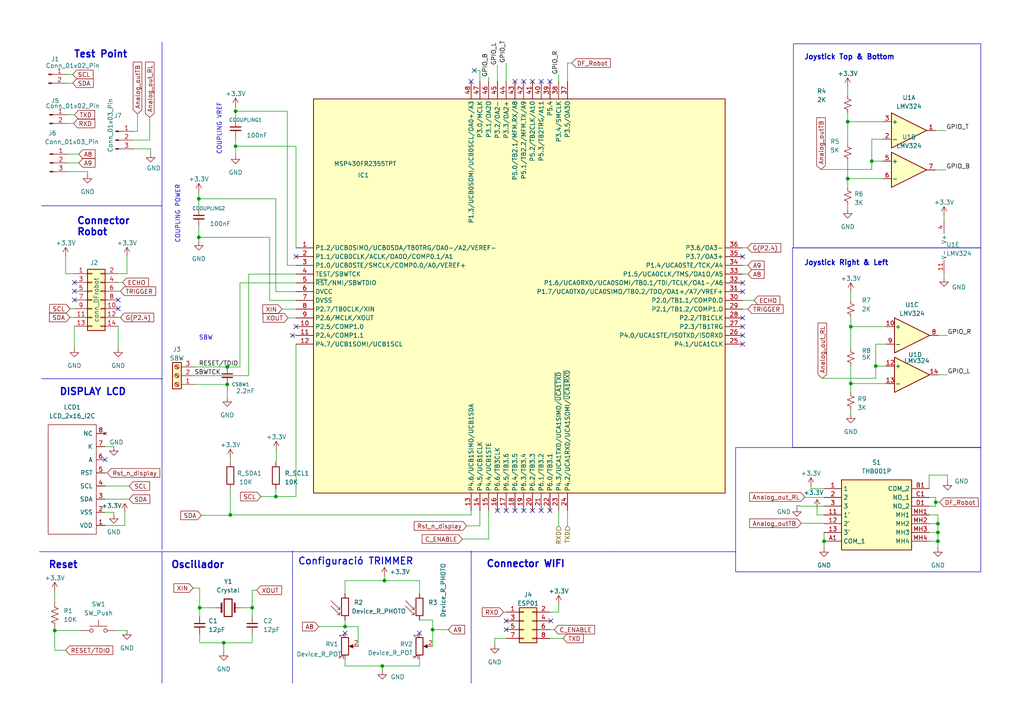
<source format=kicad_sch>
(kicad_sch (version 20230121) (generator eeschema)

  (uuid 8267e2e4-ae6a-4389-871b-24548ccb000f)

  (paper "A4")

  (title_block
    (title "Robot Controller")
    (company "Universitat de Barcelona")
    (comment 1 "Bethany Quintero")
    (comment 2 "Rossend Cera")
  )

  (lib_symbols
    (symbol "Amplifier_Operational:LMV324" (pin_names (offset 0.127)) (in_bom yes) (on_board yes)
      (property "Reference" "U" (at 0 5.08 0)
        (effects (font (size 1.27 1.27)) (justify left))
      )
      (property "Value" "LMV324" (at 0 -5.08 0)
        (effects (font (size 1.27 1.27)) (justify left))
      )
      (property "Footprint" "" (at -1.27 2.54 0)
        (effects (font (size 1.27 1.27)) hide)
      )
      (property "Datasheet" "http://www.ti.com/lit/ds/symlink/lmv324.pdf" (at 1.27 5.08 0)
        (effects (font (size 1.27 1.27)) hide)
      )
      (property "ki_locked" "" (at 0 0 0)
        (effects (font (size 1.27 1.27)))
      )
      (property "ki_keywords" "quad opamp" (at 0 0 0)
        (effects (font (size 1.27 1.27)) hide)
      )
      (property "ki_description" "Quad Low-Voltage Rail-to-Rail Output Operational Amplifier, SOIC-14/SSOP-14" (at 0 0 0)
        (effects (font (size 1.27 1.27)) hide)
      )
      (property "ki_fp_filters" "SOIC*3.9x8.7mm*P1.27mm* DIP*W7.62mm* TSSOP*4.4x5mm*P0.65mm* SSOP*5.3x6.2mm*P0.65mm* MSOP*3x3mm*P0.5mm*" (at 0 0 0)
        (effects (font (size 1.27 1.27)) hide)
      )
      (symbol "LMV324_1_1"
        (polyline
          (pts
            (xy -5.08 5.08)
            (xy 5.08 0)
            (xy -5.08 -5.08)
            (xy -5.08 5.08)
          )
          (stroke (width 0.254) (type default))
          (fill (type background))
        )
        (pin output line (at 7.62 0 180) (length 2.54)
          (name "~" (effects (font (size 1.27 1.27))))
          (number "1" (effects (font (size 1.27 1.27))))
        )
        (pin input line (at -7.62 -2.54 0) (length 2.54)
          (name "-" (effects (font (size 1.27 1.27))))
          (number "2" (effects (font (size 1.27 1.27))))
        )
        (pin input line (at -7.62 2.54 0) (length 2.54)
          (name "+" (effects (font (size 1.27 1.27))))
          (number "3" (effects (font (size 1.27 1.27))))
        )
      )
      (symbol "LMV324_2_1"
        (polyline
          (pts
            (xy -5.08 5.08)
            (xy 5.08 0)
            (xy -5.08 -5.08)
            (xy -5.08 5.08)
          )
          (stroke (width 0.254) (type default))
          (fill (type background))
        )
        (pin input line (at -7.62 2.54 0) (length 2.54)
          (name "+" (effects (font (size 1.27 1.27))))
          (number "5" (effects (font (size 1.27 1.27))))
        )
        (pin input line (at -7.62 -2.54 0) (length 2.54)
          (name "-" (effects (font (size 1.27 1.27))))
          (number "6" (effects (font (size 1.27 1.27))))
        )
        (pin output line (at 7.62 0 180) (length 2.54)
          (name "~" (effects (font (size 1.27 1.27))))
          (number "7" (effects (font (size 1.27 1.27))))
        )
      )
      (symbol "LMV324_3_1"
        (polyline
          (pts
            (xy -5.08 5.08)
            (xy 5.08 0)
            (xy -5.08 -5.08)
            (xy -5.08 5.08)
          )
          (stroke (width 0.254) (type default))
          (fill (type background))
        )
        (pin input line (at -7.62 2.54 0) (length 2.54)
          (name "+" (effects (font (size 1.27 1.27))))
          (number "10" (effects (font (size 1.27 1.27))))
        )
        (pin output line (at 7.62 0 180) (length 2.54)
          (name "~" (effects (font (size 1.27 1.27))))
          (number "8" (effects (font (size 1.27 1.27))))
        )
        (pin input line (at -7.62 -2.54 0) (length 2.54)
          (name "-" (effects (font (size 1.27 1.27))))
          (number "9" (effects (font (size 1.27 1.27))))
        )
      )
      (symbol "LMV324_4_1"
        (polyline
          (pts
            (xy -5.08 5.08)
            (xy 5.08 0)
            (xy -5.08 -5.08)
            (xy -5.08 5.08)
          )
          (stroke (width 0.254) (type default))
          (fill (type background))
        )
        (pin input line (at -7.62 2.54 0) (length 2.54)
          (name "+" (effects (font (size 1.27 1.27))))
          (number "12" (effects (font (size 1.27 1.27))))
        )
        (pin input line (at -7.62 -2.54 0) (length 2.54)
          (name "-" (effects (font (size 1.27 1.27))))
          (number "13" (effects (font (size 1.27 1.27))))
        )
        (pin output line (at 7.62 0 180) (length 2.54)
          (name "~" (effects (font (size 1.27 1.27))))
          (number "14" (effects (font (size 1.27 1.27))))
        )
      )
      (symbol "LMV324_5_1"
        (pin power_in line (at -2.54 -7.62 90) (length 3.81)
          (name "V-" (effects (font (size 1.27 1.27))))
          (number "11" (effects (font (size 1.27 1.27))))
        )
        (pin power_in line (at -2.54 7.62 270) (length 3.81)
          (name "V+" (effects (font (size 1.27 1.27))))
          (number "4" (effects (font (size 1.27 1.27))))
        )
      )
    )
    (symbol "Connector:Conn_01x02_Pin" (pin_names (offset 1.016) hide) (in_bom yes) (on_board yes)
      (property "Reference" "J" (at 0 2.54 0)
        (effects (font (size 1.27 1.27)))
      )
      (property "Value" "Conn_01x02_Pin" (at 0 -5.08 0)
        (effects (font (size 1.27 1.27)))
      )
      (property "Footprint" "" (at 0 0 0)
        (effects (font (size 1.27 1.27)) hide)
      )
      (property "Datasheet" "~" (at 0 0 0)
        (effects (font (size 1.27 1.27)) hide)
      )
      (property "ki_locked" "" (at 0 0 0)
        (effects (font (size 1.27 1.27)))
      )
      (property "ki_keywords" "connector" (at 0 0 0)
        (effects (font (size 1.27 1.27)) hide)
      )
      (property "ki_description" "Generic connector, single row, 01x02, script generated" (at 0 0 0)
        (effects (font (size 1.27 1.27)) hide)
      )
      (property "ki_fp_filters" "Connector*:*_1x??_*" (at 0 0 0)
        (effects (font (size 1.27 1.27)) hide)
      )
      (symbol "Conn_01x02_Pin_1_1"
        (polyline
          (pts
            (xy 1.27 -2.54)
            (xy 0.8636 -2.54)
          )
          (stroke (width 0.1524) (type default))
          (fill (type none))
        )
        (polyline
          (pts
            (xy 1.27 0)
            (xy 0.8636 0)
          )
          (stroke (width 0.1524) (type default))
          (fill (type none))
        )
        (rectangle (start 0.8636 -2.413) (end 0 -2.667)
          (stroke (width 0.1524) (type default))
          (fill (type outline))
        )
        (rectangle (start 0.8636 0.127) (end 0 -0.127)
          (stroke (width 0.1524) (type default))
          (fill (type outline))
        )
        (pin passive line (at 5.08 0 180) (length 3.81)
          (name "Pin_1" (effects (font (size 1.27 1.27))))
          (number "1" (effects (font (size 1.27 1.27))))
        )
        (pin passive line (at 5.08 -2.54 180) (length 3.81)
          (name "Pin_2" (effects (font (size 1.27 1.27))))
          (number "2" (effects (font (size 1.27 1.27))))
        )
      )
    )
    (symbol "Connector:Conn_01x03_Pin" (pin_names (offset 1.016) hide) (in_bom yes) (on_board yes)
      (property "Reference" "J" (at 0 5.08 0)
        (effects (font (size 1.27 1.27)))
      )
      (property "Value" "Conn_01x03_Pin" (at 0 -5.08 0)
        (effects (font (size 1.27 1.27)))
      )
      (property "Footprint" "" (at 0 0 0)
        (effects (font (size 1.27 1.27)) hide)
      )
      (property "Datasheet" "~" (at 0 0 0)
        (effects (font (size 1.27 1.27)) hide)
      )
      (property "ki_locked" "" (at 0 0 0)
        (effects (font (size 1.27 1.27)))
      )
      (property "ki_keywords" "connector" (at 0 0 0)
        (effects (font (size 1.27 1.27)) hide)
      )
      (property "ki_description" "Generic connector, single row, 01x03, script generated" (at 0 0 0)
        (effects (font (size 1.27 1.27)) hide)
      )
      (property "ki_fp_filters" "Connector*:*_1x??_*" (at 0 0 0)
        (effects (font (size 1.27 1.27)) hide)
      )
      (symbol "Conn_01x03_Pin_1_1"
        (polyline
          (pts
            (xy 1.27 -2.54)
            (xy 0.8636 -2.54)
          )
          (stroke (width 0.1524) (type default))
          (fill (type none))
        )
        (polyline
          (pts
            (xy 1.27 0)
            (xy 0.8636 0)
          )
          (stroke (width 0.1524) (type default))
          (fill (type none))
        )
        (polyline
          (pts
            (xy 1.27 2.54)
            (xy 0.8636 2.54)
          )
          (stroke (width 0.1524) (type default))
          (fill (type none))
        )
        (rectangle (start 0.8636 -2.413) (end 0 -2.667)
          (stroke (width 0.1524) (type default))
          (fill (type outline))
        )
        (rectangle (start 0.8636 0.127) (end 0 -0.127)
          (stroke (width 0.1524) (type default))
          (fill (type outline))
        )
        (rectangle (start 0.8636 2.667) (end 0 2.413)
          (stroke (width 0.1524) (type default))
          (fill (type outline))
        )
        (pin passive line (at 5.08 2.54 180) (length 3.81)
          (name "Pin_1" (effects (font (size 1.27 1.27))))
          (number "1" (effects (font (size 1.27 1.27))))
        )
        (pin passive line (at 5.08 0 180) (length 3.81)
          (name "Pin_2" (effects (font (size 1.27 1.27))))
          (number "2" (effects (font (size 1.27 1.27))))
        )
        (pin passive line (at 5.08 -2.54 180) (length 3.81)
          (name "Pin_3" (effects (font (size 1.27 1.27))))
          (number "3" (effects (font (size 1.27 1.27))))
        )
      )
    )
    (symbol "Connector:Screw_Terminal_01x03" (pin_names (offset 1.016) hide) (in_bom yes) (on_board yes)
      (property "Reference" "J" (at 0 5.08 0)
        (effects (font (size 1.27 1.27)))
      )
      (property "Value" "Screw_Terminal_01x03" (at 0 -5.08 0)
        (effects (font (size 1.27 1.27)))
      )
      (property "Footprint" "" (at 0 0 0)
        (effects (font (size 1.27 1.27)) hide)
      )
      (property "Datasheet" "~" (at 0 0 0)
        (effects (font (size 1.27 1.27)) hide)
      )
      (property "ki_keywords" "screw terminal" (at 0 0 0)
        (effects (font (size 1.27 1.27)) hide)
      )
      (property "ki_description" "Generic screw terminal, single row, 01x03, script generated (kicad-library-utils/schlib/autogen/connector/)" (at 0 0 0)
        (effects (font (size 1.27 1.27)) hide)
      )
      (property "ki_fp_filters" "TerminalBlock*:*" (at 0 0 0)
        (effects (font (size 1.27 1.27)) hide)
      )
      (symbol "Screw_Terminal_01x03_1_1"
        (rectangle (start -1.27 3.81) (end 1.27 -3.81)
          (stroke (width 0.254) (type default))
          (fill (type background))
        )
        (circle (center 0 -2.54) (radius 0.635)
          (stroke (width 0.1524) (type default))
          (fill (type none))
        )
        (polyline
          (pts
            (xy -0.5334 -2.2098)
            (xy 0.3302 -3.048)
          )
          (stroke (width 0.1524) (type default))
          (fill (type none))
        )
        (polyline
          (pts
            (xy -0.5334 0.3302)
            (xy 0.3302 -0.508)
          )
          (stroke (width 0.1524) (type default))
          (fill (type none))
        )
        (polyline
          (pts
            (xy -0.5334 2.8702)
            (xy 0.3302 2.032)
          )
          (stroke (width 0.1524) (type default))
          (fill (type none))
        )
        (polyline
          (pts
            (xy -0.3556 -2.032)
            (xy 0.508 -2.8702)
          )
          (stroke (width 0.1524) (type default))
          (fill (type none))
        )
        (polyline
          (pts
            (xy -0.3556 0.508)
            (xy 0.508 -0.3302)
          )
          (stroke (width 0.1524) (type default))
          (fill (type none))
        )
        (polyline
          (pts
            (xy -0.3556 3.048)
            (xy 0.508 2.2098)
          )
          (stroke (width 0.1524) (type default))
          (fill (type none))
        )
        (circle (center 0 0) (radius 0.635)
          (stroke (width 0.1524) (type default))
          (fill (type none))
        )
        (circle (center 0 2.54) (radius 0.635)
          (stroke (width 0.1524) (type default))
          (fill (type none))
        )
        (pin passive line (at -5.08 2.54 0) (length 3.81)
          (name "Pin_1" (effects (font (size 1.27 1.27))))
          (number "1" (effects (font (size 1.27 1.27))))
        )
        (pin passive line (at -5.08 0 0) (length 3.81)
          (name "Pin_2" (effects (font (size 1.27 1.27))))
          (number "2" (effects (font (size 1.27 1.27))))
        )
        (pin passive line (at -5.08 -2.54 0) (length 3.81)
          (name "Pin_3" (effects (font (size 1.27 1.27))))
          (number "3" (effects (font (size 1.27 1.27))))
        )
      )
    )
    (symbol "Connector_Generic:Conn_02x04_Odd_Even" (pin_names (offset 1.016) hide) (in_bom yes) (on_board yes)
      (property "Reference" "J" (at 1.27 5.08 0)
        (effects (font (size 1.27 1.27)))
      )
      (property "Value" "Conn_02x04_Odd_Even" (at 1.27 -7.62 0)
        (effects (font (size 1.27 1.27)))
      )
      (property "Footprint" "" (at 0 0 0)
        (effects (font (size 1.27 1.27)) hide)
      )
      (property "Datasheet" "~" (at 0 0 0)
        (effects (font (size 1.27 1.27)) hide)
      )
      (property "ki_keywords" "connector" (at 0 0 0)
        (effects (font (size 1.27 1.27)) hide)
      )
      (property "ki_description" "Generic connector, double row, 02x04, odd/even pin numbering scheme (row 1 odd numbers, row 2 even numbers), script generated (kicad-library-utils/schlib/autogen/connector/)" (at 0 0 0)
        (effects (font (size 1.27 1.27)) hide)
      )
      (property "ki_fp_filters" "Connector*:*_2x??_*" (at 0 0 0)
        (effects (font (size 1.27 1.27)) hide)
      )
      (symbol "Conn_02x04_Odd_Even_1_1"
        (rectangle (start -1.27 -4.953) (end 0 -5.207)
          (stroke (width 0.1524) (type default))
          (fill (type none))
        )
        (rectangle (start -1.27 -2.413) (end 0 -2.667)
          (stroke (width 0.1524) (type default))
          (fill (type none))
        )
        (rectangle (start -1.27 0.127) (end 0 -0.127)
          (stroke (width 0.1524) (type default))
          (fill (type none))
        )
        (rectangle (start -1.27 2.667) (end 0 2.413)
          (stroke (width 0.1524) (type default))
          (fill (type none))
        )
        (rectangle (start -1.27 3.81) (end 3.81 -6.35)
          (stroke (width 0.254) (type default))
          (fill (type background))
        )
        (rectangle (start 3.81 -4.953) (end 2.54 -5.207)
          (stroke (width 0.1524) (type default))
          (fill (type none))
        )
        (rectangle (start 3.81 -2.413) (end 2.54 -2.667)
          (stroke (width 0.1524) (type default))
          (fill (type none))
        )
        (rectangle (start 3.81 0.127) (end 2.54 -0.127)
          (stroke (width 0.1524) (type default))
          (fill (type none))
        )
        (rectangle (start 3.81 2.667) (end 2.54 2.413)
          (stroke (width 0.1524) (type default))
          (fill (type none))
        )
        (pin passive line (at -5.08 2.54 0) (length 3.81)
          (name "Pin_1" (effects (font (size 1.27 1.27))))
          (number "1" (effects (font (size 1.27 1.27))))
        )
        (pin passive line (at 7.62 2.54 180) (length 3.81)
          (name "Pin_2" (effects (font (size 1.27 1.27))))
          (number "2" (effects (font (size 1.27 1.27))))
        )
        (pin passive line (at -5.08 0 0) (length 3.81)
          (name "Pin_3" (effects (font (size 1.27 1.27))))
          (number "3" (effects (font (size 1.27 1.27))))
        )
        (pin passive line (at 7.62 0 180) (length 3.81)
          (name "Pin_4" (effects (font (size 1.27 1.27))))
          (number "4" (effects (font (size 1.27 1.27))))
        )
        (pin passive line (at -5.08 -2.54 0) (length 3.81)
          (name "Pin_5" (effects (font (size 1.27 1.27))))
          (number "5" (effects (font (size 1.27 1.27))))
        )
        (pin passive line (at 7.62 -2.54 180) (length 3.81)
          (name "Pin_6" (effects (font (size 1.27 1.27))))
          (number "6" (effects (font (size 1.27 1.27))))
        )
        (pin passive line (at -5.08 -5.08 0) (length 3.81)
          (name "Pin_7" (effects (font (size 1.27 1.27))))
          (number "7" (effects (font (size 1.27 1.27))))
        )
        (pin passive line (at 7.62 -5.08 180) (length 3.81)
          (name "Pin_8" (effects (font (size 1.27 1.27))))
          (number "8" (effects (font (size 1.27 1.27))))
        )
      )
    )
    (symbol "Device:C_Small" (pin_numbers hide) (pin_names (offset 0.254) hide) (in_bom yes) (on_board yes)
      (property "Reference" "C" (at 0.254 1.778 0)
        (effects (font (size 1.27 1.27)) (justify left))
      )
      (property "Value" "C_Small" (at 0.254 -2.032 0)
        (effects (font (size 1.27 1.27)) (justify left))
      )
      (property "Footprint" "" (at 0 0 0)
        (effects (font (size 1.27 1.27)) hide)
      )
      (property "Datasheet" "~" (at 0 0 0)
        (effects (font (size 1.27 1.27)) hide)
      )
      (property "ki_keywords" "capacitor cap" (at 0 0 0)
        (effects (font (size 1.27 1.27)) hide)
      )
      (property "ki_description" "Unpolarized capacitor, small symbol" (at 0 0 0)
        (effects (font (size 1.27 1.27)) hide)
      )
      (property "ki_fp_filters" "C_*" (at 0 0 0)
        (effects (font (size 1.27 1.27)) hide)
      )
      (symbol "C_Small_0_1"
        (polyline
          (pts
            (xy -1.524 -0.508)
            (xy 1.524 -0.508)
          )
          (stroke (width 0.3302) (type default))
          (fill (type none))
        )
        (polyline
          (pts
            (xy -1.524 0.508)
            (xy 1.524 0.508)
          )
          (stroke (width 0.3048) (type default))
          (fill (type none))
        )
      )
      (symbol "C_Small_1_1"
        (pin passive line (at 0 2.54 270) (length 2.032)
          (name "~" (effects (font (size 1.27 1.27))))
          (number "1" (effects (font (size 1.27 1.27))))
        )
        (pin passive line (at 0 -2.54 90) (length 2.032)
          (name "~" (effects (font (size 1.27 1.27))))
          (number "2" (effects (font (size 1.27 1.27))))
        )
      )
    )
    (symbol "Device:Crystal" (pin_numbers hide) (pin_names (offset 1.016) hide) (in_bom yes) (on_board yes)
      (property "Reference" "Y" (at 0 3.81 0)
        (effects (font (size 1.27 1.27)))
      )
      (property "Value" "Crystal" (at 0 -3.81 0)
        (effects (font (size 1.27 1.27)))
      )
      (property "Footprint" "" (at 0 0 0)
        (effects (font (size 1.27 1.27)) hide)
      )
      (property "Datasheet" "~" (at 0 0 0)
        (effects (font (size 1.27 1.27)) hide)
      )
      (property "ki_keywords" "quartz ceramic resonator oscillator" (at 0 0 0)
        (effects (font (size 1.27 1.27)) hide)
      )
      (property "ki_description" "Two pin crystal" (at 0 0 0)
        (effects (font (size 1.27 1.27)) hide)
      )
      (property "ki_fp_filters" "Crystal*" (at 0 0 0)
        (effects (font (size 1.27 1.27)) hide)
      )
      (symbol "Crystal_0_1"
        (rectangle (start -1.143 2.54) (end 1.143 -2.54)
          (stroke (width 0.3048) (type default))
          (fill (type none))
        )
        (polyline
          (pts
            (xy -2.54 0)
            (xy -1.905 0)
          )
          (stroke (width 0) (type default))
          (fill (type none))
        )
        (polyline
          (pts
            (xy -1.905 -1.27)
            (xy -1.905 1.27)
          )
          (stroke (width 0.508) (type default))
          (fill (type none))
        )
        (polyline
          (pts
            (xy 1.905 -1.27)
            (xy 1.905 1.27)
          )
          (stroke (width 0.508) (type default))
          (fill (type none))
        )
        (polyline
          (pts
            (xy 2.54 0)
            (xy 1.905 0)
          )
          (stroke (width 0) (type default))
          (fill (type none))
        )
      )
      (symbol "Crystal_1_1"
        (pin passive line (at -3.81 0 0) (length 1.27)
          (name "1" (effects (font (size 1.27 1.27))))
          (number "1" (effects (font (size 1.27 1.27))))
        )
        (pin passive line (at 3.81 0 180) (length 1.27)
          (name "2" (effects (font (size 1.27 1.27))))
          (number "2" (effects (font (size 1.27 1.27))))
        )
      )
    )
    (symbol "Device:R" (pin_numbers hide) (pin_names (offset 0)) (in_bom yes) (on_board yes)
      (property "Reference" "R" (at 2.032 0 90)
        (effects (font (size 1.27 1.27)))
      )
      (property "Value" "R" (at 0 0 90)
        (effects (font (size 1.27 1.27)))
      )
      (property "Footprint" "" (at -1.778 0 90)
        (effects (font (size 1.27 1.27)) hide)
      )
      (property "Datasheet" "~" (at 0 0 0)
        (effects (font (size 1.27 1.27)) hide)
      )
      (property "ki_keywords" "R res resistor" (at 0 0 0)
        (effects (font (size 1.27 1.27)) hide)
      )
      (property "ki_description" "Resistor" (at 0 0 0)
        (effects (font (size 1.27 1.27)) hide)
      )
      (property "ki_fp_filters" "R_*" (at 0 0 0)
        (effects (font (size 1.27 1.27)) hide)
      )
      (symbol "R_0_1"
        (rectangle (start -1.016 -2.54) (end 1.016 2.54)
          (stroke (width 0.254) (type default))
          (fill (type none))
        )
      )
      (symbol "R_1_1"
        (pin passive line (at 0 3.81 270) (length 1.27)
          (name "~" (effects (font (size 1.27 1.27))))
          (number "1" (effects (font (size 1.27 1.27))))
        )
        (pin passive line (at 0 -3.81 90) (length 1.27)
          (name "~" (effects (font (size 1.27 1.27))))
          (number "2" (effects (font (size 1.27 1.27))))
        )
      )
    )
    (symbol "Device:R_Small_US" (pin_numbers hide) (pin_names (offset 0.254) hide) (in_bom yes) (on_board yes)
      (property "Reference" "R" (at 0.762 0.508 0)
        (effects (font (size 1.27 1.27)) (justify left))
      )
      (property "Value" "R_Small_US" (at 0.762 -1.016 0)
        (effects (font (size 1.27 1.27)) (justify left))
      )
      (property "Footprint" "" (at 0 0 0)
        (effects (font (size 1.27 1.27)) hide)
      )
      (property "Datasheet" "~" (at 0 0 0)
        (effects (font (size 1.27 1.27)) hide)
      )
      (property "ki_keywords" "r resistor" (at 0 0 0)
        (effects (font (size 1.27 1.27)) hide)
      )
      (property "ki_description" "Resistor, small US symbol" (at 0 0 0)
        (effects (font (size 1.27 1.27)) hide)
      )
      (property "ki_fp_filters" "R_*" (at 0 0 0)
        (effects (font (size 1.27 1.27)) hide)
      )
      (symbol "R_Small_US_1_1"
        (polyline
          (pts
            (xy 0 0)
            (xy 1.016 -0.381)
            (xy 0 -0.762)
            (xy -1.016 -1.143)
            (xy 0 -1.524)
          )
          (stroke (width 0) (type default))
          (fill (type none))
        )
        (polyline
          (pts
            (xy 0 1.524)
            (xy 1.016 1.143)
            (xy 0 0.762)
            (xy -1.016 0.381)
            (xy 0 0)
          )
          (stroke (width 0) (type default))
          (fill (type none))
        )
        (pin passive line (at 0 2.54 270) (length 1.016)
          (name "~" (effects (font (size 1.27 1.27))))
          (number "1" (effects (font (size 1.27 1.27))))
        )
        (pin passive line (at 0 -2.54 90) (length 1.016)
          (name "~" (effects (font (size 1.27 1.27))))
          (number "2" (effects (font (size 1.27 1.27))))
        )
      )
    )
    (symbol "Device:R_US" (pin_numbers hide) (pin_names (offset 0)) (in_bom yes) (on_board yes)
      (property "Reference" "R" (at 2.54 0 90)
        (effects (font (size 1.27 1.27)))
      )
      (property "Value" "R_US" (at -2.54 0 90)
        (effects (font (size 1.27 1.27)))
      )
      (property "Footprint" "" (at 1.016 -0.254 90)
        (effects (font (size 1.27 1.27)) hide)
      )
      (property "Datasheet" "~" (at 0 0 0)
        (effects (font (size 1.27 1.27)) hide)
      )
      (property "ki_keywords" "R res resistor" (at 0 0 0)
        (effects (font (size 1.27 1.27)) hide)
      )
      (property "ki_description" "Resistor, US symbol" (at 0 0 0)
        (effects (font (size 1.27 1.27)) hide)
      )
      (property "ki_fp_filters" "R_*" (at 0 0 0)
        (effects (font (size 1.27 1.27)) hide)
      )
      (symbol "R_US_0_1"
        (polyline
          (pts
            (xy 0 -2.286)
            (xy 0 -2.54)
          )
          (stroke (width 0) (type default))
          (fill (type none))
        )
        (polyline
          (pts
            (xy 0 2.286)
            (xy 0 2.54)
          )
          (stroke (width 0) (type default))
          (fill (type none))
        )
        (polyline
          (pts
            (xy 0 -0.762)
            (xy 1.016 -1.143)
            (xy 0 -1.524)
            (xy -1.016 -1.905)
            (xy 0 -2.286)
          )
          (stroke (width 0) (type default))
          (fill (type none))
        )
        (polyline
          (pts
            (xy 0 0.762)
            (xy 1.016 0.381)
            (xy 0 0)
            (xy -1.016 -0.381)
            (xy 0 -0.762)
          )
          (stroke (width 0) (type default))
          (fill (type none))
        )
        (polyline
          (pts
            (xy 0 2.286)
            (xy 1.016 1.905)
            (xy 0 1.524)
            (xy -1.016 1.143)
            (xy 0 0.762)
          )
          (stroke (width 0) (type default))
          (fill (type none))
        )
      )
      (symbol "R_US_1_1"
        (pin passive line (at 0 3.81 270) (length 1.27)
          (name "~" (effects (font (size 1.27 1.27))))
          (number "1" (effects (font (size 1.27 1.27))))
        )
        (pin passive line (at 0 -3.81 90) (length 1.27)
          (name "~" (effects (font (size 1.27 1.27))))
          (number "2" (effects (font (size 1.27 1.27))))
        )
      )
    )
    (symbol "MiSE:LCD_2x16_I2C" (pin_names (offset 1.016)) (in_bom yes) (on_board yes)
      (property "Reference" "LCD" (at 2.54 -7.62 0)
        (effects (font (size 1.27 1.27)))
      )
      (property "Value" "LCD_2x16_I2C" (at 2.54 -11.43 0)
        (effects (font (size 1.27 1.27)))
      )
      (property "Footprint" "" (at 0 0 0)
        (effects (font (size 1.27 1.27)) hide)
      )
      (property "Datasheet" "" (at 0 0 0)
        (effects (font (size 1.27 1.27)) hide)
      )
      (symbol "LCD_2x16_I2C_0_1"
        (rectangle (start -12.7 -6.35) (end 19.05 -20.32)
          (stroke (width 0) (type solid))
          (fill (type none))
        )
      )
      (symbol "LCD_2x16_I2C_1_1"
        (pin power_in line (at -10.16 -22.86 90) (length 2.54)
          (name "VDD" (effects (font (size 1.27 1.27))))
          (number "1" (effects (font (size 1.27 1.27))))
        )
        (pin power_in line (at -6.35 -22.86 90) (length 2.54)
          (name "VSS" (effects (font (size 1.27 1.27))))
          (number "2" (effects (font (size 1.27 1.27))))
        )
        (pin bidirectional line (at -2.54 -22.86 90) (length 2.54)
          (name "SDA" (effects (font (size 1.27 1.27))))
          (number "3" (effects (font (size 1.27 1.27))))
        )
        (pin input line (at 1.27 -22.86 90) (length 2.54)
          (name "SCL" (effects (font (size 1.27 1.27))))
          (number "4" (effects (font (size 1.27 1.27))))
        )
        (pin input line (at 5.08 -22.86 90) (length 2.54)
          (name "RST" (effects (font (size 1.27 1.27))))
          (number "5" (effects (font (size 1.27 1.27))))
        )
        (pin power_in line (at 8.89 -22.86 90) (length 2.54)
          (name "A" (effects (font (size 1.27 1.27))))
          (number "6" (effects (font (size 1.27 1.27))))
        )
        (pin power_in line (at 12.7 -22.86 90) (length 2.54)
          (name "K" (effects (font (size 1.27 1.27))))
          (number "7" (effects (font (size 1.27 1.27))))
        )
        (pin no_connect line (at 16.51 -22.86 90) (length 2.54)
          (name "NC" (effects (font (size 1.27 1.27))))
          (number "8" (effects (font (size 1.27 1.27))))
        )
      )
    )
    (symbol "MiSE:MSP430FR2355TPT" (in_bom yes) (on_board yes)
      (property "Reference" "IC" (at 125.73 48.26 0)
        (effects (font (size 1.27 1.27)) (justify left top))
      )
      (property "Value" "MSP430FR2355TPT" (at 125.73 45.72 0)
        (effects (font (size 1.27 1.27)) (justify left top))
      )
      (property "Footprint" "MiSE:QFP50P900X900X160-48N" (at 125.73 -54.28 0)
        (effects (font (size 1.27 1.27)) (justify left top) hide)
      )
      (property "Datasheet" "https://datasheet.datasheetarchive.com/originals/distributors/DKDS41/DSANUWW0029426.pdf" (at 125.73 -154.28 0)
        (effects (font (size 1.27 1.27)) (justify left top) hide)
      )
      (property "Height" "1.6" (at 125.73 -354.28 0)
        (effects (font (size 1.27 1.27)) (justify left top) hide)
      )
      (property "Manufacturer_Name" "Texas Instruments" (at 125.73 -454.28 0)
        (effects (font (size 1.27 1.27)) (justify left top) hide)
      )
      (property "Manufacturer_Part_Number" "MSP430FR2355TPT" (at 125.73 -554.28 0)
        (effects (font (size 1.27 1.27)) (justify left top) hide)
      )
      (property "Mouser Part Number" "595-MSP430FR2355TPT" (at 125.73 -654.28 0)
        (effects (font (size 1.27 1.27)) (justify left top) hide)
      )
      (property "Mouser Price/Stock" "https://www.mouser.co.uk/ProductDetail/Texas-Instruments/MSP430FR2355TPT?qs=gTYE2QTfZfTjQOKK%2F%2Fw59A%3D%3D" (at 125.73 -754.28 0)
        (effects (font (size 1.27 1.27)) (justify left top) hide)
      )
      (property "Arrow Part Number" "MSP430FR2355TPT" (at 125.73 -854.28 0)
        (effects (font (size 1.27 1.27)) (justify left top) hide)
      )
      (property "Arrow Price/Stock" "https://www.arrow.com/en/products/msp430fr2355tpt/texas-instruments?region=nac" (at 125.73 -954.28 0)
        (effects (font (size 1.27 1.27)) (justify left top) hide)
      )
      (property "ki_description" "16-bit Microcontrollers - MCU 24MHz 105C ULP Microcontroller With 32 KB FRAM, 4 KB SRAM, 44 IO, 12-bit ADC, 12-bit DACs, OpAmp/PGA 48-LQFP -40 to 105" (at 0 0 0)
        (effects (font (size 1.27 1.27)) hide)
      )
      (symbol "MSP430FR2355TPT_1_1"
        (rectangle (start 5.08 43.18) (end 124.46 -71.12)
          (stroke (width 0.254) (type default))
          (fill (type background))
        )
        (pin passive line (at 0 0 0) (length 5.08)
          (name "P1.2/UCB0SIMO/UCB0SDA/TB0TRG/OA0-/A2/VEREF-" (effects (font (size 1.27 1.27))))
          (number "1" (effects (font (size 1.27 1.27))))
        )
        (pin passive line (at 0 -22.86 0) (length 5.08)
          (name "P2.5/COMP1.0" (effects (font (size 1.27 1.27))))
          (number "10" (effects (font (size 1.27 1.27))))
        )
        (pin passive line (at 0 -25.4 0) (length 5.08)
          (name "P2.4/COMP1.1" (effects (font (size 1.27 1.27))))
          (number "11" (effects (font (size 1.27 1.27))))
        )
        (pin passive line (at 0 -27.94 0) (length 5.08)
          (name "P4.7/UCB1SOMI/UCB1SCL" (effects (font (size 1.27 1.27))))
          (number "12" (effects (font (size 1.27 1.27))))
        )
        (pin passive line (at 50.8 -76.2 90) (length 5.08)
          (name "P4.6/UCB1SIMO/UCB1SDA" (effects (font (size 1.27 1.27))))
          (number "13" (effects (font (size 1.27 1.27))))
        )
        (pin passive line (at 53.34 -76.2 90) (length 5.08)
          (name "P4.5/UCB1CLK" (effects (font (size 1.27 1.27))))
          (number "14" (effects (font (size 1.27 1.27))))
        )
        (pin passive line (at 55.88 -76.2 90) (length 5.08)
          (name "P4.4/UCB1STE" (effects (font (size 1.27 1.27))))
          (number "15" (effects (font (size 1.27 1.27))))
        )
        (pin passive line (at 58.42 -76.2 90) (length 5.08)
          (name "P6.6/TB3CLK" (effects (font (size 1.27 1.27))))
          (number "16" (effects (font (size 1.27 1.27))))
        )
        (pin passive line (at 60.96 -76.2 90) (length 5.08)
          (name "P6.5/TB3.6" (effects (font (size 1.27 1.27))))
          (number "17" (effects (font (size 1.27 1.27))))
        )
        (pin passive line (at 63.5 -76.2 90) (length 5.08)
          (name "P6.4/TB3.5" (effects (font (size 1.27 1.27))))
          (number "18" (effects (font (size 1.27 1.27))))
        )
        (pin passive line (at 66.04 -76.2 90) (length 5.08)
          (name "P6.3/TB3.4" (effects (font (size 1.27 1.27))))
          (number "19" (effects (font (size 1.27 1.27))))
        )
        (pin passive line (at 0 -2.54 0) (length 5.08)
          (name "P1.1/UCB0CLK/ACLK/OA0O/COMP0.1/A1" (effects (font (size 1.27 1.27))))
          (number "2" (effects (font (size 1.27 1.27))))
        )
        (pin passive line (at 68.58 -76.2 90) (length 5.08)
          (name "P6.2/TB3.3" (effects (font (size 1.27 1.27))))
          (number "20" (effects (font (size 1.27 1.27))))
        )
        (pin passive line (at 71.12 -76.2 90) (length 5.08)
          (name "P6.1/TB3.2" (effects (font (size 1.27 1.27))))
          (number "21" (effects (font (size 1.27 1.27))))
        )
        (pin passive line (at 73.66 -76.2 90) (length 5.08)
          (name "P6.0/TB3.1" (effects (font (size 1.27 1.27))))
          (number "22" (effects (font (size 1.27 1.27))))
        )
        (pin passive line (at 76.2 -76.2 90) (length 5.08)
          (name "P4.3/UCA1TXD/UCA1SIMO/~{UCA1TXD}" (effects (font (size 1.27 1.27))))
          (number "23" (effects (font (size 1.27 1.27))))
        )
        (pin passive line (at 78.74 -76.2 90) (length 5.08)
          (name "P4.2/UCA1RXD/UCA1SOMI/~{UCA1RXD}" (effects (font (size 1.27 1.27))))
          (number "24" (effects (font (size 1.27 1.27))))
        )
        (pin passive line (at 129.54 -27.94 180) (length 5.08)
          (name "P4.1/UCA1CLK" (effects (font (size 1.27 1.27))))
          (number "25" (effects (font (size 1.27 1.27))))
        )
        (pin passive line (at 129.54 -25.4 180) (length 5.08)
          (name "P4.0/UCA1STE/ISOTXD/ISORXD" (effects (font (size 1.27 1.27))))
          (number "26" (effects (font (size 1.27 1.27))))
        )
        (pin passive line (at 129.54 -22.86 180) (length 5.08)
          (name "P2.3/TB1TRG" (effects (font (size 1.27 1.27))))
          (number "27" (effects (font (size 1.27 1.27))))
        )
        (pin passive line (at 129.54 -20.32 180) (length 5.08)
          (name "P2.2/TB1CLK" (effects (font (size 1.27 1.27))))
          (number "28" (effects (font (size 1.27 1.27))))
        )
        (pin passive line (at 129.54 -17.78 180) (length 5.08)
          (name "P2.1/TB1.2/COMP1.O" (effects (font (size 1.27 1.27))))
          (number "29" (effects (font (size 1.27 1.27))))
        )
        (pin passive line (at 0 -5.08 0) (length 5.08)
          (name "P1.0/UCB0STE/SMCLK/COMP0.0/A0/VEREF+" (effects (font (size 1.27 1.27))))
          (number "3" (effects (font (size 1.27 1.27))))
        )
        (pin passive line (at 129.54 -15.24 180) (length 5.08)
          (name "P2.0/TB1.1/COMP0.O" (effects (font (size 1.27 1.27))))
          (number "30" (effects (font (size 1.27 1.27))))
        )
        (pin passive line (at 129.54 -12.7 180) (length 5.08)
          (name "P1.7/UCA0TXD/UCA0SIMO/TB0.2/TDO/OA1+/A7/VREF+" (effects (font (size 1.27 1.27))))
          (number "31" (effects (font (size 1.27 1.27))))
        )
        (pin passive line (at 129.54 -10.16 180) (length 5.08)
          (name "P1.6/UCA0RXD/UCA0SOMI/TB0.1/TDI/TCLK/OA1-/A6" (effects (font (size 1.27 1.27))))
          (number "32" (effects (font (size 1.27 1.27))))
        )
        (pin passive line (at 129.54 -7.62 180) (length 5.08)
          (name "P1.5/UCA0CLK/TMS/OA1O/A5" (effects (font (size 1.27 1.27))))
          (number "33" (effects (font (size 1.27 1.27))))
        )
        (pin passive line (at 129.54 -5.08 180) (length 5.08)
          (name "P1.4/UCA0STE/TCK/A4" (effects (font (size 1.27 1.27))))
          (number "34" (effects (font (size 1.27 1.27))))
        )
        (pin passive line (at 129.54 -2.54 180) (length 5.08)
          (name "P3.7/OA3+" (effects (font (size 1.27 1.27))))
          (number "35" (effects (font (size 1.27 1.27))))
        )
        (pin passive line (at 129.54 0 180) (length 5.08)
          (name "P3.6/OA3-" (effects (font (size 1.27 1.27))))
          (number "36" (effects (font (size 1.27 1.27))))
        )
        (pin passive line (at 78.74 48.26 270) (length 5.08)
          (name "P3.5/OA3O" (effects (font (size 1.27 1.27))))
          (number "37" (effects (font (size 1.27 1.27))))
        )
        (pin passive line (at 76.2 48.26 270) (length 5.08)
          (name "P3.4/SMCLK" (effects (font (size 1.27 1.27))))
          (number "38" (effects (font (size 1.27 1.27))))
        )
        (pin passive line (at 73.66 48.26 270) (length 5.08)
          (name "P5.4" (effects (font (size 1.27 1.27))))
          (number "39" (effects (font (size 1.27 1.27))))
        )
        (pin passive line (at 0 -7.62 0) (length 5.08)
          (name "TEST/SBWTCK" (effects (font (size 1.27 1.27))))
          (number "4" (effects (font (size 1.27 1.27))))
        )
        (pin passive line (at 71.12 48.26 270) (length 5.08)
          (name "P5.3/TB2TRG/A11" (effects (font (size 1.27 1.27))))
          (number "40" (effects (font (size 1.27 1.27))))
        )
        (pin passive line (at 68.58 48.26 270) (length 5.08)
          (name "P5.2/TB2CLK/A10" (effects (font (size 1.27 1.27))))
          (number "41" (effects (font (size 1.27 1.27))))
        )
        (pin passive line (at 66.04 48.26 270) (length 5.08)
          (name "P5.1/TB2.2/MFM.TX/A9" (effects (font (size 1.27 1.27))))
          (number "42" (effects (font (size 1.27 1.27))))
        )
        (pin passive line (at 63.5 48.26 270) (length 5.08)
          (name "P5.0/TB2.1/MFM.RX/A8" (effects (font (size 1.27 1.27))))
          (number "43" (effects (font (size 1.27 1.27))))
        )
        (pin passive line (at 60.96 48.26 270) (length 5.08)
          (name "P3.3/OA2+" (effects (font (size 1.27 1.27))))
          (number "44" (effects (font (size 1.27 1.27))))
        )
        (pin passive line (at 58.42 48.26 270) (length 5.08)
          (name "P3.2/OA2-" (effects (font (size 1.27 1.27))))
          (number "45" (effects (font (size 1.27 1.27))))
        )
        (pin passive line (at 55.88 48.26 270) (length 5.08)
          (name "P3.1/OA2O" (effects (font (size 1.27 1.27))))
          (number "46" (effects (font (size 1.27 1.27))))
        )
        (pin passive line (at 53.34 48.26 270) (length 5.08)
          (name "P3.0/MCLK" (effects (font (size 1.27 1.27))))
          (number "47" (effects (font (size 1.27 1.27))))
        )
        (pin passive line (at 50.8 48.26 270) (length 5.08)
          (name "P1.3/UCB0SOMI/UCB0SCL/OA0+/A3" (effects (font (size 1.27 1.27))))
          (number "48" (effects (font (size 1.27 1.27))))
        )
        (pin passive line (at 0 -10.16 0) (length 5.08)
          (name "~{RST}/NMI/SBWTDIO" (effects (font (size 1.27 1.27))))
          (number "5" (effects (font (size 1.27 1.27))))
        )
        (pin passive line (at 0 -12.7 0) (length 5.08)
          (name "DVCC" (effects (font (size 1.27 1.27))))
          (number "6" (effects (font (size 1.27 1.27))))
        )
        (pin passive line (at 0 -15.24 0) (length 5.08)
          (name "DVSS" (effects (font (size 1.27 1.27))))
          (number "7" (effects (font (size 1.27 1.27))))
        )
        (pin passive line (at 0 -17.78 0) (length 5.08)
          (name "P2.7/TB0CLK/XIN" (effects (font (size 1.27 1.27))))
          (number "8" (effects (font (size 1.27 1.27))))
        )
        (pin passive line (at 0 -20.32 0) (length 5.08)
          (name "P2.6/MCLK/XOUT" (effects (font (size 1.27 1.27))))
          (number "9" (effects (font (size 1.27 1.27))))
        )
      )
    )
    (symbol "MiSE:R_PHOTO-Device" (pin_numbers hide) (pin_names (offset 0)) (in_bom yes) (on_board yes)
      (property "Reference" "R" (at 1.27 1.27 0)
        (effects (font (size 1.27 1.27)) (justify left))
      )
      (property "Value" "Device_R_PHOTO" (at 1.27 0 0)
        (effects (font (size 1.27 1.27)) (justify left top))
      )
      (property "Footprint" "MiSE:LDR" (at 2.54 -10.16 90)
        (effects (font (size 1.27 1.27)) (justify left) hide)
      )
      (property "Datasheet" "" (at 0 -1.27 0)
        (effects (font (size 1.27 1.27)) hide)
      )
      (property "ki_fp_filters" "*LDR* R?LDR*" (at 0 0 0)
        (effects (font (size 1.27 1.27)) hide)
      )
      (symbol "R_PHOTO-Device_0_1"
        (rectangle (start -1.016 2.54) (end 1.016 -2.54)
          (stroke (width 0.254) (type solid))
          (fill (type none))
        )
        (polyline
          (pts
            (xy -1.524 -2.286)
            (xy -4.064 0.254)
          )
          (stroke (width 0) (type solid))
          (fill (type none))
        )
        (polyline
          (pts
            (xy -1.524 -2.286)
            (xy -2.286 -2.286)
          )
          (stroke (width 0) (type solid))
          (fill (type none))
        )
        (polyline
          (pts
            (xy -1.524 -2.286)
            (xy -1.524 -1.524)
          )
          (stroke (width 0) (type solid))
          (fill (type none))
        )
        (polyline
          (pts
            (xy -1.524 -0.762)
            (xy -4.064 1.778)
          )
          (stroke (width 0) (type solid))
          (fill (type none))
        )
        (polyline
          (pts
            (xy -1.524 -0.762)
            (xy -2.286 -0.762)
          )
          (stroke (width 0) (type solid))
          (fill (type none))
        )
        (polyline
          (pts
            (xy -1.524 -0.762)
            (xy -1.524 0)
          )
          (stroke (width 0) (type solid))
          (fill (type none))
        )
      )
      (symbol "R_PHOTO-Device_1_1"
        (pin passive line (at 0 3.81 270) (length 1.27)
          (name "~" (effects (font (size 1.27 1.27))))
          (number "1" (effects (font (size 1.27 1.27))))
        )
        (pin passive line (at 0 -3.81 90) (length 1.27)
          (name "~" (effects (font (size 1.27 1.27))))
          (number "2" (effects (font (size 1.27 1.27))))
        )
      )
    )
    (symbol "MiSE:R_POT-Device" (pin_names (offset 1.016) hide) (in_bom yes) (on_board yes)
      (property "Reference" "RV" (at -4.445 0 90)
        (effects (font (size 1.27 1.27)))
      )
      (property "Value" "Device_R_POT" (at -2.54 0 90)
        (effects (font (size 1.27 1.27)))
      )
      (property "Footprint" "MiSE:Trimmer_MiSE" (at -6.35 -1.27 90)
        (effects (font (size 1.27 1.27)) hide)
      )
      (property "Datasheet" "" (at 0 0 0)
        (effects (font (size 1.27 1.27)) hide)
      )
      (property "ki_fp_filters" "Potentiometer*" (at 0 0 0)
        (effects (font (size 1.27 1.27)) hide)
      )
      (symbol "R_POT-Device_0_1"
        (polyline
          (pts
            (xy 2.54 0)
            (xy 1.524 0)
          )
          (stroke (width 0) (type solid))
          (fill (type none))
        )
        (polyline
          (pts
            (xy 1.143 0)
            (xy 2.286 0.508)
            (xy 2.286 -0.508)
            (xy 1.143 0)
          )
          (stroke (width 0) (type solid))
          (fill (type outline))
        )
        (rectangle (start 1.016 2.54) (end -1.016 -2.54)
          (stroke (width 0.254) (type solid))
          (fill (type none))
        )
      )
      (symbol "R_POT-Device_1_1"
        (pin passive line (at 0 3.81 270) (length 1.27)
          (name "1" (effects (font (size 1.27 1.27))))
          (number "1" (effects (font (size 1.27 1.27))))
        )
        (pin passive line (at 3.81 0 180) (length 1.27)
          (name "2" (effects (font (size 1.27 1.27))))
          (number "2" (effects (font (size 1.27 1.27))))
        )
        (pin passive line (at 0 -3.81 90) (length 1.27)
          (name "3" (effects (font (size 1.27 1.27))))
          (number "3" (effects (font (size 1.27 1.27))))
        )
      )
    )
    (symbol "MiSE:THB001P" (in_bom yes) (on_board yes)
      (property "Reference" "S" (at 26.67 7.62 0)
        (effects (font (size 1.27 1.27)) (justify left top))
      )
      (property "Value" "THB001P" (at 26.67 5.08 0)
        (effects (font (size 1.27 1.27)) (justify left top))
      )
      (property "Footprint" "THB001P" (at 26.67 -94.92 0)
        (effects (font (size 1.27 1.27)) (justify left top) hide)
      )
      (property "Datasheet" "https://www.ckswitches.com/media/2873/thb.pdf" (at 26.67 -194.92 0)
        (effects (font (size 1.27 1.27)) (justify left top) hide)
      )
      (property "Height" "19.85" (at 26.67 -394.92 0)
        (effects (font (size 1.27 1.27)) (justify left top) hide)
      )
      (property "Manufacturer_Name" "C & K COMPONENTS" (at 26.67 -494.92 0)
        (effects (font (size 1.27 1.27)) (justify left top) hide)
      )
      (property "Manufacturer_Part_Number" "THB001P" (at 26.67 -594.92 0)
        (effects (font (size 1.27 1.27)) (justify left top) hide)
      )
      (property "Mouser Part Number" "611-THB001P" (at 26.67 -694.92 0)
        (effects (font (size 1.27 1.27)) (justify left top) hide)
      )
      (property "Mouser Price/Stock" "https://www.mouser.co.uk/ProductDetail/CK/THB001P?qs=OlC7AqGiEDlMaVQ%2FEBrivA%3D%3D" (at 26.67 -794.92 0)
        (effects (font (size 1.27 1.27)) (justify left top) hide)
      )
      (property "Arrow Part Number" "THB001P" (at 26.67 -894.92 0)
        (effects (font (size 1.27 1.27)) (justify left top) hide)
      )
      (property "Arrow Price/Stock" "https://www.arrow.com/en/products/thb001p/ck?region=nac" (at 26.67 -994.92 0)
        (effects (font (size 1.27 1.27)) (justify left top) hide)
      )
      (property "ki_description" "THUMBSTICK, 0.05A, 12VDC, 2 AXIS, PCB; No. of Axes:2; Track Resistance:10kohm; Supply Voltage Max:-; No. of Switch Positions:-; Contact Current AC Max:-; Contact Voltage AC Max:50V; Rotation Electrical Angle:36" (at 0 0 0)
        (effects (font (size 1.27 1.27)) hide)
      )
      (symbol "THB001P_1_1"
        (rectangle (start 5.08 2.54) (end 25.4 -17.78)
          (stroke (width 0.254) (type default))
          (fill (type background))
        )
        (pin passive line (at 0 0 0) (length 5.08)
          (name "1" (effects (font (size 1.27 1.27))))
          (number "1" (effects (font (size 1.27 1.27))))
        )
        (pin passive line (at 0 -7.62 0) (length 5.08)
          (name "1'" (effects (font (size 1.27 1.27))))
          (number "11" (effects (font (size 1.27 1.27))))
        )
        (pin passive line (at 0 -10.16 0) (length 5.08)
          (name "2'" (effects (font (size 1.27 1.27))))
          (number "12" (effects (font (size 1.27 1.27))))
        )
        (pin passive line (at 0 -12.7 0) (length 5.08)
          (name "3'" (effects (font (size 1.27 1.27))))
          (number "13" (effects (font (size 1.27 1.27))))
        )
        (pin passive line (at 0 -2.54 0) (length 5.08)
          (name "2" (effects (font (size 1.27 1.27))))
          (number "2" (effects (font (size 1.27 1.27))))
        )
        (pin passive line (at 0 -5.08 0) (length 5.08)
          (name "3" (effects (font (size 1.27 1.27))))
          (number "3" (effects (font (size 1.27 1.27))))
        )
        (pin passive line (at 0 -15.24 0) (length 5.08)
          (name "COM_1" (effects (font (size 1.27 1.27))))
          (number "A1" (effects (font (size 1.27 1.27))))
        )
        (pin passive line (at 30.48 0 180) (length 5.08)
          (name "COM_2" (effects (font (size 1.27 1.27))))
          (number "B1" (effects (font (size 1.27 1.27))))
        )
        (pin passive line (at 30.48 -2.54 180) (length 5.08)
          (name "NO_1" (effects (font (size 1.27 1.27))))
          (number "C1" (effects (font (size 1.27 1.27))))
        )
        (pin passive line (at 30.48 -5.08 180) (length 5.08)
          (name "NO_2" (effects (font (size 1.27 1.27))))
          (number "D1" (effects (font (size 1.27 1.27))))
        )
        (pin passive line (at 30.48 -7.62 180) (length 5.08)
          (name "MH1" (effects (font (size 1.27 1.27))))
          (number "MH1" (effects (font (size 1.27 1.27))))
        )
        (pin passive line (at 30.48 -10.16 180) (length 5.08)
          (name "MH2" (effects (font (size 1.27 1.27))))
          (number "MH2" (effects (font (size 1.27 1.27))))
        )
        (pin passive line (at 30.48 -12.7 180) (length 5.08)
          (name "MH3" (effects (font (size 1.27 1.27))))
          (number "MH3" (effects (font (size 1.27 1.27))))
        )
        (pin passive line (at 30.48 -15.24 180) (length 5.08)
          (name "MH4" (effects (font (size 1.27 1.27))))
          (number "MH4" (effects (font (size 1.27 1.27))))
        )
      )
    )
    (symbol "MiSE:conn_DFrobot" (pin_names (offset 1.016) hide) (in_bom yes) (on_board yes)
      (property "Reference" "J" (at 1.27 10.16 0)
        (effects (font (size 1.27 1.27)))
      )
      (property "Value" "conn_DFrobot" (at 1.27 -10.16 0)
        (effects (font (size 1.27 1.27)))
      )
      (property "Footprint" "MiSE:conn_DFrobot" (at 1.27 12.7 0)
        (effects (font (size 1.27 1.27)) hide)
      )
      (property "Datasheet" "~" (at 0 0 0)
        (effects (font (size 1.27 1.27)) hide)
      )
      (property "ki_keywords" "connector" (at 0 0 0)
        (effects (font (size 1.27 1.27)) hide)
      )
      (property "ki_description" "Generic connector, double row, 02x07, odd/even pin numbering scheme (row 1 odd numbers, row 2 even numbers), script generated (kicad-library-utils/schlib/autogen/connector/)" (at 0 0 0)
        (effects (font (size 1.27 1.27)) hide)
      )
      (property "ki_fp_filters" "Connector*:*_2x??_*" (at 0 0 0)
        (effects (font (size 1.27 1.27)) hide)
      )
      (symbol "conn_DFrobot_1_1"
        (rectangle (start -1.27 -7.493) (end 0 -7.747)
          (stroke (width 0.1524) (type default))
          (fill (type none))
        )
        (rectangle (start -1.27 -4.953) (end 0 -5.207)
          (stroke (width 0.1524) (type default))
          (fill (type none))
        )
        (rectangle (start -1.27 -2.413) (end 0 -2.667)
          (stroke (width 0.1524) (type default))
          (fill (type none))
        )
        (rectangle (start -1.27 0.127) (end 0 -0.127)
          (stroke (width 0.1524) (type default))
          (fill (type none))
        )
        (rectangle (start -1.27 2.667) (end 0 2.413)
          (stroke (width 0.1524) (type default))
          (fill (type none))
        )
        (rectangle (start -1.27 5.207) (end 0 4.953)
          (stroke (width 0.1524) (type default))
          (fill (type none))
        )
        (rectangle (start -1.27 7.747) (end 0 7.493)
          (stroke (width 0.1524) (type default))
          (fill (type none))
        )
        (rectangle (start -1.27 8.89) (end 3.81 -8.89)
          (stroke (width 0.254) (type default))
          (fill (type background))
        )
        (rectangle (start 3.81 -7.493) (end 2.54 -7.747)
          (stroke (width 0.1524) (type default))
          (fill (type none))
        )
        (rectangle (start 3.81 -4.953) (end 2.54 -5.207)
          (stroke (width 0.1524) (type default))
          (fill (type none))
        )
        (rectangle (start 3.81 -2.413) (end 2.54 -2.667)
          (stroke (width 0.1524) (type default))
          (fill (type none))
        )
        (rectangle (start 3.81 0.127) (end 2.54 -0.127)
          (stroke (width 0.1524) (type default))
          (fill (type none))
        )
        (rectangle (start 3.81 2.667) (end 2.54 2.413)
          (stroke (width 0.1524) (type default))
          (fill (type none))
        )
        (rectangle (start 3.81 5.207) (end 2.54 4.953)
          (stroke (width 0.1524) (type default))
          (fill (type none))
        )
        (rectangle (start 3.81 7.747) (end 2.54 7.493)
          (stroke (width 0.1524) (type default))
          (fill (type none))
        )
        (pin passive line (at -5.08 7.62 0) (length 3.81)
          (name "Pin_1" (effects (font (size 1.27 1.27))))
          (number "1" (effects (font (size 1.27 1.27))))
        )
        (pin passive line (at 7.62 -2.54 180) (length 3.81)
          (name "Pin_10" (effects (font (size 1.27 1.27))))
          (number "10" (effects (font (size 1.27 1.27))))
        )
        (pin passive line (at -5.08 -5.08 0) (length 3.81)
          (name "Pin_11" (effects (font (size 1.27 1.27))))
          (number "11" (effects (font (size 1.27 1.27))))
        )
        (pin passive line (at 7.62 -5.08 180) (length 3.81)
          (name "Pin_12" (effects (font (size 1.27 1.27))))
          (number "12" (effects (font (size 1.27 1.27))))
        )
        (pin passive line (at -5.08 -7.62 0) (length 3.81)
          (name "Pin_13" (effects (font (size 1.27 1.27))))
          (number "13" (effects (font (size 1.27 1.27))))
        )
        (pin passive line (at 7.62 -7.62 180) (length 3.81)
          (name "Pin_14" (effects (font (size 1.27 1.27))))
          (number "14" (effects (font (size 1.27 1.27))))
        )
        (pin passive line (at 7.62 7.62 180) (length 3.81)
          (name "Pin_2" (effects (font (size 1.27 1.27))))
          (number "2" (effects (font (size 1.27 1.27))))
        )
        (pin passive line (at -5.08 5.08 0) (length 3.81)
          (name "Pin_3" (effects (font (size 1.27 1.27))))
          (number "3" (effects (font (size 1.27 1.27))))
        )
        (pin passive line (at 7.62 5.08 180) (length 3.81)
          (name "Pin_4" (effects (font (size 1.27 1.27))))
          (number "4" (effects (font (size 1.27 1.27))))
        )
        (pin passive line (at -5.08 2.54 0) (length 3.81)
          (name "Pin_5" (effects (font (size 1.27 1.27))))
          (number "5" (effects (font (size 1.27 1.27))))
        )
        (pin passive line (at 7.62 2.54 180) (length 3.81)
          (name "Pin_6" (effects (font (size 1.27 1.27))))
          (number "6" (effects (font (size 1.27 1.27))))
        )
        (pin passive line (at -5.08 0 0) (length 3.81)
          (name "Pin_7" (effects (font (size 1.27 1.27))))
          (number "7" (effects (font (size 1.27 1.27))))
        )
        (pin passive line (at 7.62 0 180) (length 3.81)
          (name "Pin_8" (effects (font (size 1.27 1.27))))
          (number "8" (effects (font (size 1.27 1.27))))
        )
        (pin passive line (at -5.08 -2.54 0) (length 3.81)
          (name "Pin_9" (effects (font (size 1.27 1.27))))
          (number "9" (effects (font (size 1.27 1.27))))
        )
      )
    )
    (symbol "Switch:SW_Push" (pin_numbers hide) (pin_names (offset 1.016) hide) (in_bom yes) (on_board yes)
      (property "Reference" "SW" (at 1.27 2.54 0)
        (effects (font (size 1.27 1.27)) (justify left))
      )
      (property "Value" "SW_Push" (at 0 -1.524 0)
        (effects (font (size 1.27 1.27)))
      )
      (property "Footprint" "" (at 0 5.08 0)
        (effects (font (size 1.27 1.27)) hide)
      )
      (property "Datasheet" "~" (at 0 5.08 0)
        (effects (font (size 1.27 1.27)) hide)
      )
      (property "ki_keywords" "switch normally-open pushbutton push-button" (at 0 0 0)
        (effects (font (size 1.27 1.27)) hide)
      )
      (property "ki_description" "Push button switch, generic, two pins" (at 0 0 0)
        (effects (font (size 1.27 1.27)) hide)
      )
      (symbol "SW_Push_0_1"
        (circle (center -2.032 0) (radius 0.508)
          (stroke (width 0) (type default))
          (fill (type none))
        )
        (polyline
          (pts
            (xy 0 1.27)
            (xy 0 3.048)
          )
          (stroke (width 0) (type default))
          (fill (type none))
        )
        (polyline
          (pts
            (xy 2.54 1.27)
            (xy -2.54 1.27)
          )
          (stroke (width 0) (type default))
          (fill (type none))
        )
        (circle (center 2.032 0) (radius 0.508)
          (stroke (width 0) (type default))
          (fill (type none))
        )
        (pin passive line (at -5.08 0 0) (length 2.54)
          (name "1" (effects (font (size 1.27 1.27))))
          (number "1" (effects (font (size 1.27 1.27))))
        )
        (pin passive line (at 5.08 0 180) (length 2.54)
          (name "2" (effects (font (size 1.27 1.27))))
          (number "2" (effects (font (size 1.27 1.27))))
        )
      )
    )
    (symbol "power:+3.3V" (power) (pin_names (offset 0)) (in_bom yes) (on_board yes)
      (property "Reference" "#PWR" (at 0 -3.81 0)
        (effects (font (size 1.27 1.27)) hide)
      )
      (property "Value" "+3.3V" (at 0 3.556 0)
        (effects (font (size 1.27 1.27)))
      )
      (property "Footprint" "" (at 0 0 0)
        (effects (font (size 1.27 1.27)) hide)
      )
      (property "Datasheet" "" (at 0 0 0)
        (effects (font (size 1.27 1.27)) hide)
      )
      (property "ki_keywords" "global power" (at 0 0 0)
        (effects (font (size 1.27 1.27)) hide)
      )
      (property "ki_description" "Power symbol creates a global label with name \"+3.3V\"" (at 0 0 0)
        (effects (font (size 1.27 1.27)) hide)
      )
      (symbol "+3.3V_0_1"
        (polyline
          (pts
            (xy -0.762 1.27)
            (xy 0 2.54)
          )
          (stroke (width 0) (type default))
          (fill (type none))
        )
        (polyline
          (pts
            (xy 0 0)
            (xy 0 2.54)
          )
          (stroke (width 0) (type default))
          (fill (type none))
        )
        (polyline
          (pts
            (xy 0 2.54)
            (xy 0.762 1.27)
          )
          (stroke (width 0) (type default))
          (fill (type none))
        )
      )
      (symbol "+3.3V_1_1"
        (pin power_in line (at 0 0 90) (length 0) hide
          (name "+3.3V" (effects (font (size 1.27 1.27))))
          (number "1" (effects (font (size 1.27 1.27))))
        )
      )
    )
    (symbol "power:GND" (power) (pin_names (offset 0)) (in_bom yes) (on_board yes)
      (property "Reference" "#PWR" (at 0 -6.35 0)
        (effects (font (size 1.27 1.27)) hide)
      )
      (property "Value" "GND" (at 0 -3.81 0)
        (effects (font (size 1.27 1.27)))
      )
      (property "Footprint" "" (at 0 0 0)
        (effects (font (size 1.27 1.27)) hide)
      )
      (property "Datasheet" "" (at 0 0 0)
        (effects (font (size 1.27 1.27)) hide)
      )
      (property "ki_keywords" "global power" (at 0 0 0)
        (effects (font (size 1.27 1.27)) hide)
      )
      (property "ki_description" "Power symbol creates a global label with name \"GND\" , ground" (at 0 0 0)
        (effects (font (size 1.27 1.27)) hide)
      )
      (symbol "GND_0_1"
        (polyline
          (pts
            (xy 0 0)
            (xy 0 -1.27)
            (xy 1.27 -1.27)
            (xy 0 -2.54)
            (xy -1.27 -1.27)
            (xy 0 -1.27)
          )
          (stroke (width 0) (type default))
          (fill (type none))
        )
      )
      (symbol "GND_1_1"
        (pin power_in line (at 0 0 270) (length 0) hide
          (name "GND" (effects (font (size 1.27 1.27))))
          (number "1" (effects (font (size 1.27 1.27))))
        )
      )
    )
  )

  (junction (at 64.897 186.436) (diameter 0) (color 0 0 0 0)
    (uuid 100ed00c-db86-4b5f-931d-e61b06973a7d)
  )
  (junction (at 65.913 106.426) (diameter 0) (color 0 0 0 0)
    (uuid 12a62745-bef3-4753-8d78-c598e3790d0e)
  )
  (junction (at 252.857 46.736) (diameter 0) (color 0 0 0 0)
    (uuid 15e07358-287c-41ae-961f-818449fa4f72)
  )
  (junction (at 15.875 182.88) (diameter 0) (color 0 0 0 0)
    (uuid 2fe61dca-bac2-47d2-b3be-79431aa8e38d)
  )
  (junction (at 65.913 111.506) (diameter 0) (color 0 0 0 0)
    (uuid 41066c87-509a-473e-bd04-a97af8b9c4a5)
  )
  (junction (at 100.076 181.737) (diameter 0) (color 0 0 0 0)
    (uuid 442cc73f-f39e-463e-a291-7bf8971e5806)
  )
  (junction (at 272.034 154.432) (diameter 0) (color 0 0 0 0)
    (uuid 50131220-bfab-47b7-a742-8e5f7bba6d4b)
  )
  (junction (at 239.014 156.972) (diameter 0) (color 0 0 0 0)
    (uuid 51b16333-3201-41a3-8ba0-e0a64d37787c)
  )
  (junction (at 246.761 94.742) (diameter 0) (color 0 0 0 0)
    (uuid 55ac5641-7193-4c3f-a8aa-44f994a81acc)
  )
  (junction (at 68.326 32.258) (diameter 0) (color 0 0 0 0)
    (uuid 6359ce05-7cf4-4ff6-91c5-7bb182f144f2)
  )
  (junction (at 271.399 145.669) (diameter 0) (color 0 0 0 0)
    (uuid 6624c954-50e4-448e-ae88-67ec11aa2ea7)
  )
  (junction (at 57.912 176.276) (diameter 0) (color 0 0 0 0)
    (uuid 707028e1-d789-4128-b72c-a5dbca6de807)
  )
  (junction (at 110.871 193.167) (diameter 0) (color 0 0 0 0)
    (uuid 78dbc0b3-8212-4c00-8dbe-59f4efadf860)
  )
  (junction (at 66.802 149.352) (diameter 0) (color 0 0 0 0)
    (uuid 83359a45-f3d8-4f97-af71-75a0b043f115)
  )
  (junction (at 272.034 156.972) (diameter 0) (color 0 0 0 0)
    (uuid 8879dca6-832c-447f-9e92-20f7c6390dde)
  )
  (junction (at 73.152 176.276) (diameter 0) (color 0 0 0 0)
    (uuid 88f795b4-2ff8-41ec-bff2-5619d87a2c84)
  )
  (junction (at 80.01 144.018) (diameter 0) (color 0 0 0 0)
    (uuid 8dc39fa5-4536-4cc7-953c-64e4c8e10a11)
  )
  (junction (at 245.872 35.306) (diameter 0) (color 0 0 0 0)
    (uuid 93f29b10-763a-491e-b20e-121dfdf651e0)
  )
  (junction (at 254 106.172) (diameter 0) (color 0 0 0 0)
    (uuid bfa66a2d-81dc-44fa-b39a-9ecfa990f3f8)
  )
  (junction (at 57.658 68.834) (diameter 0) (color 0 0 0 0)
    (uuid c77b8b26-8142-4f18-9da8-570ca94d26fe)
  )
  (junction (at 68.326 42.418) (diameter 0) (color 0 0 0 0)
    (uuid c90d7ab5-f460-48a5-b152-e238cb904246)
  )
  (junction (at 245.872 51.816) (diameter 0) (color 0 0 0 0)
    (uuid ccef5f6c-fb65-4f20-8c96-13cbffc07048)
  )
  (junction (at 111.506 168.402) (diameter 0) (color 0 0 0 0)
    (uuid cd1f93ed-6869-493e-8fb9-3ae649ff40aa)
  )
  (junction (at 272.034 151.892) (diameter 0) (color 0 0 0 0)
    (uuid d3cb6443-9211-4ca5-a8eb-63b74a47dd13)
  )
  (junction (at 57.658 57.658) (diameter 0) (color 0 0 0 0)
    (uuid de3eb1d3-0209-47df-8a60-b3247cedd849)
  )
  (junction (at 246.761 111.252) (diameter 0) (color 0 0 0 0)
    (uuid ef2bce73-62c8-4cc8-af0c-64a3917f1d89)
  )
  (junction (at 125.476 182.626) (diameter 0) (color 0 0 0 0)
    (uuid fe4e006e-dd43-4247-a971-477b3f1242b5)
  )

  (no_connect (at 149.352 23.622) (uuid 00887268-e442-4082-85b3-6f9d3baed138))
  (no_connect (at 100.076 183.642) (uuid 07b69add-9360-4dab-9bac-9a179acf3a86))
  (no_connect (at 149.352 148.082) (uuid 07cbea35-e826-48f6-bd57-9fe5feaab5e4))
  (no_connect (at 121.666 183.642) (uuid 0b00631d-fab8-408c-8c9d-3228db8be7f5))
  (no_connect (at 34.29 86.995) (uuid 15362cd1-571a-47b9-8ba5-8ff2d3df780a))
  (no_connect (at 146.812 148.082) (uuid 1c1a9be5-3a4f-4863-9b89-4c7e5653072d))
  (no_connect (at 154.432 148.082) (uuid 35423e8a-eb72-4b3d-b6ba-91df98ce3ecf))
  (no_connect (at 151.892 23.622) (uuid 3a9d5980-8ad4-4b48-8f48-ebfdcec59060))
  (no_connect (at 159.766 180.086) (uuid 3b6cee9c-cb77-4266-878a-9426dfd5fc84))
  (no_connect (at 159.512 23.622) (uuid 3d4b6849-170d-4aee-b545-09ea08e2bb8a))
  (no_connect (at 215.392 94.742) (uuid 41125aec-f7a3-42aa-a85b-6545ee801aa7))
  (no_connect (at 85.852 94.742) (uuid 4182c475-de20-49f2-8f6f-579e50dca9ab))
  (no_connect (at 146.812 180.086) (uuid 41c88ca2-d9ab-4425-b957-ffabf43890bb))
  (no_connect (at 215.392 99.822) (uuid 46b209c2-592d-4975-b4dd-e452894558d3))
  (no_connect (at 30.48 133.35) (uuid 491af051-4136-4b83-95dd-a70904ddeba6))
  (no_connect (at 154.432 23.622) (uuid 543725af-04ff-4e78-b226-f08429ebea5e))
  (no_connect (at 215.392 74.422) (uuid 56e1575f-08eb-4622-b601-063ca90850b6))
  (no_connect (at 215.392 97.282) (uuid 5c7b4bd3-b1dd-493e-829b-f4150476af43))
  (no_connect (at 21.59 84.455) (uuid 6940cf4d-395c-4192-a50c-13c3086db57f))
  (no_connect (at 144.272 148.082) (uuid 6e7a6496-21e9-431d-9e96-e348aa87d65d))
  (no_connect (at 146.812 182.626) (uuid 7a9ec987-f44d-499b-8cd6-8e9b2405774a))
  (no_connect (at 85.852 74.422) (uuid 8ebbb4b8-9a84-41cf-a897-d72112a72510))
  (no_connect (at 215.392 84.582) (uuid 992df281-43e4-49a3-a455-4494051a1db5))
  (no_connect (at 215.392 92.202) (uuid 9a57b1c2-dcd8-4f8d-b9fd-d15f5bd90a85))
  (no_connect (at 137.541 20.447) (uuid a622e457-ae11-4705-87ca-e3f4c0eabdfd))
  (no_connect (at 84.836 97.282) (uuid ae949c8a-21a5-4d5b-840b-c4af2e9c3c6e))
  (no_connect (at 156.972 23.622) (uuid b47ce08a-8e3b-494b-8ef1-c66c52c1a96b))
  (no_connect (at 21.59 81.915) (uuid bc38871a-40d5-4703-9e5c-2037591d967a))
  (no_connect (at 136.652 23.622) (uuid c8e40990-483a-46a2-8c17-1b7e6fe8fff4))
  (no_connect (at 34.29 89.535) (uuid d8afc37d-a284-46db-ab7a-0d5d3d8c5547))
  (no_connect (at 159.512 148.082) (uuid d93bce3c-37d6-45dd-a43c-14b32b1ae343))
  (no_connect (at 215.392 82.042) (uuid dff94174-267f-41b4-b942-eec72e541ca4))
  (no_connect (at 151.892 148.082) (uuid e55308b8-c649-465b-a886-2bd766c43332))
  (no_connect (at 21.59 86.995) (uuid e8a874cd-2b1e-4abc-b3c5-2edce9d7440b))
  (no_connect (at 156.972 148.082) (uuid f6a146f3-0561-4819-9127-0a9eb47bad7a))

  (wire (pts (xy 80.137 133.985) (xy 80.137 130.556))
    (stroke (width 0) (type default))
    (uuid 0035b2a5-a17a-4986-8842-55871d37ce80)
  )
  (wire (pts (xy 252.857 40.386) (xy 252.857 46.736))
    (stroke (width 0) (type default))
    (uuid 0223f78c-5ad0-4bd5-9e48-6998d94dd7fd)
  )
  (wire (pts (xy 271.399 145.669) (xy 271.399 146.812))
    (stroke (width 0) (type default))
    (uuid 02c638f1-2d01-4685-9bbe-77bc03cbaf58)
  )
  (wire (pts (xy 159.512 180.086) (xy 159.766 180.086))
    (stroke (width 0) (type default))
    (uuid 042d5a0f-d918-4f46-aa3c-5885dd43df55)
  )
  (wire (pts (xy 34.29 84.455) (xy 34.925 84.455))
    (stroke (width 0) (type default))
    (uuid 04d9f795-d214-4e04-b012-886669a4244e)
  )
  (wire (pts (xy 134.112 156.337) (xy 141.732 156.337))
    (stroke (width 0) (type default))
    (uuid 0627e56e-dc8c-4537-a104-c478325fb4c4)
  )
  (wire (pts (xy 137.541 20.447) (xy 139.192 20.447))
    (stroke (width 0) (type default))
    (uuid 07ba1a73-57d6-48aa-81b6-bafcc726e5dc)
  )
  (wire (pts (xy 56.388 108.966) (xy 72.136 108.966))
    (stroke (width 0) (type default))
    (uuid 087726a9-e66a-4cbd-8bf5-2599289da8cb)
  )
  (wire (pts (xy 68.326 42.418) (xy 68.326 44.958))
    (stroke (width 0) (type default))
    (uuid 0b5baa1c-6bd9-46de-91ac-e814f487c7cc)
  )
  (wire (pts (xy 269.494 151.892) (xy 272.034 151.892))
    (stroke (width 0) (type default))
    (uuid 0c199779-5806-438f-927b-61005cb3ca98)
  )
  (wire (pts (xy 57.912 176.276) (xy 62.357 176.276))
    (stroke (width 0) (type default))
    (uuid 0dcf1207-d946-4d60-ba9a-593dfe7ef822)
  )
  (polyline (pts (xy 46.99 109.474) (xy 46.99 109.982))
    (stroke (width 0) (type default))
    (uuid 1007f7c2-15cd-4672-8535-60cfe7e56a1c)
  )

  (wire (pts (xy 238.506 109.728) (xy 254 109.728))
    (stroke (width 0) (type default))
    (uuid 11c0ff1f-0aaa-4379-9d89-a1ecd9d5966c)
  )
  (wire (pts (xy 121.666 179.832) (xy 125.476 179.832))
    (stroke (width 0) (type default))
    (uuid 1226f470-dfc6-454e-983f-2f27bf35becf)
  )
  (wire (pts (xy 121.666 191.262) (xy 121.666 193.167))
    (stroke (width 0) (type default))
    (uuid 12d13576-254e-47ad-927e-511f5dfa4781)
  )
  (wire (pts (xy 64.897 186.436) (xy 73.152 186.436))
    (stroke (width 0) (type default))
    (uuid 1358d593-5fa8-4321-847f-ae56d0965179)
  )
  (wire (pts (xy 164.592 148.082) (xy 164.592 152.527))
    (stroke (width 0) (type default))
    (uuid 14940cc1-6e1c-4e40-be89-7365f9e1e04c)
  )
  (wire (pts (xy 38.608 38.1) (xy 39.878 38.1))
    (stroke (width 0) (type default))
    (uuid 14b28240-83de-4aef-a516-d54e1ca566df)
  )
  (wire (pts (xy 233.426 144.145) (xy 233.426 144.272))
    (stroke (width 0) (type default))
    (uuid 15e5282f-93ee-41a3-879d-a327cc47c74c)
  )
  (wire (pts (xy 141.732 156.337) (xy 141.732 148.082))
    (stroke (width 0) (type default))
    (uuid 16fc46f0-2c20-40a0-9ad5-5c40cd54fa24)
  )
  (wire (pts (xy 231.14 146.685) (xy 231.902 146.685))
    (stroke (width 0) (type default))
    (uuid 1733f293-923b-4c7c-88ce-2de822193133)
  )
  (wire (pts (xy 239.014 151.765) (xy 239.014 151.892))
    (stroke (width 0) (type default))
    (uuid 178cd8c5-fe04-4c59-af4a-7718450d5397)
  )
  (wire (pts (xy 164.592 18.288) (xy 165.862 18.288))
    (stroke (width 0) (type default))
    (uuid 18653e76-2104-4f68-989b-33bddad37a28)
  )
  (wire (pts (xy 57.912 178.816) (xy 57.912 176.276))
    (stroke (width 0) (type default))
    (uuid 19e1b452-262a-4585-a712-62b46d993313)
  )
  (wire (pts (xy 65.913 111.506) (xy 65.913 115.316))
    (stroke (width 0) (type default))
    (uuid 1a5f9946-f499-43d8-b7f0-7cba53d291bf)
  )
  (wire (pts (xy 84.836 97.282) (xy 85.852 97.282))
    (stroke (width 0) (type default))
    (uuid 1bc293b0-fdc9-480c-b41f-758e4bb052f9)
  )
  (wire (pts (xy 269.494 154.432) (xy 272.034 154.432))
    (stroke (width 0) (type default))
    (uuid 1deeb40c-05ab-4307-b91b-800f98770035)
  )
  (wire (pts (xy 143.51 185.166) (xy 143.51 186.944))
    (stroke (width 0) (type default))
    (uuid 1ed25aaf-86b7-4ad1-90b7-c3f76c543d9a)
  )
  (wire (pts (xy 159.512 185.166) (xy 163.322 185.166))
    (stroke (width 0) (type default))
    (uuid 1f089062-3501-4145-bf3d-a922c7ff270c)
  )
  (wire (pts (xy 239.014 156.972) (xy 239.014 158.877))
    (stroke (width 0) (type default))
    (uuid 2002627d-ea91-4e59-93cd-9aefbf9f3396)
  )
  (wire (pts (xy 85.852 42.418) (xy 68.326 42.418))
    (stroke (width 0) (type default))
    (uuid 2167598d-f1a1-4073-b2ea-d2e56c0db32e)
  )
  (wire (pts (xy 66.802 149.479) (xy 58.42 149.479))
    (stroke (width 0) (type default))
    (uuid 2225b616-feac-4502-a50f-f0109ec56579)
  )
  (wire (pts (xy 162.052 148.082) (xy 162.052 152.527))
    (stroke (width 0) (type default))
    (uuid 24d25df7-ad4c-4b96-92fb-dcfa8f0409c0)
  )
  (wire (pts (xy 159.512 177.546) (xy 162.052 177.546))
    (stroke (width 0) (type default))
    (uuid 24efef73-a898-4668-ad6f-7cd07a6f26c4)
  )
  (wire (pts (xy 271.399 144.272) (xy 271.399 145.669))
    (stroke (width 0) (type default))
    (uuid 2538c4a4-8566-4442-8747-4ae0e7c4fc8c)
  )
  (wire (pts (xy 238.125 49.149) (xy 252.857 49.149))
    (stroke (width 0) (type default))
    (uuid 27e9a463-934d-4bde-8bed-550c3d0a5b0e)
  )
  (wire (pts (xy 36.195 152.4) (xy 36.195 148.59))
    (stroke (width 0) (type default))
    (uuid 28f6b0c5-8539-48c9-8b48-0023b97cddda)
  )
  (wire (pts (xy 80.01 133.985) (xy 80.01 134.112))
    (stroke (width 0) (type default))
    (uuid 291df2bf-5d00-4d6a-a7c0-8015a0f4835e)
  )
  (wire (pts (xy 233.426 144.272) (xy 239.014 144.272))
    (stroke (width 0) (type default))
    (uuid 296e5692-673d-4b43-88fa-11835aca4025)
  )
  (polyline (pts (xy 46.99 160.02) (xy 46.99 165.735))
    (stroke (width 0) (type default))
    (uuid 29eedc6c-8929-4987-aa36-397d18ade046)
  )

  (wire (pts (xy 30.48 137.16) (xy 31.115 137.16))
    (stroke (width 0) (type default))
    (uuid 2be550c8-724f-4c99-9e6b-84f711cae52b)
  )
  (wire (pts (xy 236.982 147.447) (xy 236.982 149.352))
    (stroke (width 0) (type default))
    (uuid 2c253537-8792-458d-a09e-5fa2b607971e)
  )
  (wire (pts (xy 57.912 183.896) (xy 57.912 186.436))
    (stroke (width 0) (type default))
    (uuid 2cdd374e-c765-45e0-b2b3-d1541cb7fd45)
  )
  (wire (pts (xy 272.034 156.972) (xy 272.034 158.877))
    (stroke (width 0) (type default))
    (uuid 2dc377f0-16ca-4ce2-a578-b8b8067dc89d)
  )
  (wire (pts (xy 57.658 57.658) (xy 57.658 60.452))
    (stroke (width 0) (type default))
    (uuid 2e924445-ae0d-453d-9b5f-b04a74dfdddb)
  )
  (wire (pts (xy 269.494 137.795) (xy 274.828 137.795))
    (stroke (width 0) (type default))
    (uuid 2fb11702-286c-45c6-8cce-b596177df916)
  )
  (wire (pts (xy 232.41 151.765) (xy 239.014 151.765))
    (stroke (width 0) (type default))
    (uuid 305607db-49f2-47c7-9e23-ae0ca9a33ab6)
  )
  (wire (pts (xy 20.32 92.075) (xy 21.59 92.075))
    (stroke (width 0) (type default))
    (uuid 32a94a29-acce-43fb-a63a-a293f3fa642c)
  )
  (wire (pts (xy 236.982 149.352) (xy 239.014 149.352))
    (stroke (width 0) (type default))
    (uuid 33c45397-11a5-4854-a43f-dc01ff9b6ed5)
  )
  (wire (pts (xy 80.137 133.985) (xy 80.01 133.985))
    (stroke (width 0) (type default))
    (uuid 36c27871-ae82-4cee-817d-40b7d85b8747)
  )
  (wire (pts (xy 85.852 144.018) (xy 80.01 144.018))
    (stroke (width 0) (type default))
    (uuid 38ddb002-69f1-48d2-ac18-c70ac552202c)
  )
  (wire (pts (xy 19.558 44.704) (xy 22.86 44.704))
    (stroke (width 0) (type default))
    (uuid 38ef2f7d-53d0-47e1-9c39-8e5aa091bbd3)
  )
  (polyline (pts (xy 12.065 59.69) (xy 46.99 59.69))
    (stroke (width 0) (type default))
    (uuid 3949e31e-de8c-4e50-9fc6-909f6b85288c)
  )
  (polyline (pts (xy 84.836 166.116) (xy 84.836 198.12))
    (stroke (width 0) (type default))
    (uuid 39b8557e-2901-450d-8d41-00e201625110)
  )

  (wire (pts (xy 246.761 111.252) (xy 256.921 111.252))
    (stroke (width 0) (type default))
    (uuid 39ee82bf-98c5-451a-816b-bc4c5f90d77b)
  )
  (wire (pts (xy 85.852 79.502) (xy 72.136 79.502))
    (stroke (width 0) (type default))
    (uuid 3d5b696b-62ea-41a4-9fbf-ea61565005ee)
  )
  (wire (pts (xy 215.392 76.962) (xy 216.916 76.962))
    (stroke (width 0) (type default))
    (uuid 3d7d6bec-e148-490b-8fd7-11c40b81da09)
  )
  (wire (pts (xy 73.152 171.196) (xy 74.422 171.196))
    (stroke (width 0) (type default))
    (uuid 411cb58d-0245-4a4e-b12e-73f2b441f07a)
  )
  (wire (pts (xy 30.48 129.54) (xy 33.02 129.54))
    (stroke (width 0) (type default))
    (uuid 43cdc0b7-d00d-4cdd-b648-c31e31e62a46)
  )
  (wire (pts (xy 110.871 193.167) (xy 110.871 194.437))
    (stroke (width 0) (type default))
    (uuid 44df8177-f0a7-40da-a02a-6a7881162f04)
  )
  (wire (pts (xy 231.14 147.193) (xy 231.14 146.685))
    (stroke (width 0) (type default))
    (uuid 45ad5f23-e3ce-43b7-a718-21545a1f9840)
  )
  (wire (pts (xy 66.802 149.352) (xy 136.652 149.352))
    (stroke (width 0) (type default))
    (uuid 466a427d-f186-4070-80aa-26c441ea1f98)
  )
  (wire (pts (xy 100.076 191.262) (xy 100.076 193.167))
    (stroke (width 0) (type default))
    (uuid 46995a06-5dae-42e9-9ba1-08d78e614d1b)
  )
  (wire (pts (xy 80.01 141.732) (xy 80.01 144.018))
    (stroke (width 0) (type default))
    (uuid 48a077a2-a501-4199-a39d-c2255907595a)
  )
  (polyline (pts (xy 136.652 159.766) (xy 136.652 166.116))
    (stroke (width 0) (type default))
    (uuid 49b50276-9e1b-4f63-a341-9df88cd95bbf)
  )

  (wire (pts (xy 57.912 170.561) (xy 57.912 176.276))
    (stroke (width 0) (type default))
    (uuid 49f95d3a-62ff-43f7-adac-f98100ac0767)
  )
  (wire (pts (xy 15.875 188.595) (xy 15.875 182.88))
    (stroke (width 0) (type default))
    (uuid 4a6e7fdc-f6b7-4d8c-bc57-b7590ecfc974)
  )
  (polyline (pts (xy 84.836 159.766) (xy 84.836 166.116))
    (stroke (width 0) (type default))
    (uuid 4b5cf09f-1f9d-4d54-a59f-bd34609886a1)
  )

  (wire (pts (xy 110.871 193.167) (xy 121.666 193.167))
    (stroke (width 0) (type default))
    (uuid 4b9fa120-7593-4e8a-82ca-72bb412d69c7)
  )
  (polyline (pts (xy 46.99 172.085) (xy 46.99 197.485))
    (stroke (width 0) (type default))
    (uuid 4baf4b62-2b13-456c-bbdb-a1e6e3aed57d)
  )

  (wire (pts (xy 235.204 141.097) (xy 235.204 141.732))
    (stroke (width 0) (type default))
    (uuid 4d136ccf-5f2f-4d90-adb2-3b8484d30553)
  )
  (wire (pts (xy 245.872 35.306) (xy 245.872 41.656))
    (stroke (width 0) (type default))
    (uuid 4e39cc19-2e07-4fa9-92e2-be7d539f4673)
  )
  (wire (pts (xy 34.29 81.915) (xy 35.56 81.915))
    (stroke (width 0) (type default))
    (uuid 4e5764d8-b36f-435b-ad21-d996eec29885)
  )
  (wire (pts (xy 57.658 68.834) (xy 78.232 68.834))
    (stroke (width 0) (type default))
    (uuid 4e7e3b98-59cb-47c6-9df3-9aa22a41cebf)
  )
  (wire (pts (xy 73.152 186.436) (xy 73.152 183.896))
    (stroke (width 0) (type default))
    (uuid 4ee77996-15c8-4ea2-b918-044eec8fb20a)
  )
  (wire (pts (xy 64.897 186.436) (xy 64.897 188.976))
    (stroke (width 0) (type default))
    (uuid 4fbe2b1e-7159-4f50-976a-1261a627b351)
  )
  (wire (pts (xy 83.312 76.962) (xy 83.312 32.258))
    (stroke (width 0) (type default))
    (uuid 503ecd2e-0c38-48b3-928f-7b22a1aebfe1)
  )
  (wire (pts (xy 69.596 82.042) (xy 85.852 82.042))
    (stroke (width 0) (type default))
    (uuid 5074a495-cc36-4ae4-b6b1-ed279424c914)
  )
  (wire (pts (xy 19.05 188.595) (xy 15.875 188.595))
    (stroke (width 0) (type default))
    (uuid 5095c1a7-e9c5-46f7-99d4-d7273714d451)
  )
  (wire (pts (xy 254 99.822) (xy 256.921 99.822))
    (stroke (width 0) (type default))
    (uuid 50f93067-3192-4caa-898b-e611e67b6e31)
  )
  (wire (pts (xy 254 106.172) (xy 254 109.728))
    (stroke (width 0) (type default))
    (uuid 52a23203-9c1b-4279-900b-8039b727e787)
  )
  (wire (pts (xy 274.828 139.573) (xy 274.828 137.795))
    (stroke (width 0) (type default))
    (uuid 54aca867-ad27-473b-96eb-78c95724c8ab)
  )
  (wire (pts (xy 34.29 92.075) (xy 34.925 92.075))
    (stroke (width 0) (type default))
    (uuid 566dd48c-b8e5-4188-9395-bd6377a73c23)
  )
  (wire (pts (xy 231.902 146.685) (xy 231.902 146.812))
    (stroke (width 0) (type default))
    (uuid 570de0e5-8c6e-4f2c-9aa7-3c6e9bebf76e)
  )
  (wire (pts (xy 80.01 57.658) (xy 80.01 84.582))
    (stroke (width 0) (type default))
    (uuid 5b3cd3a5-ba6b-45af-adac-84a3b0702bf2)
  )
  (wire (pts (xy 100.076 193.167) (xy 110.871 193.167))
    (stroke (width 0) (type default))
    (uuid 5bb0e279-f74e-4556-aa8d-4d27d2e33c22)
  )
  (wire (pts (xy 245.872 35.306) (xy 256.032 35.306))
    (stroke (width 0) (type default))
    (uuid 5bb4988f-7741-4267-8bc2-09201f879997)
  )
  (wire (pts (xy 15.875 182.245) (xy 15.875 182.88))
    (stroke (width 0) (type default))
    (uuid 5d28fc84-4ede-453b-a404-e39ef9bf8595)
  )
  (wire (pts (xy 254 106.172) (xy 256.921 106.172))
    (stroke (width 0) (type default))
    (uuid 5d8d6e17-a5ac-487b-8703-a86ab30671c0)
  )
  (wire (pts (xy 69.596 106.426) (xy 69.596 82.042))
    (stroke (width 0) (type default))
    (uuid 5e1b754a-856c-43bb-903e-6377c367aecf)
  )
  (wire (pts (xy 38.608 43.18) (xy 43.688 43.18))
    (stroke (width 0) (type default))
    (uuid 5fea6692-e752-4676-91e7-80807f51b483)
  )
  (polyline (pts (xy 46.99 197.485) (xy 46.99 198.12))
    (stroke (width 0) (type default))
    (uuid 62730b13-d517-4b28-82de-b64fa0be7700)
  )

  (wire (pts (xy 43.434 34.036) (xy 43.434 40.64))
    (stroke (width 0) (type default))
    (uuid 6288ece4-b0a5-405f-bc8f-1e08683caea7)
  )
  (wire (pts (xy 272.034 154.432) (xy 272.034 156.972))
    (stroke (width 0) (type default))
    (uuid 65497f9e-a493-4f09-b2a5-1348fdd05af9)
  )
  (wire (pts (xy 252.857 40.386) (xy 256.032 40.386))
    (stroke (width 0) (type default))
    (uuid 6717b4dc-55ef-49fd-a475-0f24ad606923)
  )
  (wire (pts (xy 66.802 141.732) (xy 66.802 149.352))
    (stroke (width 0) (type default))
    (uuid 67f858df-39da-488c-a42e-f82970d88281)
  )
  (wire (pts (xy 245.872 32.766) (xy 245.872 35.306))
    (stroke (width 0) (type default))
    (uuid 68e3bd79-5a1e-4a18-a8b6-9395f23cc041)
  )
  (polyline (pts (xy 46.99 109.855) (xy 46.99 159.385))
    (stroke (width 0) (type default))
    (uuid 6dc1bf9f-e856-4c80-8278-a83dfbc141bc)
  )

  (wire (pts (xy 125.476 179.832) (xy 125.476 182.626))
    (stroke (width 0) (type default))
    (uuid 701b5fd3-1cad-4621-9e92-2d7cbe423123)
  )
  (wire (pts (xy 144.272 18.923) (xy 144.272 23.622))
    (stroke (width 0) (type default))
    (uuid 70b1a58e-64ad-4f07-86fe-a1e8c18e7f9d)
  )
  (wire (pts (xy 33.655 182.88) (xy 36.83 182.88))
    (stroke (width 0) (type default))
    (uuid 7162eb39-0b81-4d2c-9807-7f411b45f585)
  )
  (wire (pts (xy 100.076 179.832) (xy 100.076 181.737))
    (stroke (width 0) (type default))
    (uuid 72717e61-2257-49d1-b9cb-14adf8565865)
  )
  (wire (pts (xy 272.161 108.712) (xy 274.828 108.712))
    (stroke (width 0) (type default))
    (uuid 733e4745-fa75-4eb5-82c9-b805549f1a38)
  )
  (wire (pts (xy 139.192 152.527) (xy 139.192 148.082))
    (stroke (width 0) (type default))
    (uuid 73a8a46c-84fb-439c-b280-8c70ae90e133)
  )
  (wire (pts (xy 231.902 146.812) (xy 239.014 146.812))
    (stroke (width 0) (type default))
    (uuid 74a80852-4151-4135-9296-e9d923b56745)
  )
  (wire (pts (xy 57.658 57.658) (xy 80.01 57.658))
    (stroke (width 0) (type default))
    (uuid 7534e50d-6279-4a99-90c5-0f7e86c9c4cb)
  )
  (wire (pts (xy 246.761 111.252) (xy 246.761 113.792))
    (stroke (width 0) (type default))
    (uuid 75fea90f-d768-4c92-a4ea-fc129e6bbb40)
  )
  (wire (pts (xy 215.392 87.122) (xy 218.694 87.122))
    (stroke (width 0) (type default))
    (uuid 77bba8bb-2d5c-4e5d-b4c9-6023d0c9a32a)
  )
  (wire (pts (xy 57.658 65.532) (xy 57.658 68.834))
    (stroke (width 0) (type default))
    (uuid 7938ac40-1c78-4f6e-adcf-5428caef8a05)
  )
  (wire (pts (xy 30.48 148.59) (xy 33.02 148.59))
    (stroke (width 0) (type default))
    (uuid 793fad3d-0b27-4ebf-ab8c-800eb6ac5665)
  )
  (wire (pts (xy 73.152 176.276) (xy 73.152 178.816))
    (stroke (width 0) (type default))
    (uuid 7bb5b4f9-b81d-49ad-a837-22150e3b629a)
  )
  (polyline (pts (xy 12.065 109.855) (xy 12.7 109.855))
    (stroke (width 0) (type default))
    (uuid 7bbbb9d3-8fe2-4391-8e50-c897422ad875)
  )

  (wire (pts (xy 245.872 25.146) (xy 245.872 27.686))
    (stroke (width 0) (type default))
    (uuid 7c32f7fb-c584-498b-a7a5-ca16c4165bf5)
  )
  (polyline (pts (xy 136.652 166.116) (xy 136.652 198.12))
    (stroke (width 0) (type default))
    (uuid 7e38ceeb-ef50-489c-a646-bd0b4ec721d4)
  )

  (wire (pts (xy 269.494 144.272) (xy 271.399 144.272))
    (stroke (width 0) (type default))
    (uuid 7e8d5f22-1a91-4795-8198-8cfce6e0bb26)
  )
  (wire (pts (xy 246.761 118.872) (xy 246.761 120.142))
    (stroke (width 0) (type default))
    (uuid 7ee822df-2018-4d52-a84f-5e5acaa9dbd9)
  )
  (wire (pts (xy 83.312 32.258) (xy 68.326 32.258))
    (stroke (width 0) (type default))
    (uuid 7ffafabe-a3cb-4c92-9ca3-2ff77cdcea46)
  )
  (wire (pts (xy 252.857 46.736) (xy 256.032 46.736))
    (stroke (width 0) (type default))
    (uuid 8075ef23-7368-4560-a855-cffbcc07d195)
  )
  (wire (pts (xy 19.431 35.814) (xy 21.336 35.814))
    (stroke (width 0) (type default))
    (uuid 82e932c1-808d-4654-aea8-a99443c986a4)
  )
  (wire (pts (xy 85.852 87.122) (xy 78.232 87.122))
    (stroke (width 0) (type default))
    (uuid 83e2cf72-d95a-452c-b1c9-e7be46f4cdbf)
  )
  (wire (pts (xy 246.761 94.742) (xy 256.921 94.742))
    (stroke (width 0) (type default))
    (uuid 857a79ae-774f-4cee-bc7a-6b14aea6c712)
  )
  (wire (pts (xy 57.912 170.561) (xy 56.007 170.561))
    (stroke (width 0) (type default))
    (uuid 8584abe7-de9c-4349-83a3-069e5bfcd6f4)
  )
  (wire (pts (xy 162.052 175.26) (xy 162.052 177.546))
    (stroke (width 0) (type default))
    (uuid 85e7c25b-76e4-4dc9-b867-84ea6dfcecd3)
  )
  (wire (pts (xy 72.136 79.502) (xy 72.136 108.966))
    (stroke (width 0) (type default))
    (uuid 872695e4-bb56-4995-be90-bd7fb1ff91a3)
  )
  (wire (pts (xy 215.392 89.662) (xy 216.916 89.662))
    (stroke (width 0) (type default))
    (uuid 87d8875f-7906-4acc-84a1-b345aa1aa46d)
  )
  (wire (pts (xy 246.761 84.582) (xy 246.761 87.122))
    (stroke (width 0) (type default))
    (uuid 8952db5a-63d5-49d4-8b6d-7922b4cddcc0)
  )
  (wire (pts (xy 139.192 23.622) (xy 139.192 20.447))
    (stroke (width 0) (type default))
    (uuid 8976c860-54c2-43f0-a051-8f1885c95193)
  )
  (wire (pts (xy 21.59 94.615) (xy 21.59 100.965))
    (stroke (width 0) (type default))
    (uuid 8aaa43c4-44cd-46ce-8f0e-9e042875da27)
  )
  (wire (pts (xy 33.02 148.59) (xy 33.02 149.225))
    (stroke (width 0) (type default))
    (uuid 8ac82df7-77ce-4e76-b171-bc0832a18a63)
  )
  (wire (pts (xy 15.875 171.45) (xy 15.875 174.625))
    (stroke (width 0) (type default))
    (uuid 8cd27e32-b218-4210-bd02-e780b3a8999b)
  )
  (wire (pts (xy 245.872 51.816) (xy 256.032 51.816))
    (stroke (width 0) (type default))
    (uuid 8f1a0e8c-cc50-438d-b0ac-9dc265d8fc9d)
  )
  (wire (pts (xy 30.48 152.4) (xy 36.195 152.4))
    (stroke (width 0) (type default))
    (uuid 8f46c810-6afe-4412-be9a-53f0cd385e83)
  )
  (wire (pts (xy 146.812 18.288) (xy 146.812 23.622))
    (stroke (width 0) (type default))
    (uuid 90e39fcc-0404-4b13-82c2-c40443746db2)
  )
  (wire (pts (xy 136.652 149.352) (xy 136.652 148.082))
    (stroke (width 0) (type default))
    (uuid 9262817e-094e-4b92-8c6a-88a46a0938ac)
  )
  (wire (pts (xy 68.326 32.258) (xy 68.326 34.798))
    (stroke (width 0) (type default))
    (uuid 931f454b-7fc0-4d63-8e45-fb23e68cc578)
  )
  (wire (pts (xy 19.177 21.59) (xy 21.082 21.59))
    (stroke (width 0) (type default))
    (uuid 936d50dc-573d-4359-94e9-7344a95a35fe)
  )
  (wire (pts (xy 162.052 21.59) (xy 162.052 23.622))
    (stroke (width 0) (type default))
    (uuid 9386cb70-f1ba-44e0-8d28-2e3ff645e802)
  )
  (wire (pts (xy 34.29 79.375) (xy 36.83 79.375))
    (stroke (width 0) (type default))
    (uuid 9509d6a4-c087-4767-aa99-9beb36dba555)
  )
  (wire (pts (xy 269.494 149.352) (xy 272.034 149.352))
    (stroke (width 0) (type default))
    (uuid 961da97a-6760-4413-8c62-6197f734d486)
  )
  (wire (pts (xy 19.558 49.784) (xy 25.4 49.784))
    (stroke (width 0) (type default))
    (uuid 964e17ba-2647-4545-8a73-9644e953790f)
  )
  (wire (pts (xy 19.431 33.274) (xy 21.59 33.274))
    (stroke (width 0) (type default))
    (uuid 966fd0b4-27c1-4f00-ab25-8b81db9c2e05)
  )
  (wire (pts (xy 246.761 92.202) (xy 246.761 94.742))
    (stroke (width 0) (type default))
    (uuid 96bdf278-af86-4955-a551-d4908902b266)
  )
  (wire (pts (xy 271.272 37.846) (xy 274.447 37.846))
    (stroke (width 0) (type default))
    (uuid 97be4d64-ede2-48f6-b27a-61e77972c8cf)
  )
  (wire (pts (xy 75.692 144.018) (xy 80.01 144.018))
    (stroke (width 0) (type default))
    (uuid 98fa48bc-064b-435e-85ab-9281211610c6)
  )
  (wire (pts (xy 21.59 79.375) (xy 19.05 79.375))
    (stroke (width 0) (type default))
    (uuid 99ce43f7-812d-4c73-ad93-ce35fef17e94)
  )
  (wire (pts (xy 159.512 182.626) (xy 160.782 182.626))
    (stroke (width 0) (type default))
    (uuid 9de19089-0c0a-4671-b12f-153c5f1acb89)
  )
  (wire (pts (xy 30.48 140.97) (xy 37.465 140.97))
    (stroke (width 0) (type default))
    (uuid 9fe5b249-5624-45d4-bb6a-af25a8ce6710)
  )
  (polyline (pts (xy 46.99 12.192) (xy 46.99 109.347))
    (stroke (width 0) (type default))
    (uuid a0442a45-e508-433d-869f-8922b1020907)
  )

  (wire (pts (xy 215.392 71.882) (xy 216.789 71.882))
    (stroke (width 0) (type default))
    (uuid a12e9dca-f802-49dd-b098-a0c1bf2d9f6e)
  )
  (wire (pts (xy 269.494 137.795) (xy 269.494 141.732))
    (stroke (width 0) (type default))
    (uuid a4e054fe-6905-4c6a-b687-7e551f6d11af)
  )
  (wire (pts (xy 66.802 149.352) (xy 66.802 149.479))
    (stroke (width 0) (type default))
    (uuid a55e0dff-a2c2-43ac-9f46-27dee43c0665)
  )
  (wire (pts (xy 272.034 151.892) (xy 272.034 154.432))
    (stroke (width 0) (type default))
    (uuid a721eb00-dd63-45e4-a835-863f240445ca)
  )
  (wire (pts (xy 245.872 51.816) (xy 245.872 54.356))
    (stroke (width 0) (type default))
    (uuid a823b782-6964-4a99-b3fb-7dedd3559c24)
  )
  (wire (pts (xy 245.872 59.436) (xy 245.872 60.706))
    (stroke (width 0) (type default))
    (uuid aea99c38-ad16-419f-93cb-4decacb86214)
  )
  (wire (pts (xy 272.161 97.282) (xy 274.828 97.282))
    (stroke (width 0) (type default))
    (uuid aed0957f-64a4-40b7-8194-0b68ccf82637)
  )
  (wire (pts (xy 43.434 40.64) (xy 38.608 40.64))
    (stroke (width 0) (type default))
    (uuid af402cc3-4f07-4da8-aa74-78121cf501af)
  )
  (polyline (pts (xy 176.53 160.02) (xy 213.36 160.02))
    (stroke (width 0) (type default))
    (uuid b0664e24-129e-4763-8c35-f2991818a692)
  )

  (wire (pts (xy 78.232 87.122) (xy 78.232 68.834))
    (stroke (width 0) (type default))
    (uuid b0768e97-8961-42eb-a30b-308c4b4f3af5)
  )
  (wire (pts (xy 272.034 149.352) (xy 272.034 151.892))
    (stroke (width 0) (type default))
    (uuid b339133d-d726-4b8f-aaa3-5209249213a5)
  )
  (wire (pts (xy 83.566 92.202) (xy 85.852 92.202))
    (stroke (width 0) (type default))
    (uuid b3511aee-e817-413a-bb8e-7ae866b2e21f)
  )
  (wire (pts (xy 273.812 79.248) (xy 273.812 80.518))
    (stroke (width 0) (type default))
    (uuid b77d9834-dfaf-41c0-be55-6541d57ceaf6)
  )
  (polyline (pts (xy 12.7 109.855) (xy 46.99 109.855))
    (stroke (width 0) (type default))
    (uuid b8701ce4-14cd-4945-9aa5-eba1c7648d20)
  )

  (wire (pts (xy 135.382 152.527) (xy 139.192 152.527))
    (stroke (width 0) (type default))
    (uuid b9942f24-3163-494b-82f2-ab3eb0a8e05e)
  )
  (wire (pts (xy 85.852 76.962) (xy 83.312 76.962))
    (stroke (width 0) (type default))
    (uuid bc0a8469-7664-4bb5-b6b7-cd118fb9d238)
  )
  (wire (pts (xy 125.476 182.626) (xy 130.048 182.626))
    (stroke (width 0) (type default))
    (uuid bdc25236-e338-4a6a-a380-4a2247a358f9)
  )
  (wire (pts (xy 164.592 23.622) (xy 164.592 18.288))
    (stroke (width 0) (type default))
    (uuid c048a900-fa2a-457e-a2dc-4c99ab57eae5)
  )
  (wire (pts (xy 19.177 24.13) (xy 21.082 24.13))
    (stroke (width 0) (type default))
    (uuid c1397a28-8f6f-4b56-86ab-9004c326b1be)
  )
  (wire (pts (xy 43.688 43.18) (xy 43.688 44.45))
    (stroke (width 0) (type default))
    (uuid c13c573a-e646-431d-afbf-b0333ad63464)
  )
  (polyline (pts (xy 11.43 160.02) (xy 176.53 160.02))
    (stroke (width 0) (type default))
    (uuid c15e6b15-ad5e-41cc-a58b-204c0194ebdf)
  )

  (wire (pts (xy 146.05 177.546) (xy 146.812 177.546))
    (stroke (width 0) (type default))
    (uuid c3f56693-068e-48ff-8209-7c01e1e115f2)
  )
  (wire (pts (xy 216.916 79.502) (xy 215.392 79.502))
    (stroke (width 0) (type default))
    (uuid c5ffc621-064f-4c62-9f5d-b3e1e240764f)
  )
  (wire (pts (xy 239.014 141.732) (xy 235.204 141.732))
    (stroke (width 0) (type default))
    (uuid c6ca7345-3750-4d96-acb9-21516ac1b74b)
  )
  (wire (pts (xy 272.542 145.669) (xy 271.399 145.669))
    (stroke (width 0) (type default))
    (uuid c9033d26-a341-4bdd-aa86-9a530a588321)
  )
  (wire (pts (xy 103.886 187.452) (xy 103.886 181.737))
    (stroke (width 0) (type default))
    (uuid c91187c5-7355-4dc1-9a5e-4155723a598f)
  )
  (wire (pts (xy 69.977 176.276) (xy 73.152 176.276))
    (stroke (width 0) (type default))
    (uuid cde6cac3-184c-47db-90ed-b20fc6676485)
  )
  (wire (pts (xy 30.48 144.78) (xy 37.465 144.78))
    (stroke (width 0) (type default))
    (uuid ceb64c43-e501-488b-9e9b-002b36a6f7be)
  )
  (wire (pts (xy 68.326 30.988) (xy 68.326 32.258))
    (stroke (width 0) (type default))
    (uuid d061cdd4-d6ff-4e41-a8c3-62a6896a7c62)
  )
  (wire (pts (xy 100.076 181.737) (xy 103.886 181.737))
    (stroke (width 0) (type default))
    (uuid d2b197b6-9c2a-4582-9eca-34e050fe11f6)
  )
  (wire (pts (xy 57.912 186.436) (xy 64.897 186.436))
    (stroke (width 0) (type default))
    (uuid d4506246-3e10-4e2b-98af-0768d63280a0)
  )
  (wire (pts (xy 36.83 79.375) (xy 36.83 74.295))
    (stroke (width 0) (type default))
    (uuid d662acb8-3657-48d3-b2d4-eea4c736fcc1)
  )
  (wire (pts (xy 252.857 46.736) (xy 252.857 49.149))
    (stroke (width 0) (type default))
    (uuid d7bca033-8517-4d18-a24e-115e9c4d3dc5)
  )
  (wire (pts (xy 56.388 111.506) (xy 65.913 111.506))
    (stroke (width 0) (type default))
    (uuid d80e7d7c-d225-4a74-a2b9-d5737aeba8b7)
  )
  (wire (pts (xy 121.666 168.402) (xy 121.666 172.212))
    (stroke (width 0) (type default))
    (uuid d840f059-de98-4285-9b87-32711cb7f1c3)
  )
  (wire (pts (xy 68.326 39.878) (xy 68.326 42.418))
    (stroke (width 0) (type default))
    (uuid d9970749-40f2-4a38-b975-3735b0b5dc7e)
  )
  (wire (pts (xy 85.852 71.882) (xy 85.852 42.418))
    (stroke (width 0) (type default))
    (uuid daed2464-8208-4671-af38-d5c0a19a4d54)
  )
  (wire (pts (xy 111.506 168.402) (xy 121.666 168.402))
    (stroke (width 0) (type default))
    (uuid db16fa2d-7bb3-425d-a4e1-ca3db634c514)
  )
  (wire (pts (xy 73.152 171.196) (xy 73.152 176.276))
    (stroke (width 0) (type default))
    (uuid db78017b-fd05-4ceb-85fc-6b4a138e1c44)
  )
  (wire (pts (xy 254 99.822) (xy 254 106.172))
    (stroke (width 0) (type default))
    (uuid ddf5eeb1-4d8d-477a-9ae2-f718480dba28)
  )
  (wire (pts (xy 146.812 185.166) (xy 143.51 185.166))
    (stroke (width 0) (type default))
    (uuid df4a5905-9d06-4bee-ac77-c21a5b21d6ae)
  )
  (wire (pts (xy 65.913 106.426) (xy 69.596 106.426))
    (stroke (width 0) (type default))
    (uuid e0d890b9-6f3d-4875-b20b-6e8319152a6e)
  )
  (wire (pts (xy 19.558 47.244) (xy 22.86 47.244))
    (stroke (width 0) (type default))
    (uuid e1951878-f66a-4781-9169-725bc066bf1d)
  )
  (wire (pts (xy 66.802 132.842) (xy 66.802 134.112))
    (stroke (width 0) (type default))
    (uuid e1c62028-dca5-4832-bef6-c45e2dbbd3c8)
  )
  (wire (pts (xy 245.872 46.736) (xy 245.872 51.816))
    (stroke (width 0) (type default))
    (uuid e1f9eb23-af15-41b4-b1ca-608c933b6212)
  )
  (wire (pts (xy 246.761 106.172) (xy 246.761 111.252))
    (stroke (width 0) (type default))
    (uuid e222c2e0-59b4-488b-888b-a2e13cb8cb4b)
  )
  (wire (pts (xy 19.05 79.375) (xy 19.05 74.295))
    (stroke (width 0) (type default))
    (uuid e301f051-69a9-4aee-8727-bb057a967d71)
  )
  (wire (pts (xy 239.014 154.432) (xy 239.014 156.972))
    (stroke (width 0) (type default))
    (uuid e345da09-e21d-4270-bf29-4116af06009a)
  )
  (wire (pts (xy 100.076 172.212) (xy 100.076 168.402))
    (stroke (width 0) (type default))
    (uuid e4f6703d-1357-431b-a0ff-86cd4bb702f2)
  )
  (wire (pts (xy 100.076 168.402) (xy 111.506 168.402))
    (stroke (width 0) (type default))
    (uuid e50b54c6-9a9c-4583-802f-528d74836920)
  )
  (wire (pts (xy 81.788 89.662) (xy 85.852 89.662))
    (stroke (width 0) (type default))
    (uuid e59e1e27-2559-4516-8572-2f3a0421b808)
  )
  (wire (pts (xy 125.476 182.626) (xy 125.476 187.452))
    (stroke (width 0) (type default))
    (uuid e5dd53f0-799a-487e-aa9d-13cd89898edc)
  )
  (wire (pts (xy 56.388 106.426) (xy 65.913 106.426))
    (stroke (width 0) (type default))
    (uuid ea6daf23-a07d-40a8-a098-a5cfa003d4df)
  )
  (wire (pts (xy 246.761 94.742) (xy 246.761 101.092))
    (stroke (width 0) (type default))
    (uuid eaab1639-b14f-42fc-b758-5f46fb964835)
  )
  (wire (pts (xy 85.852 99.822) (xy 85.852 144.018))
    (stroke (width 0) (type default))
    (uuid eaff9e8e-aa67-459b-8931-01f89bd3128c)
  )
  (wire (pts (xy 15.875 182.88) (xy 23.495 182.88))
    (stroke (width 0) (type default))
    (uuid ec433dfc-05fe-4113-ba66-b082fffd0065)
  )
  (wire (pts (xy 271.272 49.276) (xy 274.447 49.276))
    (stroke (width 0) (type default))
    (uuid ed3f96b8-e893-428a-8a95-fbf6733be2f1)
  )
  (wire (pts (xy 57.658 55.753) (xy 57.658 57.658))
    (stroke (width 0) (type default))
    (uuid eee04f09-9a4f-416a-a4b6-8fbf690415e9)
  )
  (wire (pts (xy 92.456 181.737) (xy 100.076 181.737))
    (stroke (width 0) (type default))
    (uuid ef4017cd-2dfd-4865-b02f-6cfe7115c2aa)
  )
  (wire (pts (xy 25.4 49.784) (xy 25.4 50.546))
    (stroke (width 0) (type default))
    (uuid f11ea464-1682-441b-b3d5-38a500209083)
  )
  (wire (pts (xy 80.01 84.582) (xy 85.852 84.582))
    (stroke (width 0) (type default))
    (uuid f3b4c9c7-50c8-439c-aa61-64483cc3a7a0)
  )
  (wire (pts (xy 269.494 156.972) (xy 272.034 156.972))
    (stroke (width 0) (type default))
    (uuid f4b1b56c-57cb-48f2-a77e-71259f651bec)
  )
  (wire (pts (xy 273.812 62.484) (xy 273.812 64.008))
    (stroke (width 0) (type default))
    (uuid f69c52d5-9408-4fe5-ad1b-0b73f18becef)
  )
  (wire (pts (xy 20.32 89.535) (xy 21.59 89.535))
    (stroke (width 0) (type default))
    (uuid f7423c6b-5bf0-4452-8fcf-614e7197cee7)
  )
  (wire (pts (xy 141.732 22.352) (xy 141.732 23.622))
    (stroke (width 0) (type default))
    (uuid f85d740d-0732-4046-9010-c5b16f5cde17)
  )
  (wire (pts (xy 269.494 146.812) (xy 271.399 146.812))
    (stroke (width 0) (type default))
    (uuid f9d48f5b-2fe6-4076-8bec-827458141ef5)
  )
  (wire (pts (xy 111.506 167.132) (xy 111.506 168.402))
    (stroke (width 0) (type default))
    (uuid fc617514-6b7a-46ed-b1fc-d86e5b653c53)
  )
  (wire (pts (xy 57.658 68.834) (xy 57.658 69.977))
    (stroke (width 0) (type default))
    (uuid fc72284e-aa0b-4217-acf4-61511ff850fe)
  )
  (polyline (pts (xy 46.99 165.735) (xy 46.99 172.085))
    (stroke (width 0) (type default))
    (uuid fd18f968-d1c0-4241-a37e-01a840df06cf)
  )

  (wire (pts (xy 34.29 100.965) (xy 34.29 94.615))
    (stroke (width 0) (type default))
    (uuid fded5cce-a528-4a4d-8d14-e65c97d1f54e)
  )
  (wire (pts (xy 39.878 38.1) (xy 39.878 33.02))
    (stroke (width 0) (type default))
    (uuid ff2eb335-512f-4163-9e80-70a0a1056f60)
  )

  (rectangle (start 229.87 71.882) (end 284.48 129.794)
    (stroke (width 0) (type default))
    (fill (type none))
    (uuid 57242dbd-1537-470d-9ded-ac56b8e7c0b6)
  )
  (rectangle (start 230.124 12.7) (end 284.48 71.882)
    (stroke (width 0) (type default))
    (fill (type none))
    (uuid 83a04a6d-8536-4be8-9ad8-c17f04c240c0)
  )
  (rectangle (start 213.36 129.794) (end 284.48 165.862)
    (stroke (width 0) (type default))
    (fill (type none))
    (uuid dbfd0e5a-1f3d-46d1-9392-4acda18d9b7b)
  )

  (text "PINES DESTINADOS A GPIO:\nP2.1.TRIGGER\nP2.2.LED 1.\nP2.3 LED 2.\nP2.4.GPIO GENERICO\nP2.5.RESET DISPLAY LCD\nP3.0: Habilitació joystick\nP3.1: Arriba\nP3.2: Abajo\nP3.3:Derecha\nP3.4:Izquierda\nP3.5: Chip enable Modulo wifi\n\nTIMER:\nTB1.1:ECHO\nConnector Robot:\nEs fa servir la comunicacio I2C PIN 9 I 11\n\nPINS:3,5,7 (SCLK.MISO,MOSI) Son comunicacio SPI\n\nMODUL ULTRASONS (TRIGGER/ECHO) ??\n\n"
    (at 306.324 72.644 0)
    (effects (font (size 1.27 1.27)) (justify left bottom))
    (uuid 185c69a1-2577-4be9-9987-89a024bc22fd)
  )
  (text "Connector \nRobot\n" (at 22.225 68.58 0)
    (effects (font (size 2 2) (thickness 0.4) bold) (justify left bottom))
    (uuid 3d2c6f31-5e2f-4fc9-9402-3112e8b12593)
  )
  (text "Reset\n" (at 13.97 165.1 0)
    (effects (font (size 2 2) (thickness 0.4) bold) (justify left bottom))
    (uuid 4717a803-8f06-44cd-9585-fc3b5f8490c4)
  )
  (text "Oscillador" (at 49.53 165.1 0)
    (effects (font (size 2 2) (thickness 0.4) bold) (justify left bottom))
    (uuid 6ec31437-a7b6-4dcd-94ac-42a4f1673921)
  )
  (text "DISPLAY LCD\n" (at 17.145 114.935 0)
    (effects (font (size 2 2) (thickness 0.4) bold) (justify left bottom))
    (uuid 72447cd8-7d6e-44cc-b52b-aaee9defeef3)
  )
  (text "Joystick Top & Bottom" (at 233.172 17.526 0)
    (effects (font (size 1.5 1.5) bold) (justify left bottom))
    (uuid 77c9754b-2003-4372-9e4a-8e2937fe6f34)
  )
  (text "Connector WIFI" (at 140.97 164.846 0)
    (effects (font (size 2 2) (thickness 0.4) bold) (justify left bottom))
    (uuid 83094229-dd19-42d2-aeb5-2f774e51038b)
  )
  (text "COUPLING POWER\n" (at 52.324 70.612 90)
    (effects (font (size 1.27 1.27)) (justify left bottom))
    (uuid 9296195b-bf2c-46de-9964-639edcaf49ae)
  )
  (text "Configuració TRIMMER \n" (at 86.36 164.084 0)
    (effects (font (size 2 2) (thickness 0.3) bold) (justify left bottom))
    (uuid b1dc122f-020a-4ce2-a76d-9fec1ccd092a)
  )
  (text "SBW" (at 57.658 98.806 0)
    (effects (font (size 1.27 1.27)) (justify left bottom))
    (uuid d07e6c38-bed8-4415-a87d-d4091d505d57)
  )
  (text "COUPLING VREF\n\n" (at 66.421 44.958 90)
    (effects (font (size 1.27 1.27)) (justify left bottom))
    (uuid eb5caecc-05fb-4a86-bdff-94f34b4ada8b)
  )
  (text "Test Point" (at 21.336 17.018 0)
    (effects (font (size 2 2) (thickness 0.4) bold) (justify left bottom))
    (uuid f38081e8-c220-4651-a7d7-2a66039ce415)
  )
  (text "Joystick Right & Left\n" (at 233.172 77.216 0)
    (effects (font (size 1.5 1.5) bold) (justify left bottom))
    (uuid fc793765-cced-409c-949f-68fd6347aed3)
  )

  (label "GPIO_R" (at 162.052 21.59 90) (fields_autoplaced)
    (effects (font (size 1.27 1.27)) (justify left bottom))
    (uuid 04bffe5c-0a5e-4b34-99c4-a333feecc653)
  )
  (label "GPIO_T" (at 274.447 37.846 0) (fields_autoplaced)
    (effects (font (size 1.27 1.27)) (justify left bottom))
    (uuid 2e29d93f-9b88-4795-8068-77fc9e52e6e1)
  )
  (label "GPIO_B" (at 274.447 49.276 0) (fields_autoplaced)
    (effects (font (size 1.27 1.27)) (justify left bottom))
    (uuid 34211961-9633-451b-bef2-9ca51facc557)
  )
  (label "GPIO_T" (at 146.812 18.288 90) (fields_autoplaced)
    (effects (font (size 1.27 1.27)) (justify left bottom))
    (uuid 68e860e0-0478-47ec-bd0b-f031c241f6ad)
  )
  (label "GPIO_L" (at 274.828 108.712 0) (fields_autoplaced)
    (effects (font (size 1.27 1.27)) (justify left bottom))
    (uuid 9c98ca0a-aa8f-406d-9953-bda3b88f1bbd)
  )
  (label "GPIO_R" (at 274.828 97.282 0) (fields_autoplaced)
    (effects (font (size 1.27 1.27)) (justify left bottom))
    (uuid adb978bc-2724-40bf-9e75-659ea7910919)
  )
  (label "GPIO_L" (at 144.272 18.923 90) (fields_autoplaced)
    (effects (font (size 1.27 1.27)) (justify left bottom))
    (uuid cb389841-a892-4f05-be80-a5183d7a0d5d)
  )
  (label "SBWTCK" (at 56.388 108.966 0) (fields_autoplaced)
    (effects (font (size 1.27 1.27)) (justify left bottom))
    (uuid e21678e9-d8c2-4aca-884c-ea78df4e8065)
  )
  (label "GPIO_B" (at 141.732 22.352 90) (fields_autoplaced)
    (effects (font (size 1.27 1.27)) (justify left bottom))
    (uuid f47e40c4-b562-44e2-94a5-9fe90d26e96b)
  )
  (label "RESET{slash}TDIO" (at 57.658 106.426 0) (fields_autoplaced)
    (effects (font (size 1.27 1.27)) (justify left bottom))
    (uuid faea44eb-0481-4b79-a70c-2cb816bf4b6f)
  )

  (global_label "G(P2.4)" (shape input) (at 34.925 92.075 0) (fields_autoplaced)
    (effects (font (size 1.27 1.27)) (justify left))
    (uuid 007e9a47-0276-4097-9fe6-edd960917ca0)
    (property "Intersheetrefs" "${INTERSHEET_REFS}" (at 45.088 92.075 0)
      (effects (font (size 1.27 1.27)) (justify left) hide)
    )
  )
  (global_label "C_ENABLE" (shape input) (at 160.782 182.626 0) (fields_autoplaced)
    (effects (font (size 1.27 1.27)) (justify left))
    (uuid 13daf06c-7df9-495e-965a-3559f27c0ac8)
    (property "Intersheetrefs" "${INTERSHEET_REFS}" (at 172.9406 182.626 0)
      (effects (font (size 1.27 1.27)) (justify left) hide)
    )
  )
  (global_label "ECHO" (shape input) (at 35.56 81.915 0) (fields_autoplaced)
    (effects (font (size 1.27 1.27)) (justify left))
    (uuid 19f4229c-e183-4813-90e4-c8609df91dad)
    (property "Intersheetrefs" "${INTERSHEET_REFS}" (at 43.5458 81.915 0)
      (effects (font (size 1.27 1.27)) (justify left) hide)
    )
  )
  (global_label "XIN" (shape input) (at 81.788 89.662 180) (fields_autoplaced)
    (effects (font (size 1.27 1.27)) (justify right))
    (uuid 1c631706-b797-4e5e-9da7-faa238d48cf4)
    (property "Intersheetrefs" "${INTERSHEET_REFS}" (at 75.7374 89.662 0)
      (effects (font (size 1.27 1.27)) (justify right) hide)
    )
  )
  (global_label "A8" (shape input) (at 216.916 79.502 0) (fields_autoplaced)
    (effects (font (size 1.27 1.27)) (justify left))
    (uuid 1f585d98-f5b1-4c9e-835b-a07190f67f4c)
    (property "Intersheetrefs" "${INTERSHEET_REFS}" (at 222.1199 79.502 0)
      (effects (font (size 1.27 1.27)) (justify left) hide)
    )
  )
  (global_label "Analog_out_RL" (shape input) (at 238.506 109.728 90) (fields_autoplaced)
    (effects (font (size 1.27 1.27)) (justify left))
    (uuid 26e0bd3c-98a4-4484-8bc6-b4ce1ac1b1ed)
    (property "Intersheetrefs" "${INTERSHEET_REFS}" (at 238.506 93.136 90)
      (effects (font (size 1.27 1.27)) (justify left) hide)
    )
  )
  (global_label "SDA" (shape input) (at 37.465 144.78 0) (fields_autoplaced)
    (effects (font (size 1.27 1.27)) (justify left))
    (uuid 2b4d4ea9-33a2-48b4-82c5-40ba6acaa003)
    (property "Intersheetrefs" "${INTERSHEET_REFS}" (at 43.9389 144.78 0)
      (effects (font (size 1.27 1.27)) (justify left) hide)
    )
  )
  (global_label "XOUT" (shape input) (at 74.422 171.196 0) (fields_autoplaced)
    (effects (font (size 1.27 1.27)) (justify left))
    (uuid 3047a248-b97e-42df-a7e6-af1f48a10cee)
    (property "Intersheetrefs" "${INTERSHEET_REFS}" (at 82.1659 171.196 0)
      (effects (font (size 1.27 1.27)) (justify left) hide)
    )
  )
  (global_label "SDA" (shape input) (at 20.32 92.075 180) (fields_autoplaced)
    (effects (font (size 1.27 1.27)) (justify right))
    (uuid 33ab70f4-8947-4d55-a106-4f44f13810a3)
    (property "Intersheetrefs" "${INTERSHEET_REFS}" (at 13.8461 92.075 0)
      (effects (font (size 1.27 1.27)) (justify right) hide)
    )
  )
  (global_label "Analog_outTB" (shape input) (at 232.41 151.765 180) (fields_autoplaced)
    (effects (font (size 1.27 1.27)) (justify right))
    (uuid 3e4d51c7-1ab6-4db2-bcbd-6ded050864ac)
    (property "Intersheetrefs" "${INTERSHEET_REFS}" (at 216.9255 151.765 0)
      (effects (font (size 1.27 1.27)) (justify right) hide)
    )
  )
  (global_label "TXD" (shape input) (at 163.322 185.166 0) (fields_autoplaced)
    (effects (font (size 1.27 1.27)) (justify left))
    (uuid 4239d5fc-d972-4418-b1c7-e97e1a958a6b)
    (property "Intersheetrefs" "${INTERSHEET_REFS}" (at 169.6749 185.166 0)
      (effects (font (size 1.27 1.27)) (justify left) hide)
    )
  )
  (global_label "A8" (shape input) (at 92.456 181.737 180) (fields_autoplaced)
    (effects (font (size 1.27 1.27)) (justify right))
    (uuid 499f93d2-4a4c-4761-8190-b47ece842918)
    (property "Intersheetrefs" "${INTERSHEET_REFS}" (at 87.2521 181.737 0)
      (effects (font (size 1.27 1.27)) (justify right) hide)
    )
  )
  (global_label "RXD" (shape input) (at 146.05 177.546 180) (fields_autoplaced)
    (effects (font (size 1.27 1.27)) (justify right))
    (uuid 4a227b47-8a31-491e-9a86-cbff501b73e7)
    (property "Intersheetrefs" "${INTERSHEET_REFS}" (at 139.3947 177.546 0)
      (effects (font (size 1.27 1.27)) (justify right) hide)
    )
  )
  (global_label "SDA" (shape input) (at 58.42 149.479 180) (fields_autoplaced)
    (effects (font (size 1.27 1.27)) (justify right))
    (uuid 4babe44f-1f5a-4396-90c2-e3ce6878fafb)
    (property "Intersheetrefs" "${INTERSHEET_REFS}" (at 51.9461 149.479 0)
      (effects (font (size 1.27 1.27)) (justify right) hide)
    )
  )
  (global_label "TXD" (shape input) (at 21.59 33.274 0) (fields_autoplaced)
    (effects (font (size 1.27 1.27)) (justify left))
    (uuid 4e5b1cee-5106-4a72-95bc-a2d8075767c2)
    (property "Intersheetrefs" "${INTERSHEET_REFS}" (at 27.9429 33.274 0)
      (effects (font (size 1.27 1.27)) (justify left) hide)
    )
  )
  (global_label "Analog_out_RL" (shape input) (at 233.426 144.145 180) (fields_autoplaced)
    (effects (font (size 1.27 1.27)) (justify right))
    (uuid 4fcee159-a993-491d-8a75-3731870d35d9)
    (property "Intersheetrefs" "${INTERSHEET_REFS}" (at 216.9134 144.145 0)
      (effects (font (size 1.27 1.27)) (justify right) hide)
    )
  )
  (global_label "SCL" (shape input) (at 21.082 21.59 0) (fields_autoplaced)
    (effects (font (size 1.27 1.27)) (justify left))
    (uuid 500a8794-7387-4ed9-8d3d-28e2766bbc2d)
    (property "Intersheetrefs" "${INTERSHEET_REFS}" (at 27.4954 21.59 0)
      (effects (font (size 1.27 1.27)) (justify left) hide)
    )
  )
  (global_label "A8" (shape input) (at 22.86 44.704 0) (fields_autoplaced)
    (effects (font (size 1.27 1.27)) (justify left))
    (uuid 5118a41c-b596-4f8e-930a-2af76cde756c)
    (property "Intersheetrefs" "${INTERSHEET_REFS}" (at 28.0639 44.704 0)
      (effects (font (size 1.27 1.27)) (justify left) hide)
    )
  )
  (global_label "A9" (shape input) (at 22.86 47.244 0) (fields_autoplaced)
    (effects (font (size 1.27 1.27)) (justify left))
    (uuid 51c6e3a7-ad7b-490d-912d-c36034689b78)
    (property "Intersheetrefs" "${INTERSHEET_REFS}" (at 28.0639 47.244 0)
      (effects (font (size 1.27 1.27)) (justify left) hide)
    )
  )
  (global_label "XOUT" (shape input) (at 83.566 92.202 180) (fields_autoplaced)
    (effects (font (size 1.27 1.27)) (justify right))
    (uuid 57618607-1d9d-4482-bf88-f286b34d7d98)
    (property "Intersheetrefs" "${INTERSHEET_REFS}" (at 75.8221 92.202 0)
      (effects (font (size 1.27 1.27)) (justify right) hide)
    )
  )
  (global_label "RXD" (shape input) (at 21.336 35.814 0) (fields_autoplaced)
    (effects (font (size 1.27 1.27)) (justify left))
    (uuid 5a2b07e2-19f2-41d7-af16-8db046766f42)
    (property "Intersheetrefs" "${INTERSHEET_REFS}" (at 27.9913 35.814 0)
      (effects (font (size 1.27 1.27)) (justify left) hide)
    )
  )
  (global_label "A9" (shape input) (at 130.048 182.626 0) (fields_autoplaced)
    (effects (font (size 1.27 1.27)) (justify left))
    (uuid 64207007-2ed5-41e9-9b3a-95d133e0ae40)
    (property "Intersheetrefs" "${INTERSHEET_REFS}" (at 135.2519 182.626 0)
      (effects (font (size 1.27 1.27)) (justify left) hide)
    )
  )
  (global_label "A9" (shape input) (at 216.916 76.962 0) (fields_autoplaced)
    (effects (font (size 1.27 1.27)) (justify left))
    (uuid 686c87ab-b56d-4d82-93a0-ab52f936892f)
    (property "Intersheetrefs" "${INTERSHEET_REFS}" (at 222.1199 76.962 0)
      (effects (font (size 1.27 1.27)) (justify left) hide)
    )
  )
  (global_label "SCL" (shape input) (at 37.465 140.97 0) (fields_autoplaced)
    (effects (font (size 1.27 1.27)) (justify left))
    (uuid 6af231ac-e8f5-4fef-8ec2-423374afc867)
    (property "Intersheetrefs" "${INTERSHEET_REFS}" (at 43.8784 140.97 0)
      (effects (font (size 1.27 1.27)) (justify left) hide)
    )
  )
  (global_label "DF_Robot" (shape input) (at 272.542 145.669 0) (fields_autoplaced)
    (effects (font (size 1.27 1.27)) (justify left))
    (uuid 728675cd-e809-4894-9af5-9978de60f928)
    (property "Intersheetrefs" "${INTERSHEET_REFS}" (at 284.2167 145.669 0)
      (effects (font (size 1.27 1.27)) (justify left) hide)
    )
  )
  (global_label "ECHO" (shape input) (at 218.694 87.122 0) (fields_autoplaced)
    (effects (font (size 1.27 1.27)) (justify left))
    (uuid 72c046fa-3cce-49b6-b36b-b2b5d14890d7)
    (property "Intersheetrefs" "${INTERSHEET_REFS}" (at 226.6798 87.122 0)
      (effects (font (size 1.27 1.27)) (justify left) hide)
    )
  )
  (global_label "TRIGGER" (shape input) (at 216.916 89.662 0) (fields_autoplaced)
    (effects (font (size 1.27 1.27)) (justify left))
    (uuid 761e78da-21f7-420e-a356-b426d6b9c0fb)
    (property "Intersheetrefs" "${INTERSHEET_REFS}" (at 227.6232 89.662 0)
      (effects (font (size 1.27 1.27)) (justify left) hide)
    )
  )
  (global_label "DF_Robot" (shape input) (at 165.862 18.288 0) (fields_autoplaced)
    (effects (font (size 1.27 1.27)) (justify left))
    (uuid 7eea8716-2466-40d4-ad6f-4f4c8af114dc)
    (property "Intersheetrefs" "${INTERSHEET_REFS}" (at 177.5367 18.288 0)
      (effects (font (size 1.27 1.27)) (justify left) hide)
    )
  )
  (global_label "Analog_out_RL" (shape input) (at 43.434 34.036 90) (fields_autoplaced)
    (effects (font (size 1.27 1.27)) (justify left))
    (uuid 804a3521-187f-402c-8c98-c7f9199732b8)
    (property "Intersheetrefs" "${INTERSHEET_REFS}" (at 43.434 17.5234 90)
      (effects (font (size 1.27 1.27)) (justify left) hide)
    )
  )
  (global_label "SDA" (shape input) (at 21.082 24.13 0) (fields_autoplaced)
    (effects (font (size 1.27 1.27)) (justify left))
    (uuid 8d997533-3b4d-466d-8fe9-e0deed82b992)
    (property "Intersheetrefs" "${INTERSHEET_REFS}" (at 27.5559 24.13 0)
      (effects (font (size 1.27 1.27)) (justify left) hide)
    )
  )
  (global_label "SCL" (shape input) (at 75.692 144.018 180) (fields_autoplaced)
    (effects (font (size 1.27 1.27)) (justify right))
    (uuid 931eb144-f36a-4fed-8b1f-9e2986c048f8)
    (property "Intersheetrefs" "${INTERSHEET_REFS}" (at 69.2786 144.018 0)
      (effects (font (size 1.27 1.27)) (justify right) hide)
    )
  )
  (global_label "Analog_outTB" (shape input) (at 39.878 33.02 90) (fields_autoplaced)
    (effects (font (size 1.27 1.27)) (justify left))
    (uuid 93505a84-894c-432d-9f9d-cac4d59580ff)
    (property "Intersheetrefs" "${INTERSHEET_REFS}" (at 39.878 17.5355 90)
      (effects (font (size 1.27 1.27)) (justify left) hide)
    )
  )
  (global_label "RESET{slash}TDIO" (shape input) (at 19.05 188.595 0) (fields_autoplaced)
    (effects (font (size 1.27 1.27)) (justify left))
    (uuid 9d3f1364-2618-41f2-a152-cd81d1ebaaec)
    (property "Intersheetrefs" "${INTERSHEET_REFS}" (at 33.2837 188.595 0)
      (effects (font (size 1.27 1.27)) (justify left) hide)
    )
  )
  (global_label "G(P2.4)" (shape input) (at 216.789 71.882 0) (fields_autoplaced)
    (effects (font (size 1.27 1.27)) (justify left))
    (uuid c5b5ea95-7fb9-400c-a514-9b06a7638d71)
    (property "Intersheetrefs" "${INTERSHEET_REFS}" (at 226.952 71.882 0)
      (effects (font (size 1.27 1.27)) (justify left) hide)
    )
  )
  (global_label "C_ENABLE" (shape input) (at 134.112 156.337 180) (fields_autoplaced)
    (effects (font (size 1.27 1.27)) (justify right))
    (uuid d4c7c744-de22-462a-a726-73b8fef1ac49)
    (property "Intersheetrefs" "${INTERSHEET_REFS}" (at 121.874 156.337 0)
      (effects (font (size 1.27 1.27)) (justify right) hide)
    )
  )
  (global_label "SCL" (shape input) (at 20.32 89.535 180) (fields_autoplaced)
    (effects (font (size 1.27 1.27)) (justify right))
    (uuid ddb63721-92f1-43cb-894f-3f1dc71edd48)
    (property "Intersheetrefs" "${INTERSHEET_REFS}" (at 13.9066 89.535 0)
      (effects (font (size 1.27 1.27)) (justify right) hide)
    )
  )
  (global_label "TRIGGER" (shape input) (at 34.925 84.455 0) (fields_autoplaced)
    (effects (font (size 1.27 1.27)) (justify left))
    (uuid df91d676-0ddf-4093-9681-86e55afd7986)
    (property "Intersheetrefs" "${INTERSHEET_REFS}" (at 45.6322 84.455 0)
      (effects (font (size 1.27 1.27)) (justify left) hide)
    )
  )
  (global_label "Analog_outTB" (shape input) (at 238.125 49.149 90) (fields_autoplaced)
    (effects (font (size 1.27 1.27)) (justify left))
    (uuid e1734be6-c5c4-40ba-b81b-ec56a2e95719)
    (property "Intersheetrefs" "${INTERSHEET_REFS}" (at 238.125 33.5851 90)
      (effects (font (size 1.27 1.27)) (justify left) hide)
    )
  )
  (global_label "XIN" (shape input) (at 56.007 170.561 180) (fields_autoplaced)
    (effects (font (size 1.27 1.27)) (justify right))
    (uuid e8eacf65-2020-4d67-b8de-d7c85b4b300f)
    (property "Intersheetrefs" "${INTERSHEET_REFS}" (at 49.9564 170.561 0)
      (effects (font (size 1.27 1.27)) (justify right) hide)
    )
  )
  (global_label "Rst_n_display" (shape input) (at 135.382 152.527 180) (fields_autoplaced)
    (effects (font (size 1.27 1.27)) (justify right))
    (uuid e93ca8f9-da1f-41d7-95aa-fe67246306cb)
    (property "Intersheetrefs" "${INTERSHEET_REFS}" (at 119.5761 152.527 0)
      (effects (font (size 1.27 1.27)) (justify right) hide)
    )
  )
  (global_label "Rst_n_display" (shape input) (at 31.115 137.16 0) (fields_autoplaced)
    (effects (font (size 1.27 1.27)) (justify left))
    (uuid f45fdc7d-a2c6-47a7-b270-3d64502bc3eb)
    (property "Intersheetrefs" "${INTERSHEET_REFS}" (at 46.8415 137.16 0)
      (effects (font (size 1.27 1.27)) (justify left) hide)
    )
  )

  (hierarchical_label "RXD" (shape input) (at 162.052 152.527 270) (fields_autoplaced)
    (effects (font (size 1.27 1.27)) (justify right))
    (uuid 4963ffed-5354-4faa-887a-f2b06cdbef6b)
  )
  (hierarchical_label "TXD" (shape input) (at 164.592 152.527 270) (fields_autoplaced)
    (effects (font (size 1.27 1.27)) (justify right))
    (uuid b098d605-1cd7-4626-9cd8-524450040077)
  )

  (symbol (lib_id "MiSE:conn_DFrobot") (at 26.67 86.995 0) (unit 1)
    (in_bom yes) (on_board yes) (dnp no)
    (uuid 055c5fe3-19b3-4aa0-afbb-f3a0845518c5)
    (property "Reference" "J2" (at 27.305 76.2 0)
      (effects (font (size 1.27 1.27)))
    )
    (property "Value" "conn_DFrobot" (at 27.94 86.995 90)
      (effects (font (size 1.27 1.27)))
    )
    (property "Footprint" "MiSE:conn_DFrobot" (at 27.94 74.295 0)
      (effects (font (size 1.27 1.27)) hide)
    )
    (property "Datasheet" "~" (at 26.67 86.995 0)
      (effects (font (size 1.27 1.27)) hide)
    )
    (pin "1" (uuid 6a51a0f7-bf8a-4654-ac9c-b757a835e4fc))
    (pin "10" (uuid 912f4906-7866-49b2-b352-620a963ce10b))
    (pin "11" (uuid 7ea79705-266f-4b4d-a709-5f21e9ea07ae))
    (pin "12" (uuid 80a0a8b9-36ea-4fce-8396-ea88aba5e0b4))
    (pin "13" (uuid 4b60932b-c100-4942-b2d7-0ff5703ee193))
    (pin "14" (uuid d8f300da-c98b-423c-8237-8fdfb664f37a))
    (pin "2" (uuid 4aa70850-0327-4225-bea3-5d8507832e30))
    (pin "3" (uuid f70e4ec6-d83d-4a27-8475-ae559536cbaa))
    (pin "4" (uuid a4811930-5d39-4a54-b9de-569e08292518))
    (pin "5" (uuid 65db0680-da64-4d5e-bb0c-7c90bb406589))
    (pin "6" (uuid 733e2d50-ee94-4e67-aca9-719704c24844))
    (pin "7" (uuid d1d075cb-63e1-467b-88c3-1c3658bc821b))
    (pin "8" (uuid a9d14a4e-8873-41cd-b829-15d2394ca216))
    (pin "9" (uuid 3881ba8f-7e9c-4876-a4ee-f4f04df457f0))
    (instances
      (project "Rossend_Cera_Bethany_Quintero_MISE_V3"
        (path "/8267e2e4-ae6a-4389-871b-24548ccb000f"
          (reference "J2") (unit 1)
        )
      )
    )
  )

  (symbol (lib_id "Amplifier_Operational:LMV324") (at 276.352 71.628 0) (unit 5)
    (in_bom yes) (on_board yes) (dnp no) (fields_autoplaced)
    (uuid 06216bed-fd3a-498e-bc36-08b13379f5a3)
    (property "Reference" "U1" (at 274.447 70.993 0)
      (effects (font (size 1.27 1.27)) (justify left))
    )
    (property "Value" "LMV324" (at 274.447 73.533 0)
      (effects (font (size 1.27 1.27)) (justify left))
    )
    (property "Footprint" "MiSE:SOIC127P600X175-14N" (at 275.082 69.088 0)
      (effects (font (size 1.27 1.27)) hide)
    )
    (property "Datasheet" "http://www.ti.com/lit/ds/symlink/lmv324.pdf" (at 277.622 66.548 0)
      (effects (font (size 1.27 1.27)) hide)
    )
    (pin "1" (uuid 6c2b5f1d-3bff-44a1-ae6b-63edfad48848))
    (pin "2" (uuid ebc00e28-9a7c-415a-a7b5-53529e279f6a))
    (pin "3" (uuid 93d015c1-054f-4e6b-afea-402ae7bca0d9))
    (pin "5" (uuid 3d8a602c-cf7b-4b9c-af61-e81f5b611a28))
    (pin "6" (uuid ba6b3651-332f-4140-923f-d816c0e59583))
    (pin "7" (uuid da86801f-f67d-49b6-9931-c82f8d415e20))
    (pin "10" (uuid 59c70433-16ec-4e5a-8255-254cfdbc2ec8))
    (pin "8" (uuid c53b844f-f8e7-47b8-b031-ba47b8e42564))
    (pin "9" (uuid 4971e469-57c8-4b38-a2fa-5c34a79818e4))
    (pin "12" (uuid 00bd47c1-750a-40d7-9d32-958ca5d85a10))
    (pin "13" (uuid 4568b94d-cd07-49e9-b134-38afd695758d))
    (pin "14" (uuid e7a08187-96b2-4c11-bbd8-f4562914e98e))
    (pin "11" (uuid 44769e27-578e-4d57-8870-9f4ea82f33a5))
    (pin "4" (uuid 870514d5-3447-4142-ac14-09c4378989ac))
    (instances
      (project "Rossend_Cera_Bethany_Quintero_MISE_V3"
        (path "/8267e2e4-ae6a-4389-871b-24548ccb000f"
          (reference "U1") (unit 5)
        )
      )
    )
  )

  (symbol (lib_id "Amplifier_Operational:LMV324") (at 263.652 37.846 0) (unit 1)
    (in_bom yes) (on_board yes) (dnp no) (fields_autoplaced)
    (uuid 06a8515e-5fca-448f-a614-6bd9f21eec1f)
    (property "Reference" "U1" (at 263.652 28.321 0)
      (effects (font (size 1.27 1.27)))
    )
    (property "Value" "LMV324" (at 263.652 30.861 0)
      (effects (font (size 1.27 1.27)))
    )
    (property "Footprint" "MiSE:SOIC127P600X175-14N" (at 262.382 35.306 0)
      (effects (font (size 1.27 1.27)) hide)
    )
    (property "Datasheet" "http://www.ti.com/lit/ds/symlink/lmv324.pdf" (at 264.922 32.766 0)
      (effects (font (size 1.27 1.27)) hide)
    )
    (pin "1" (uuid 2a1f564a-1472-43c3-b40d-8b6b29a1e2e1))
    (pin "2" (uuid d7db54fe-3e3b-4921-8900-7fbfefe8877c))
    (pin "3" (uuid ba4956ad-421a-45a1-a40a-bb8e9c3e165e))
    (pin "5" (uuid fc16aead-14ee-4454-b060-ee8141691d52))
    (pin "6" (uuid 05d1828f-2314-402b-90a4-35601baa82f1))
    (pin "7" (uuid b5ea2f3e-b2cf-4674-bb82-81b722681332))
    (pin "10" (uuid 00279301-5a72-4227-8d82-98bbdebb015e))
    (pin "8" (uuid 07828c49-4f12-458d-889f-50f593d68011))
    (pin "9" (uuid b910eedd-7fb0-4c14-9b51-51dbf0897f47))
    (pin "12" (uuid 753d6563-e13d-4ce9-995b-3b9ee78008ce))
    (pin "13" (uuid a9da7cc1-6477-43fe-8452-b89f2c123806))
    (pin "14" (uuid 30df201e-2481-4028-b1be-f3d0978aa87c))
    (pin "11" (uuid e90e0904-098b-42e4-93b2-0d9d2f8518f7))
    (pin "4" (uuid 041dbf1b-2cc0-42a8-bdaa-dc8e69b832fa))
    (instances
      (project "Rossend_Cera_Bethany_Quintero_MISE_V3"
        (path "/8267e2e4-ae6a-4389-871b-24548ccb000f"
          (reference "U1") (unit 1)
        )
      )
    )
  )

  (symbol (lib_id "power:GND") (at 239.014 158.877 0) (unit 1)
    (in_bom yes) (on_board yes) (dnp no) (fields_autoplaced)
    (uuid 0c91d5b5-d1b9-4e3c-849f-95aaa14ff1ef)
    (property "Reference" "#PWR028" (at 239.014 165.227 0)
      (effects (font (size 1.27 1.27)) hide)
    )
    (property "Value" "GND" (at 239.014 163.957 0)
      (effects (font (size 1.27 1.27)))
    )
    (property "Footprint" "" (at 239.014 158.877 0)
      (effects (font (size 1.27 1.27)) hide)
    )
    (property "Datasheet" "" (at 239.014 158.877 0)
      (effects (font (size 1.27 1.27)) hide)
    )
    (pin "1" (uuid 8ea6ef8c-c071-4f6e-9aa5-0b511303c575))
    (instances
      (project "Rossend_Cera_Bethany_Quintero_MISE_V3"
        (path "/8267e2e4-ae6a-4389-871b-24548ccb000f"
          (reference "#PWR028") (unit 1)
        )
      )
    )
  )

  (symbol (lib_id "power:GND") (at 272.034 158.877 0) (unit 1)
    (in_bom yes) (on_board yes) (dnp no) (fields_autoplaced)
    (uuid 1248313c-dcd5-4cbf-b655-2b205f8a1dd7)
    (property "Reference" "#PWR033" (at 272.034 165.227 0)
      (effects (font (size 1.27 1.27)) hide)
    )
    (property "Value" "GND" (at 272.034 163.957 0)
      (effects (font (size 1.27 1.27)))
    )
    (property "Footprint" "" (at 272.034 158.877 0)
      (effects (font (size 1.27 1.27)) hide)
    )
    (property "Datasheet" "" (at 272.034 158.877 0)
      (effects (font (size 1.27 1.27)) hide)
    )
    (pin "1" (uuid 1f8ada0c-246c-4896-ac38-21af162d8b69))
    (instances
      (project "Rossend_Cera_Bethany_Quintero_MISE_V3"
        (path "/8267e2e4-ae6a-4389-871b-24548ccb000f"
          (reference "#PWR033") (unit 1)
        )
      )
    )
  )

  (symbol (lib_id "Amplifier_Operational:LMV324") (at 264.541 97.282 0) (unit 3)
    (in_bom yes) (on_board yes) (dnp no) (fields_autoplaced)
    (uuid 134c9f11-fcf7-4681-a11b-7951f97fdbba)
    (property "Reference" "U1" (at 264.541 88.392 0)
      (effects (font (size 1.27 1.27)))
    )
    (property "Value" "LMV324" (at 264.541 90.932 0)
      (effects (font (size 1.27 1.27)))
    )
    (property "Footprint" "MiSE:SOIC127P600X175-14N" (at 263.271 94.742 0)
      (effects (font (size 1.27 1.27)) hide)
    )
    (property "Datasheet" "http://www.ti.com/lit/ds/symlink/lmv324.pdf" (at 265.811 92.202 0)
      (effects (font (size 1.27 1.27)) hide)
    )
    (pin "1" (uuid b0dc2740-905e-41a7-9c19-1e2d165523b5))
    (pin "2" (uuid 2f5e8834-a20d-46dd-abc5-eec3cc1ccf68))
    (pin "3" (uuid 303fd73d-ed6d-48d9-a0e6-4d850c49cb83))
    (pin "5" (uuid 021b34dc-6f0d-4ff0-968b-83ca3210f80f))
    (pin "6" (uuid 6e6023c8-6b75-40c6-876e-ff534a41254e))
    (pin "7" (uuid ae962117-696d-4f12-974a-c88860c1a120))
    (pin "10" (uuid 94f4f0e1-6d86-4cc1-b70e-564849013c2c))
    (pin "8" (uuid e3ba754b-31a9-4977-9ea8-70335a3cf419))
    (pin "9" (uuid 9cdbbea2-8b72-43b7-91b1-bca760893b2d))
    (pin "12" (uuid c29508c7-bf45-4905-b1c2-241f82a02b6e))
    (pin "13" (uuid 557b12a5-2d46-4d05-bab2-5b4229f01ba9))
    (pin "14" (uuid d0591442-b3f6-4947-ac61-b3246551eb7d))
    (pin "11" (uuid af7b6f35-97e3-4adc-bc74-8740a7def0f2))
    (pin "4" (uuid f3fead45-da3a-4fce-b0e1-79f6046f40b0))
    (instances
      (project "Rossend_Cera_Bethany_Quintero_MISE_V3"
        (path "/8267e2e4-ae6a-4389-871b-24548ccb000f"
          (reference "U1") (unit 3)
        )
      )
    )
  )

  (symbol (lib_id "Device:R_Small_US") (at 246.761 103.632 0) (unit 1)
    (in_bom yes) (on_board yes) (dnp no)
    (uuid 151a582d-6018-4b16-bf33-4e7b9556d630)
    (property "Reference" "R8" (at 249.936 101.727 0)
      (effects (font (size 1.27 1.27)) (justify left))
    )
    (property "Value" "5K" (at 249.936 103.632 0)
      (effects (font (size 1.27 1.27)) (justify left))
    )
    (property "Footprint" "Resistor_SMD:R_0805_2012Metric_Pad1.20x1.40mm_HandSolder" (at 246.761 103.632 0)
      (effects (font (size 1.27 1.27)) hide)
    )
    (property "Datasheet" "~" (at 246.761 103.632 0)
      (effects (font (size 1.27 1.27)) hide)
    )
    (pin "1" (uuid e33d5d2b-a8ba-4534-a39c-a495cc0f36e4))
    (pin "2" (uuid 331b5b98-5cf5-416b-ab92-c03befe236c7))
    (instances
      (project "Rossend_Cera_Bethany_Quintero_MISE_V3"
        (path "/8267e2e4-ae6a-4389-871b-24548ccb000f"
          (reference "R8") (unit 1)
        )
      )
    )
  )

  (symbol (lib_id "Connector:Conn_01x02_Pin") (at 14.351 33.274 0) (unit 1)
    (in_bom yes) (on_board yes) (dnp no)
    (uuid 15bc2bea-4cd9-4c0e-a87c-362568d59020)
    (property "Reference" "J5" (at 16.002 29.21 0)
      (effects (font (size 1.27 1.27)))
    )
    (property "Value" "Conn_01x02_Pin" (at 21.082 30.734 0)
      (effects (font (size 1.27 1.27)))
    )
    (property "Footprint" "Connector_PinHeader_2.54mm:PinHeader_1x02_P2.54mm_Vertical" (at 14.351 33.274 0)
      (effects (font (size 1.27 1.27)) hide)
    )
    (property "Datasheet" "~" (at 14.351 33.274 0)
      (effects (font (size 1.27 1.27)) hide)
    )
    (pin "1" (uuid 8cb78ecd-f0ad-4a42-8fa9-2b7bd8c183d9))
    (pin "2" (uuid 54305a47-29f3-4178-9225-d99252c43218))
    (instances
      (project "Rossend_Cera_Bethany_Quintero_MISE_V3"
        (path "/8267e2e4-ae6a-4389-871b-24548ccb000f"
          (reference "J5") (unit 1)
        )
      )
    )
  )

  (symbol (lib_id "power:+3.3V") (at 36.83 74.295 0) (unit 1)
    (in_bom yes) (on_board yes) (dnp no) (fields_autoplaced)
    (uuid 18e856e1-5dbd-47af-91a9-7a1b93a25e9f)
    (property "Reference" "#PWR06" (at 36.83 78.105 0)
      (effects (font (size 1.27 1.27)) hide)
    )
    (property "Value" "+3.3V" (at 36.83 70.485 0)
      (effects (font (size 1.27 1.27)))
    )
    (property "Footprint" "" (at 36.83 74.295 0)
      (effects (font (size 1.27 1.27)) hide)
    )
    (property "Datasheet" "" (at 36.83 74.295 0)
      (effects (font (size 1.27 1.27)) hide)
    )
    (pin "1" (uuid d64df511-55fe-4c6d-bde2-400d716bae07))
    (instances
      (project "Rossend_Cera_Bethany_Quintero_MISE_V3"
        (path "/8267e2e4-ae6a-4389-871b-24548ccb000f"
          (reference "#PWR06") (unit 1)
        )
      )
    )
  )

  (symbol (lib_id "power:+3.3V") (at 273.812 62.484 0) (unit 1)
    (in_bom yes) (on_board yes) (dnp no) (fields_autoplaced)
    (uuid 1a63cb4f-0779-447c-b05a-3f467b6ba675)
    (property "Reference" "#PWR034" (at 273.812 66.294 0)
      (effects (font (size 1.27 1.27)) hide)
    )
    (property "Value" "+3.3V" (at 273.812 58.674 0)
      (effects (font (size 1.27 1.27)))
    )
    (property "Footprint" "" (at 273.812 62.484 0)
      (effects (font (size 1.27 1.27)) hide)
    )
    (property "Datasheet" "" (at 273.812 62.484 0)
      (effects (font (size 1.27 1.27)) hide)
    )
    (pin "1" (uuid a5e6d933-86d8-48dc-bc2a-e4e5d82b7f66))
    (instances
      (project "Rossend_Cera_Bethany_Quintero_MISE_V3"
        (path "/8267e2e4-ae6a-4389-871b-24548ccb000f"
          (reference "#PWR034") (unit 1)
        )
      )
    )
  )

  (symbol (lib_id "Device:R_Small_US") (at 246.761 89.662 0) (unit 1)
    (in_bom yes) (on_board yes) (dnp no)
    (uuid 27087ab9-e23c-4c0e-aa45-89f09821f154)
    (property "Reference" "R7" (at 249.936 87.122 0)
      (effects (font (size 1.27 1.27)) (justify left))
    )
    (property "Value" "2K" (at 249.936 89.662 0)
      (effects (font (size 1.27 1.27)) (justify left))
    )
    (property "Footprint" "Resistor_SMD:R_0805_2012Metric_Pad1.20x1.40mm_HandSolder" (at 246.761 89.662 0)
      (effects (font (size 1.27 1.27)) hide)
    )
    (property "Datasheet" "~" (at 246.761 89.662 0)
      (effects (font (size 1.27 1.27)) hide)
    )
    (pin "1" (uuid be65923a-2b07-466d-9026-6d886e6d3c18))
    (pin "2" (uuid 722a7f2a-99bd-4398-a7c5-fa583080f51d))
    (instances
      (project "Rossend_Cera_Bethany_Quintero_MISE_V3"
        (path "/8267e2e4-ae6a-4389-871b-24548ccb000f"
          (reference "R7") (unit 1)
        )
      )
    )
  )

  (symbol (lib_id "power:GND") (at 33.02 129.54 0) (unit 1)
    (in_bom yes) (on_board yes) (dnp no)
    (uuid 3c684d7b-f66b-48e6-aecd-7d534ba0575f)
    (property "Reference" "#PWR04" (at 33.02 135.89 0)
      (effects (font (size 1.27 1.27)) hide)
    )
    (property "Value" "GND" (at 31.75 128.27 0)
      (effects (font (size 1.27 1.27)) (justify left))
    )
    (property "Footprint" "" (at 33.02 129.54 0)
      (effects (font (size 1.27 1.27)) hide)
    )
    (property "Datasheet" "" (at 33.02 129.54 0)
      (effects (font (size 1.27 1.27)) hide)
    )
    (pin "1" (uuid 5be0146c-aefc-4186-bbfa-39ec828ced10))
    (instances
      (project "Rossend_Cera_Bethany_Quintero_MISE_V3"
        (path "/8267e2e4-ae6a-4389-871b-24548ccb000f"
          (reference "#PWR04") (unit 1)
        )
      )
    )
  )

  (symbol (lib_id "Amplifier_Operational:LMV324") (at 264.541 108.712 0) (unit 4)
    (in_bom yes) (on_board yes) (dnp no)
    (uuid 3db0d1a7-f87a-4234-86b5-a10868960fd9)
    (property "Reference" "U1" (at 265.43 102.87 0)
      (effects (font (size 1.27 1.27)))
    )
    (property "Value" "LMV324" (at 265.938 104.648 0)
      (effects (font (size 1.27 1.27)))
    )
    (property "Footprint" "MiSE:SOIC127P600X175-14N" (at 263.271 106.172 0)
      (effects (font (size 1.27 1.27)) hide)
    )
    (property "Datasheet" "http://www.ti.com/lit/ds/symlink/lmv324.pdf" (at 265.811 103.632 0)
      (effects (font (size 1.27 1.27)) hide)
    )
    (pin "1" (uuid d83f99c8-8319-4876-afcf-6d275bdaf17e))
    (pin "2" (uuid 362f5577-e2c6-4eab-9f3d-9c5c48f68353))
    (pin "3" (uuid b217e982-0a9e-42d9-981c-617ccd017d91))
    (pin "5" (uuid 7db6a6ea-d152-4920-b66d-e737a4a695e1))
    (pin "6" (uuid ea1698ce-dbef-4365-8eed-3129a69e5bb0))
    (pin "7" (uuid 25cd4198-7a55-4ad9-b47b-584c1b5190df))
    (pin "10" (uuid 242cb9e9-80f0-41f3-9aec-1fdcb8341d36))
    (pin "8" (uuid 02eee650-9931-42f2-b137-3d78470b1a9b))
    (pin "9" (uuid 6acca491-daeb-4795-b9d8-f4955cc6f9d5))
    (pin "12" (uuid b140364e-6302-46fc-a333-c606fcb0c7cb))
    (pin "13" (uuid 6ff9acca-42a1-4528-8b7b-775827153491))
    (pin "14" (uuid bfb95df0-295f-4a23-afc0-a67a3ef1e1cf))
    (pin "11" (uuid 981fa1ce-5261-40dc-8bea-b66990f67dce))
    (pin "4" (uuid fb83f724-93f3-4e97-ac61-b95a410f75e6))
    (instances
      (project "Rossend_Cera_Bethany_Quintero_MISE_V3"
        (path "/8267e2e4-ae6a-4389-871b-24548ccb000f"
          (reference "U1") (unit 4)
        )
      )
    )
  )

  (symbol (lib_id "MiSE:R_POT-Device") (at 121.666 187.452 0) (unit 1)
    (in_bom yes) (on_board yes) (dnp no) (fields_autoplaced)
    (uuid 4204d5d7-7c70-4dcf-b38e-716210e3ee28)
    (property "Reference" "RV2" (at 119.761 186.817 0)
      (effects (font (size 1.27 1.27)) (justify right))
    )
    (property "Value" "Device_R_POT" (at 119.761 189.357 0)
      (effects (font (size 1.27 1.27)) (justify right))
    )
    (property "Footprint" "MiSE:Trimmer_MiSE" (at 115.316 188.722 90)
      (effects (font (size 1.27 1.27)) hide)
    )
    (property "Datasheet" "" (at 121.666 187.452 0)
      (effects (font (size 1.27 1.27)) hide)
    )
    (pin "1" (uuid 98ed1261-402a-44ae-90ea-94b36a6214f9))
    (pin "2" (uuid 803a9a2c-2745-45ed-a05a-69a8be6f281e))
    (pin "3" (uuid 3903d4f4-bcde-42f4-953a-f9208cbc3c1b))
    (instances
      (project "Rossend_Cera_Bethany_Quintero_MISE_V3"
        (path "/8267e2e4-ae6a-4389-871b-24548ccb000f"
          (reference "RV2") (unit 1)
        )
      )
    )
  )

  (symbol (lib_id "power:GND") (at 43.688 44.45 0) (unit 1)
    (in_bom yes) (on_board yes) (dnp no)
    (uuid 459f6f50-a2eb-4b5d-bec2-7f4d457a30be)
    (property "Reference" "#PWR09" (at 43.688 50.8 0)
      (effects (font (size 1.27 1.27)) hide)
    )
    (property "Value" "GND" (at 44.577 48.768 0)
      (effects (font (size 1.27 1.27)))
    )
    (property "Footprint" "" (at 43.688 44.45 0)
      (effects (font (size 1.27 1.27)) hide)
    )
    (property "Datasheet" "" (at 43.688 44.45 0)
      (effects (font (size 1.27 1.27)) hide)
    )
    (pin "1" (uuid 91a21c8c-6503-46bc-9b93-f740ac57a048))
    (instances
      (project "Rossend_Cera_Bethany_Quintero_MISE_V3"
        (path "/8267e2e4-ae6a-4389-871b-24548ccb000f"
          (reference "#PWR09") (unit 1)
        )
      )
    )
  )

  (symbol (lib_id "Device:R_Small_US") (at 245.872 56.896 0) (unit 1)
    (in_bom yes) (on_board yes) (dnp no) (fields_autoplaced)
    (uuid 45aabdf7-d196-47d2-83e8-0a707133809f)
    (property "Reference" "R6" (at 247.777 56.261 0)
      (effects (font (size 1.27 1.27)) (justify left))
    )
    (property "Value" "3K" (at 247.777 58.801 0)
      (effects (font (size 1.27 1.27)) (justify left))
    )
    (property "Footprint" "Resistor_SMD:R_0805_2012Metric_Pad1.20x1.40mm_HandSolder" (at 245.872 56.896 0)
      (effects (font (size 1.27 1.27)) hide)
    )
    (property "Datasheet" "~" (at 245.872 56.896 0)
      (effects (font (size 1.27 1.27)) hide)
    )
    (pin "1" (uuid 1bef0153-f74f-4f5e-a603-2a4acd20c39f))
    (pin "2" (uuid a9437836-c92d-474b-837e-99ddf45da0cb))
    (instances
      (project "Rossend_Cera_Bethany_Quintero_MISE_V3"
        (path "/8267e2e4-ae6a-4389-871b-24548ccb000f"
          (reference "R6") (unit 1)
        )
      )
    )
  )

  (symbol (lib_id "power:+3.3V") (at 162.052 175.26 0) (unit 1)
    (in_bom yes) (on_board yes) (dnp no) (fields_autoplaced)
    (uuid 4b57b129-d066-4e0b-890d-c35e37b828c6)
    (property "Reference" "#PWR021" (at 162.052 179.07 0)
      (effects (font (size 1.27 1.27)) hide)
    )
    (property "Value" "+3.3V" (at 162.052 171.45 0)
      (effects (font (size 1.27 1.27)))
    )
    (property "Footprint" "" (at 162.052 175.26 0)
      (effects (font (size 1.27 1.27)) hide)
    )
    (property "Datasheet" "" (at 162.052 175.26 0)
      (effects (font (size 1.27 1.27)) hide)
    )
    (pin "1" (uuid 3419c24a-3eea-4a08-b052-0d64e24ca159))
    (instances
      (project "Rossend_Cera_Bethany_Quintero_MISE_V3"
        (path "/8267e2e4-ae6a-4389-871b-24548ccb000f"
          (reference "#PWR021") (unit 1)
        )
      )
    )
  )

  (symbol (lib_id "Device:C_Small") (at 73.152 181.356 0) (unit 1)
    (in_bom yes) (on_board yes) (dnp no)
    (uuid 4f928ccd-c341-4920-99fa-3a45e1da7581)
    (property "Reference" "C2" (at 76.327 180.0923 0)
      (effects (font (size 1.27 1.27)) (justify left))
    )
    (property "Value" "12pF" (at 76.327 182.6323 0)
      (effects (font (size 1.27 1.27)) (justify left))
    )
    (property "Footprint" "Capacitor_SMD:C_0805_2012Metric_Pad1.18x1.45mm_HandSolder" (at 73.152 181.356 0)
      (effects (font (size 1.27 1.27)) hide)
    )
    (property "Datasheet" "~" (at 73.152 181.356 0)
      (effects (font (size 1.27 1.27)) hide)
    )
    (pin "1" (uuid 844de71f-15ff-4479-8360-01e220ad12dd))
    (pin "2" (uuid 5b723c52-7e68-4cea-838c-f1c23d88c4f2))
    (instances
      (project "Rossend_Cera_Bethany_Quintero_MISE_V3"
        (path "/8267e2e4-ae6a-4389-871b-24548ccb000f"
          (reference "C2") (unit 1)
        )
      )
    )
  )

  (symbol (lib_id "Device:C_Small") (at 57.912 181.356 0) (unit 1)
    (in_bom yes) (on_board yes) (dnp no) (fields_autoplaced)
    (uuid 5a69d8c1-0a1b-4f0f-ad78-d1a1efd14ffc)
    (property "Reference" "C1" (at 60.452 180.0923 0)
      (effects (font (size 1.27 1.27)) (justify left))
    )
    (property "Value" "12pF" (at 60.452 182.6323 0)
      (effects (font (size 1.27 1.27)) (justify left))
    )
    (property "Footprint" "Capacitor_SMD:C_0805_2012Metric_Pad1.18x1.45mm_HandSolder" (at 57.912 181.356 0)
      (effects (font (size 1.27 1.27)) hide)
    )
    (property "Datasheet" "~" (at 57.912 181.356 0)
      (effects (font (size 1.27 1.27)) hide)
    )
    (pin "1" (uuid 6efdd2fd-df99-4975-9ca7-beefa6b5d9f3))
    (pin "2" (uuid caa81614-c736-4663-8bcd-8ce2fd7643f5))
    (instances
      (project "Rossend_Cera_Bethany_Quintero_MISE_V3"
        (path "/8267e2e4-ae6a-4389-871b-24548ccb000f"
          (reference "C1") (unit 1)
        )
      )
    )
  )

  (symbol (lib_id "MiSE:R_PHOTO-Device") (at 121.666 176.022 0) (unit 1)
    (in_bom yes) (on_board yes) (dnp no)
    (uuid 5f53347e-c9a7-4357-b1b7-1f2b96099001)
    (property "Reference" "R3" (at 124.206 174.752 0)
      (effects (font (size 1.27 1.27)) (justify left))
    )
    (property "Value" "Device_R_PHOTO" (at 128.524 179.07 90)
      (effects (font (size 1.27 1.27)) (justify left))
    )
    (property "Footprint" "MiSE:LDR" (at 124.206 186.182 90)
      (effects (font (size 1.27 1.27)) (justify left) hide)
    )
    (property "Datasheet" "" (at 121.666 177.292 0)
      (effects (font (size 1.27 1.27)) hide)
    )
    (pin "1" (uuid ae28e929-d2e0-4bb1-8891-217552f243e5))
    (pin "2" (uuid f1e43316-d85d-4cd2-804e-3817439c9678))
    (instances
      (project "Rossend_Cera_Bethany_Quintero_MISE_V3"
        (path "/8267e2e4-ae6a-4389-871b-24548ccb000f"
          (reference "R3") (unit 1)
        )
      )
    )
  )

  (symbol (lib_id "Device:R_US") (at 15.875 178.435 0) (unit 1)
    (in_bom yes) (on_board yes) (dnp no) (fields_autoplaced)
    (uuid 77ca293b-35ea-413f-90b5-d60087993059)
    (property "Reference" "R1" (at 18.415 177.1649 0)
      (effects (font (size 1.27 1.27)) (justify left))
    )
    (property "Value" "10K" (at 18.415 179.7049 0)
      (effects (font (size 1.27 1.27)) (justify left))
    )
    (property "Footprint" "Resistor_SMD:R_0805_2012Metric_Pad1.20x1.40mm_HandSolder" (at 16.891 178.689 90)
      (effects (font (size 1.27 1.27)) hide)
    )
    (property "Datasheet" "~" (at 15.875 178.435 0)
      (effects (font (size 1.27 1.27)) hide)
    )
    (pin "1" (uuid 33634d5b-6749-4a00-bfdc-e767bbbce2c8))
    (pin "2" (uuid dcbd04d5-17f9-450d-a481-f63da27f6c9a))
    (instances
      (project "Rossend_Cera_Bethany_Quintero_MISE_V3"
        (path "/8267e2e4-ae6a-4389-871b-24548ccb000f"
          (reference "R1") (unit 1)
        )
      )
    )
  )

  (symbol (lib_id "power:+3.3V") (at 19.05 74.295 0) (unit 1)
    (in_bom yes) (on_board yes) (dnp no) (fields_autoplaced)
    (uuid 7a2c60f6-acd3-4af1-8c9a-054b01a80789)
    (property "Reference" "#PWR01" (at 19.05 78.105 0)
      (effects (font (size 1.27 1.27)) hide)
    )
    (property "Value" "+3.3V" (at 19.05 70.485 0)
      (effects (font (size 1.27 1.27)))
    )
    (property "Footprint" "" (at 19.05 74.295 0)
      (effects (font (size 1.27 1.27)) hide)
    )
    (property "Datasheet" "" (at 19.05 74.295 0)
      (effects (font (size 1.27 1.27)) hide)
    )
    (pin "1" (uuid 30ae7144-98bf-4fcd-94a8-359fd4ff7936))
    (instances
      (project "Rossend_Cera_Bethany_Quintero_MISE_V3"
        (path "/8267e2e4-ae6a-4389-871b-24548ccb000f"
          (reference "#PWR01") (unit 1)
        )
      )
    )
  )

  (symbol (lib_id "MiSE:THB001P") (at 239.014 141.732 0) (unit 1)
    (in_bom yes) (on_board yes) (dnp no) (fields_autoplaced)
    (uuid 7ab7a8fa-276f-4152-a5ba-f4dd158c6988)
    (property "Reference" "S1" (at 254.254 134.112 0)
      (effects (font (size 1.27 1.27)))
    )
    (property "Value" "THB001P" (at 254.254 136.652 0)
      (effects (font (size 1.27 1.27)))
    )
    (property "Footprint" "MiSE:THB001P" (at 265.684 236.652 0)
      (effects (font (size 1.27 1.27)) (justify left top) hide)
    )
    (property "Datasheet" "https://www.ckswitches.com/media/2873/thb.pdf" (at 265.684 336.652 0)
      (effects (font (size 1.27 1.27)) (justify left top) hide)
    )
    (property "Height" "19.85" (at 265.684 536.652 0)
      (effects (font (size 1.27 1.27)) (justify left top) hide)
    )
    (property "Manufacturer_Name" "C & K COMPONENTS" (at 265.684 636.652 0)
      (effects (font (size 1.27 1.27)) (justify left top) hide)
    )
    (property "Manufacturer_Part_Number" "THB001P" (at 265.684 736.652 0)
      (effects (font (size 1.27 1.27)) (justify left top) hide)
    )
    (property "Mouser Part Number" "611-THB001P" (at 265.684 836.652 0)
      (effects (font (size 1.27 1.27)) (justify left top) hide)
    )
    (property "Mouser Price/Stock" "https://www.mouser.co.uk/ProductDetail/CK/THB001P?qs=OlC7AqGiEDlMaVQ%2FEBrivA%3D%3D" (at 265.684 936.652 0)
      (effects (font (size 1.27 1.27)) (justify left top) hide)
    )
    (property "Arrow Part Number" "THB001P" (at 265.684 1036.652 0)
      (effects (font (size 1.27 1.27)) (justify left top) hide)
    )
    (property "Arrow Price/Stock" "https://www.arrow.com/en/products/thb001p/ck?region=nac" (at 265.684 1136.652 0)
      (effects (font (size 1.27 1.27)) (justify left top) hide)
    )
    (pin "1" (uuid 9ba624a8-cf1d-4e2a-b611-6c3c3ff8034e))
    (pin "11" (uuid 287c85bc-0571-4d6d-a69e-70e0813d1bcf))
    (pin "12" (uuid fed3e197-08b9-4436-831c-6b12a345faf7))
    (pin "13" (uuid 7b505b5f-4fcb-4ff2-8beb-78b47cd54d54))
    (pin "2" (uuid 0dcc5520-157e-4aae-8181-e6b4622e8ca5))
    (pin "3" (uuid 4682eff5-8aad-4cb6-99a0-708c3a3ebc5a))
    (pin "A1" (uuid 812a4b15-cb70-48a6-953b-a29a17018de3))
    (pin "B1" (uuid af61ac10-1292-4afc-a836-2c1777f9ad03))
    (pin "C1" (uuid d2e00d16-5082-4e4a-817e-879282e31191))
    (pin "D1" (uuid b2ef370d-8c83-4535-9ca6-d7236de73d05))
    (pin "MH1" (uuid cde6eefa-de51-4ec6-97e6-2559009891ce))
    (pin "MH2" (uuid f6f902cd-7125-4dde-90fa-9fddf605187c))
    (pin "MH3" (uuid 83b3282d-3219-42f0-be8a-6c80c214a6c8))
    (pin "MH4" (uuid 05f0e18b-2647-49e0-b046-ce1122a252d3))
    (instances
      (project "Rossend_Cera_Bethany_Quintero_MISE_V3"
        (path "/8267e2e4-ae6a-4389-871b-24548ccb000f"
          (reference "S1") (unit 1)
        )
      )
    )
  )

  (symbol (lib_id "power:+3.3V") (at 246.761 84.582 0) (unit 1)
    (in_bom yes) (on_board yes) (dnp no) (fields_autoplaced)
    (uuid 7c2663d1-cc5d-43a1-992d-ffcce41e14ef)
    (property "Reference" "#PWR031" (at 246.761 88.392 0)
      (effects (font (size 1.27 1.27)) hide)
    )
    (property "Value" "+3.3V" (at 246.761 80.772 0)
      (effects (font (size 1.27 1.27)))
    )
    (property "Footprint" "" (at 246.761 84.582 0)
      (effects (font (size 1.27 1.27)) hide)
    )
    (property "Datasheet" "" (at 246.761 84.582 0)
      (effects (font (size 1.27 1.27)) hide)
    )
    (pin "1" (uuid 79400e04-cc97-441c-92ad-5339b7571349))
    (instances
      (project "Rossend_Cera_Bethany_Quintero_MISE_V3"
        (path "/8267e2e4-ae6a-4389-871b-24548ccb000f"
          (reference "#PWR031") (unit 1)
        )
      )
    )
  )

  (symbol (lib_id "power:+3.3V") (at 80.137 130.556 0) (unit 1)
    (in_bom yes) (on_board yes) (dnp no) (fields_autoplaced)
    (uuid 7d99b10d-94e7-4a69-bd5a-4b62095e1173)
    (property "Reference" "#PWR022" (at 80.137 134.366 0)
      (effects (font (size 1.27 1.27)) hide)
    )
    (property "Value" "+3.3V" (at 80.137 126.746 0)
      (effects (font (size 1.27 1.27)))
    )
    (property "Footprint" "" (at 80.137 130.556 0)
      (effects (font (size 1.27 1.27)) hide)
    )
    (property "Datasheet" "" (at 80.137 130.556 0)
      (effects (font (size 1.27 1.27)) hide)
    )
    (pin "1" (uuid 4ee374c9-4ef0-4fe4-8907-fbecb342915d))
    (instances
      (project "Rossend_Cera_Bethany_Quintero_MISE_V3"
        (path "/8267e2e4-ae6a-4389-871b-24548ccb000f"
          (reference "#PWR022") (unit 1)
        )
      )
    )
  )

  (symbol (lib_id "power:GND") (at 21.59 100.965 0) (unit 1)
    (in_bom yes) (on_board yes) (dnp no) (fields_autoplaced)
    (uuid 851a51a5-e15c-4031-a9ac-385efee1cb22)
    (property "Reference" "#PWR02" (at 21.59 107.315 0)
      (effects (font (size 1.27 1.27)) hide)
    )
    (property "Value" "GND" (at 21.59 106.045 0)
      (effects (font (size 1.27 1.27)))
    )
    (property "Footprint" "" (at 21.59 100.965 0)
      (effects (font (size 1.27 1.27)) hide)
    )
    (property "Datasheet" "" (at 21.59 100.965 0)
      (effects (font (size 1.27 1.27)) hide)
    )
    (pin "1" (uuid e9473bbe-3181-4db2-ba9c-f43d22e4e885))
    (instances
      (project "Rossend_Cera_Bethany_Quintero_MISE_V3"
        (path "/8267e2e4-ae6a-4389-871b-24548ccb000f"
          (reference "#PWR02") (unit 1)
        )
      )
    )
  )

  (symbol (lib_id "Connector:Conn_01x03_Pin") (at 14.478 47.244 0) (unit 1)
    (in_bom yes) (on_board yes) (dnp no)
    (uuid 85200a65-84eb-4993-93dd-cdbfff59914a)
    (property "Reference" "J6" (at 15.24 38.608 0)
      (effects (font (size 1.27 1.27)))
    )
    (property "Value" "Conn_01x03_Pin" (at 20.828 41.148 0)
      (effects (font (size 1.27 1.27)))
    )
    (property "Footprint" "Connector_PinHeader_2.54mm:PinHeader_1x03_P2.54mm_Vertical" (at 14.478 47.244 0)
      (effects (font (size 1.27 1.27)) hide)
    )
    (property "Datasheet" "~" (at 14.478 47.244 0)
      (effects (font (size 1.27 1.27)) hide)
    )
    (pin "1" (uuid 0104b26b-6895-4a77-bdce-4bc3dee593a3))
    (pin "2" (uuid 145c3f35-6019-4c45-bfa5-ff887e398fbd))
    (pin "3" (uuid 9024daf7-fcb5-4ba9-b972-1c4a2f0dfa81))
    (instances
      (project "Rossend_Cera_Bethany_Quintero_MISE_V3"
        (path "/8267e2e4-ae6a-4389-871b-24548ccb000f"
          (reference "J6") (unit 1)
        )
      )
    )
  )

  (symbol (lib_id "Device:R_Small_US") (at 245.872 30.226 0) (unit 1)
    (in_bom yes) (on_board yes) (dnp no)
    (uuid 857e2ca1-64a9-431e-9381-06f23aaa98c6)
    (property "Reference" "R4" (at 236.982 26.416 0)
      (effects (font (size 1.27 1.27)) (justify left))
    )
    (property "Value" "2K" (at 236.982 28.956 0)
      (effects (font (size 1.27 1.27)) (justify left))
    )
    (property "Footprint" "Resistor_SMD:R_0805_2012Metric_Pad1.20x1.40mm_HandSolder" (at 245.872 30.226 0)
      (effects (font (size 1.27 1.27)) hide)
    )
    (property "Datasheet" "~" (at 245.872 30.226 0)
      (effects (font (size 1.27 1.27)) hide)
    )
    (pin "1" (uuid 7f0f8eb5-ad7e-4b0a-ac72-4d34a041c65a))
    (pin "2" (uuid 1d78a027-a21f-4d4d-b51e-65f112ec5dab))
    (instances
      (project "Rossend_Cera_Bethany_Quintero_MISE_V3"
        (path "/8267e2e4-ae6a-4389-871b-24548ccb000f"
          (reference "R4") (unit 1)
        )
      )
    )
  )

  (symbol (lib_id "MiSE:LCD_2x16_I2C") (at 7.62 142.24 90) (unit 1)
    (in_bom yes) (on_board yes) (dnp no) (fields_autoplaced)
    (uuid 88803496-7d91-4b86-b2c3-a4d3842538f6)
    (property "Reference" "LCD1" (at 20.955 118.11 90)
      (effects (font (size 1.27 1.27)))
    )
    (property "Value" "LCD_2x16_I2C" (at 20.955 120.65 90)
      (effects (font (size 1.27 1.27)))
    )
    (property "Footprint" "MiSE:LCD_2x16_I2C(Midas)" (at 7.62 142.24 0)
      (effects (font (size 1.27 1.27)) hide)
    )
    (property "Datasheet" "" (at 7.62 142.24 0)
      (effects (font (size 1.27 1.27)) hide)
    )
    (pin "1" (uuid a83d9ab5-e5fd-4951-99fd-21251130067a))
    (pin "2" (uuid ae07abbe-a9ef-475d-ade0-46716b504de6))
    (pin "3" (uuid 7b2d61fd-a38a-4bdf-bcac-d070476c329c))
    (pin "4" (uuid 1e92c348-5060-427b-aea5-e1f154a5c163))
    (pin "5" (uuid 8953c9b0-c5d9-47ec-98ec-bc2b3ab99593))
    (pin "6" (uuid 46047b5f-a3b2-4ec0-a5c8-bb7eb6a57531))
    (pin "7" (uuid c52db0e2-7d06-4811-bbc3-0746e571dfaa))
    (pin "8" (uuid c04b9de5-9723-434b-aea4-0766111ca398))
    (instances
      (project "Rossend_Cera_Bethany_Quintero_MISE_V3"
        (path "/8267e2e4-ae6a-4389-871b-24548ccb000f"
          (reference "LCD1") (unit 1)
        )
      )
    )
  )

  (symbol (lib_id "power:GND") (at 36.83 182.88 0) (unit 1)
    (in_bom yes) (on_board yes) (dnp no) (fields_autoplaced)
    (uuid 8888d16e-fade-496a-8adf-b8e3b4839cee)
    (property "Reference" "#PWR012" (at 36.83 189.23 0)
      (effects (font (size 1.27 1.27)) hide)
    )
    (property "Value" "GND" (at 36.83 187.96 0)
      (effects (font (size 1.27 1.27)))
    )
    (property "Footprint" "" (at 36.83 182.88 0)
      (effects (font (size 1.27 1.27)) hide)
    )
    (property "Datasheet" "" (at 36.83 182.88 0)
      (effects (font (size 1.27 1.27)) hide)
    )
    (pin "1" (uuid 3eb049ea-a69e-4ff2-8a7c-2e703d387408))
    (instances
      (project "Rossend_Cera_Bethany_Quintero_MISE_V3"
        (path "/8267e2e4-ae6a-4389-871b-24548ccb000f"
          (reference "#PWR012") (unit 1)
        )
      )
    )
  )

  (symbol (lib_id "Device:C_Small") (at 68.326 37.338 0) (unit 1)
    (in_bom yes) (on_board yes) (dnp no)
    (uuid 89ff23fd-5417-49df-bdfa-0f96a84067f3)
    (property "Reference" "CCOUPLING1" (at 66.421 34.798 0)
      (effects (font (size 1 1)) (justify left))
    )
    (property "Value" "100nF" (at 71.501 39.2493 0)
      (effects (font (size 1.27 1.27)) (justify left))
    )
    (property "Footprint" "Capacitor_SMD:C_0805_2012Metric_Pad1.18x1.45mm_HandSolder" (at 68.326 37.338 0)
      (effects (font (size 1.27 1.27)) hide)
    )
    (property "Datasheet" "~" (at 68.326 37.338 0)
      (effects (font (size 1.27 1.27)) hide)
    )
    (pin "1" (uuid 107502e1-a52b-47c4-a1ab-cb3745eefe74))
    (pin "2" (uuid e9437fbb-2a16-4a8e-9b53-4ec61d20a868))
    (instances
      (project "Rossend_Cera_Bethany_Quintero_MISE_V3"
        (path "/8267e2e4-ae6a-4389-871b-24548ccb000f"
          (reference "CCOUPLING1") (unit 1)
        )
      )
    )
  )

  (symbol (lib_id "power:+3.3V") (at 245.872 25.146 0) (unit 1)
    (in_bom yes) (on_board yes) (dnp no) (fields_autoplaced)
    (uuid 8b424e65-9aea-453d-96b0-d6f77ec785c2)
    (property "Reference" "#PWR029" (at 245.872 28.956 0)
      (effects (font (size 1.27 1.27)) hide)
    )
    (property "Value" "+3.3V" (at 245.872 21.336 0)
      (effects (font (size 1.27 1.27)))
    )
    (property "Footprint" "" (at 245.872 25.146 0)
      (effects (font (size 1.27 1.27)) hide)
    )
    (property "Datasheet" "" (at 245.872 25.146 0)
      (effects (font (size 1.27 1.27)) hide)
    )
    (pin "1" (uuid 69e4c68f-0e2b-45a3-b7fd-b38b1cfd5685))
    (instances
      (project "Rossend_Cera_Bethany_Quintero_MISE_V3"
        (path "/8267e2e4-ae6a-4389-871b-24548ccb000f"
          (reference "#PWR029") (unit 1)
        )
      )
    )
  )

  (symbol (lib_id "power:GND") (at 25.4 50.546 0) (unit 1)
    (in_bom yes) (on_board yes) (dnp no) (fields_autoplaced)
    (uuid 8c95fad5-e06a-4f96-848d-42ef9fa8d580)
    (property "Reference" "#PWR08" (at 25.4 56.896 0)
      (effects (font (size 1.27 1.27)) hide)
    )
    (property "Value" "GND" (at 25.4 55.626 0)
      (effects (font (size 1.27 1.27)))
    )
    (property "Footprint" "" (at 25.4 50.546 0)
      (effects (font (size 1.27 1.27)) hide)
    )
    (property "Datasheet" "" (at 25.4 50.546 0)
      (effects (font (size 1.27 1.27)) hide)
    )
    (pin "1" (uuid 80fb5ccf-6dfd-45f5-8a8f-7427a4ef7dbc))
    (instances
      (project "Rossend_Cera_Bethany_Quintero_MISE_V3"
        (path "/8267e2e4-ae6a-4389-871b-24548ccb000f"
          (reference "#PWR08") (unit 1)
        )
      )
    )
  )

  (symbol (lib_id "Device:Crystal") (at 66.167 176.276 0) (unit 1)
    (in_bom yes) (on_board yes) (dnp no) (fields_autoplaced)
    (uuid 8d3e8c84-8120-4134-bb7c-38d32813b6a1)
    (property "Reference" "Y1" (at 66.167 168.656 0)
      (effects (font (size 1.27 1.27)))
    )
    (property "Value" "Crystal" (at 66.167 171.196 0)
      (effects (font (size 1.27 1.27)))
    )
    (property "Footprint" "Crystal:Crystal_C26-LF_D2.1mm_L6.5mm_Horizontal" (at 66.167 176.276 0)
      (effects (font (size 1.27 1.27)) hide)
    )
    (property "Datasheet" "~" (at 66.167 176.276 0)
      (effects (font (size 1.27 1.27)) hide)
    )
    (pin "1" (uuid c87f84de-ef4c-4389-a4c6-a2be622e1b97))
    (pin "2" (uuid 7965afad-aa93-4a37-b7ca-5615eb741151))
    (instances
      (project "Rossend_Cera_Bethany_Quintero_MISE_V3"
        (path "/8267e2e4-ae6a-4389-871b-24548ccb000f"
          (reference "Y1") (unit 1)
        )
      )
    )
  )

  (symbol (lib_id "power:GND") (at 34.29 100.965 0) (unit 1)
    (in_bom yes) (on_board yes) (dnp no) (fields_autoplaced)
    (uuid 8f39d025-a3be-43ef-82d2-c0ed98168de2)
    (property "Reference" "#PWR05" (at 34.29 107.315 0)
      (effects (font (size 1.27 1.27)) hide)
    )
    (property "Value" "GND" (at 34.29 106.045 0)
      (effects (font (size 1.27 1.27)))
    )
    (property "Footprint" "" (at 34.29 100.965 0)
      (effects (font (size 1.27 1.27)) hide)
    )
    (property "Datasheet" "" (at 34.29 100.965 0)
      (effects (font (size 1.27 1.27)) hide)
    )
    (pin "1" (uuid 708b4dd2-1da1-4263-b53a-b5b2102026f4))
    (instances
      (project "Rossend_Cera_Bethany_Quintero_MISE_V3"
        (path "/8267e2e4-ae6a-4389-871b-24548ccb000f"
          (reference "#PWR05") (unit 1)
        )
      )
    )
  )

  (symbol (lib_id "Device:R") (at 66.802 137.922 0) (unit 1)
    (in_bom yes) (on_board yes) (dnp no)
    (uuid 91391096-b3f4-41c6-9b5d-26006d7da7d8)
    (property "Reference" "R_SDA1" (at 68.707 137.287 0)
      (effects (font (size 1.27 1.27)) (justify left))
    )
    (property "Value" "10K" (at 69.342 139.827 0)
      (effects (font (size 1.27 1.27)) (justify left))
    )
    (property "Footprint" "Resistor_SMD:R_0805_2012Metric_Pad1.20x1.40mm_HandSolder" (at 65.024 137.922 90)
      (effects (font (size 1.27 1.27)) hide)
    )
    (property "Datasheet" "~" (at 66.802 137.922 0)
      (effects (font (size 1.27 1.27)) hide)
    )
    (pin "1" (uuid 9b199a38-ce65-4b09-baaf-a35463b55a82))
    (pin "2" (uuid 990420cb-a35c-4502-af4d-9b2a492e842f))
    (instances
      (project "Rossend_Cera_Bethany_Quintero_MISE_V3"
        (path "/8267e2e4-ae6a-4389-871b-24548ccb000f"
          (reference "R_SDA1") (unit 1)
        )
      )
    )
  )

  (symbol (lib_id "power:+3.3V") (at 15.875 171.45 0) (unit 1)
    (in_bom yes) (on_board yes) (dnp no) (fields_autoplaced)
    (uuid 95682200-2b53-4ee2-bb5a-dc02570285ee)
    (property "Reference" "#PWR03" (at 15.875 175.26 0)
      (effects (font (size 1.27 1.27)) hide)
    )
    (property "Value" "+3.3V" (at 15.875 167.64 0)
      (effects (font (size 1.27 1.27)))
    )
    (property "Footprint" "" (at 15.875 171.45 0)
      (effects (font (size 1.27 1.27)) hide)
    )
    (property "Datasheet" "" (at 15.875 171.45 0)
      (effects (font (size 1.27 1.27)) hide)
    )
    (pin "1" (uuid 613f5480-ff4f-4a7b-b451-4260aee24329))
    (instances
      (project "Rossend_Cera_Bethany_Quintero_MISE_V3"
        (path "/8267e2e4-ae6a-4389-871b-24548ccb000f"
          (reference "#PWR03") (unit 1)
        )
      )
    )
  )

  (symbol (lib_id "MiSE:R_POT-Device") (at 100.076 187.452 0) (unit 1)
    (in_bom yes) (on_board yes) (dnp no)
    (uuid 95cb2725-d666-4388-b5cc-7f94cc2f07ad)
    (property "Reference" "RV1" (at 98.171 186.817 0)
      (effects (font (size 1.27 1.27)) (justify right))
    )
    (property "Value" "Device_R_POT" (at 99.06 189.738 0)
      (effects (font (size 1.27 1.27)) (justify right))
    )
    (property "Footprint" "MiSE:Trimmer_MiSE" (at 93.726 188.722 90)
      (effects (font (size 1.27 1.27)) hide)
    )
    (property "Datasheet" "" (at 100.076 187.452 0)
      (effects (font (size 1.27 1.27)) hide)
    )
    (pin "1" (uuid 0ff62926-6959-498b-8bd0-002c5b7be8f4))
    (pin "2" (uuid 9360f5fc-e99e-478e-b7b4-787457470f3c))
    (pin "3" (uuid 4016f5ca-d8da-4096-9f93-9b02ac1281d9))
    (instances
      (project "Rossend_Cera_Bethany_Quintero_MISE_V3"
        (path "/8267e2e4-ae6a-4389-871b-24548ccb000f"
          (reference "RV1") (unit 1)
        )
      )
    )
  )

  (symbol (lib_id "Device:R") (at 80.01 137.922 0) (unit 1)
    (in_bom yes) (on_board yes) (dnp no) (fields_autoplaced)
    (uuid 95fdb14d-084d-421c-8de3-f3fdc3dcc417)
    (property "Reference" "R_SCL1" (at 82.55 137.287 0)
      (effects (font (size 1.27 1.27)) (justify left))
    )
    (property "Value" "10K" (at 82.55 139.827 0)
      (effects (font (size 1.27 1.27)) (justify left))
    )
    (property "Footprint" "Resistor_SMD:R_0805_2012Metric_Pad1.20x1.40mm_HandSolder" (at 78.232 137.922 90)
      (effects (font (size 1.27 1.27)) hide)
    )
    (property "Datasheet" "~" (at 80.01 137.922 0)
      (effects (font (size 1.27 1.27)) hide)
    )
    (pin "1" (uuid e3cbc3dd-ac08-486c-a503-3e4fad742558))
    (pin "2" (uuid 4e46eb67-62a9-4f1c-9eb5-dca9a6a4fb5a))
    (instances
      (project "Rossend_Cera_Bethany_Quintero_MISE_V3"
        (path "/8267e2e4-ae6a-4389-871b-24548ccb000f"
          (reference "R_SCL1") (unit 1)
        )
      )
    )
  )

  (symbol (lib_id "Switch:SW_Push") (at 28.575 182.88 0) (unit 1)
    (in_bom yes) (on_board yes) (dnp no) (fields_autoplaced)
    (uuid 982439b3-4107-4cf4-82db-bfef31c46997)
    (property "Reference" "SW1" (at 28.575 175.26 0)
      (effects (font (size 1.27 1.27)))
    )
    (property "Value" "SW_Push" (at 28.575 177.8 0)
      (effects (font (size 1.27 1.27)))
    )
    (property "Footprint" "Button_Switch_THT:SW_PUSH_6mm" (at 28.575 177.8 0)
      (effects (font (size 1.27 1.27)) hide)
    )
    (property "Datasheet" "~" (at 28.575 177.8 0)
      (effects (font (size 1.27 1.27)) hide)
    )
    (pin "1" (uuid 7059b2b6-fff9-42a5-acd4-4f48d452c4a5))
    (pin "2" (uuid 8af98ad7-5fdc-41a9-892d-0031cae98deb))
    (instances
      (project "Rossend_Cera_Bethany_Quintero_MISE_V3"
        (path "/8267e2e4-ae6a-4389-871b-24548ccb000f"
          (reference "SW1") (unit 1)
        )
      )
    )
  )

  (symbol (lib_id "power:+3.3V") (at 111.506 167.132 0) (unit 1)
    (in_bom yes) (on_board yes) (dnp no)
    (uuid 99fb7227-6b39-4554-acac-336673771977)
    (property "Reference" "#PWR024" (at 111.506 170.942 0)
      (effects (font (size 1.27 1.27)) hide)
    )
    (property "Value" "+3.3V" (at 115.951 165.862 0)
      (effects (font (size 1.27 1.27)))
    )
    (property "Footprint" "" (at 111.506 167.132 0)
      (effects (font (size 1.27 1.27)) hide)
    )
    (property "Datasheet" "" (at 111.506 167.132 0)
      (effects (font (size 1.27 1.27)) hide)
    )
    (pin "1" (uuid fc555532-7675-432a-aa9f-603834176767))
    (instances
      (project "Rossend_Cera_Bethany_Quintero_MISE_V3"
        (path "/8267e2e4-ae6a-4389-871b-24548ccb000f"
          (reference "#PWR024") (unit 1)
        )
      )
    )
  )

  (symbol (lib_id "power:+3.3V") (at 66.802 132.842 0) (unit 1)
    (in_bom yes) (on_board yes) (dnp no)
    (uuid 9ce5c6f3-346b-4e02-8838-63c769308a7f)
    (property "Reference" "#PWR018" (at 66.802 136.652 0)
      (effects (font (size 1.27 1.27)) hide)
    )
    (property "Value" "+3.3V" (at 66.802 129.032 0)
      (effects (font (size 1.27 1.27)))
    )
    (property "Footprint" "" (at 66.802 132.842 0)
      (effects (font (size 1.27 1.27)) hide)
    )
    (property "Datasheet" "" (at 66.802 132.842 0)
      (effects (font (size 1.27 1.27)) hide)
    )
    (pin "1" (uuid df6abc2a-5a7b-4753-9cda-8ef2a3c11a19))
    (instances
      (project "Rossend_Cera_Bethany_Quintero_MISE_V3"
        (path "/8267e2e4-ae6a-4389-871b-24548ccb000f"
          (reference "#PWR018") (unit 1)
        )
      )
    )
  )

  (symbol (lib_id "Device:C_Small") (at 57.658 62.992 0) (unit 1)
    (in_bom yes) (on_board yes) (dnp no)
    (uuid 9eb6e7e4-1f83-4fce-b182-2b047c7283e5)
    (property "Reference" "CCOUPLING2" (at 55.753 60.452 0)
      (effects (font (size 1 1)) (justify left))
    )
    (property "Value" "100nF" (at 60.833 64.9033 0)
      (effects (font (size 1.27 1.27)) (justify left))
    )
    (property "Footprint" "Capacitor_SMD:C_0805_2012Metric_Pad1.18x1.45mm_HandSolder" (at 57.658 62.992 0)
      (effects (font (size 1.27 1.27)) hide)
    )
    (property "Datasheet" "~" (at 57.658 62.992 0)
      (effects (font (size 1.27 1.27)) hide)
    )
    (pin "1" (uuid 9eed6813-6640-41b0-be29-821bca007060))
    (pin "2" (uuid b8a12de7-2a18-4a9b-bda3-233d29789f66))
    (instances
      (project "Rossend_Cera_Bethany_Quintero_MISE_V3"
        (path "/8267e2e4-ae6a-4389-871b-24548ccb000f"
          (reference "CCOUPLING2") (unit 1)
        )
      )
    )
  )

  (symbol (lib_id "power:GND") (at 273.812 80.518 0) (unit 1)
    (in_bom yes) (on_board yes) (dnp no)
    (uuid 9f255ead-29ed-4704-ac76-d4caea730594)
    (property "Reference" "#PWR011" (at 273.812 86.868 0)
      (effects (font (size 1.27 1.27)) hide)
    )
    (property "Value" "GND" (at 278.13 83.312 0)
      (effects (font (size 1.27 1.27)))
    )
    (property "Footprint" "" (at 273.812 80.518 0)
      (effects (font (size 1.27 1.27)) hide)
    )
    (property "Datasheet" "" (at 273.812 80.518 0)
      (effects (font (size 1.27 1.27)) hide)
    )
    (pin "1" (uuid 304b879b-8dd5-4cd6-a85e-330e5226f660))
    (instances
      (project "Rossend_Cera_Bethany_Quintero_MISE_V3"
        (path "/8267e2e4-ae6a-4389-871b-24548ccb000f"
          (reference "#PWR011") (unit 1)
        )
      )
    )
  )

  (symbol (lib_id "MiSE:R_PHOTO-Device") (at 100.076 176.022 0) (unit 1)
    (in_bom yes) (on_board yes) (dnp no)
    (uuid a4667da8-20e2-40e2-8112-404251055fae)
    (property "Reference" "R2" (at 102.616 174.752 0)
      (effects (font (size 1.27 1.27)) (justify left))
    )
    (property "Value" "Device_R_PHOTO" (at 101.981 177.292 0)
      (effects (font (size 1.27 1.27)) (justify left))
    )
    (property "Footprint" "MiSE:LDR" (at 102.616 186.182 90)
      (effects (font (size 1.27 1.27)) (justify left) hide)
    )
    (property "Datasheet" "" (at 100.076 177.292 0)
      (effects (font (size 1.27 1.27)) hide)
    )
    (pin "1" (uuid e78ad924-c073-40f3-b447-e301b32d85cd))
    (pin "2" (uuid 4650d00c-090d-44f9-a6da-087984375065))
    (instances
      (project "Rossend_Cera_Bethany_Quintero_MISE_V3"
        (path "/8267e2e4-ae6a-4389-871b-24548ccb000f"
          (reference "R2") (unit 1)
        )
      )
    )
  )

  (symbol (lib_id "power:GND") (at 68.326 44.958 0) (unit 1)
    (in_bom yes) (on_board yes) (dnp no) (fields_autoplaced)
    (uuid a4dd5294-b72d-49b5-99f6-0897447d1d50)
    (property "Reference" "#PWR015" (at 68.326 51.308 0)
      (effects (font (size 1.27 1.27)) hide)
    )
    (property "Value" "GND" (at 68.326 50.038 0)
      (effects (font (size 1.27 1.27)))
    )
    (property "Footprint" "" (at 68.326 44.958 0)
      (effects (font (size 1.27 1.27)) hide)
    )
    (property "Datasheet" "" (at 68.326 44.958 0)
      (effects (font (size 1.27 1.27)) hide)
    )
    (pin "1" (uuid 0e567ea9-e9a8-4a16-a34f-cc496c2c382d))
    (instances
      (project "Rossend_Cera_Bethany_Quintero_MISE_V3"
        (path "/8267e2e4-ae6a-4389-871b-24548ccb000f"
          (reference "#PWR015") (unit 1)
        )
      )
    )
  )

  (symbol (lib_id "Connector_Generic:Conn_02x04_Odd_Even") (at 151.892 180.086 0) (unit 1)
    (in_bom yes) (on_board yes) (dnp no) (fields_autoplaced)
    (uuid a67df964-27c3-4170-8cf4-d7115f11c38c)
    (property "Reference" "J4" (at 153.162 172.466 0)
      (effects (font (size 1.27 1.27)))
    )
    (property "Value" "ESP01" (at 153.162 175.006 0)
      (effects (font (size 1.27 1.27)))
    )
    (property "Footprint" "Connector_PinHeader_2.54mm:PinHeader_2x04_P2.54mm_Vertical" (at 151.892 180.086 0)
      (effects (font (size 1.27 1.27)) hide)
    )
    (property "Datasheet" "~" (at 151.892 180.086 0)
      (effects (font (size 1.27 1.27)) hide)
    )
    (pin "1" (uuid 3184852a-3b60-4f9c-aeec-42fe51cf3612))
    (pin "2" (uuid 2c306cae-45e9-4c83-8451-52fc3b68171d))
    (pin "3" (uuid dfe2aa44-16c9-4da2-a21f-347d588839e4))
    (pin "4" (uuid 2d603c07-7dd4-4bb2-ae8e-00544d146c85))
    (pin "5" (uuid 69c4e9f7-abd0-4955-974b-dfe323ba2aae))
    (pin "6" (uuid 493b28e0-4bd5-450d-a7a4-da91339f25eb))
    (pin "7" (uuid 9c9dcef6-2f98-4d66-8e4a-addd3633160e))
    (pin "8" (uuid da75ef3f-db92-4a56-a573-8b9df07b432d))
    (instances
      (project "Rossend_Cera_Bethany_Quintero_MISE_V3"
        (path "/8267e2e4-ae6a-4389-871b-24548ccb000f"
          (reference "J4") (unit 1)
        )
      )
    )
  )

  (symbol (lib_id "power:GND") (at 33.02 149.225 0) (unit 1)
    (in_bom yes) (on_board yes) (dnp no) (fields_autoplaced)
    (uuid a7ed5784-f17c-4c5c-9636-8eb0a80621bf)
    (property "Reference" "#PWR07" (at 33.02 155.575 0)
      (effects (font (size 1.27 1.27)) hide)
    )
    (property "Value" "GND" (at 33.02 154.305 0)
      (effects (font (size 1.27 1.27)))
    )
    (property "Footprint" "" (at 33.02 149.225 0)
      (effects (font (size 1.27 1.27)) hide)
    )
    (property "Datasheet" "" (at 33.02 149.225 0)
      (effects (font (size 1.27 1.27)) hide)
    )
    (pin "1" (uuid 2ca5674d-e857-4e97-bafd-1b4e15c4723b))
    (instances
      (project "Rossend_Cera_Bethany_Quintero_MISE_V3"
        (path "/8267e2e4-ae6a-4389-871b-24548ccb000f"
          (reference "#PWR07") (unit 1)
        )
      )
    )
  )

  (symbol (lib_id "Connector:Conn_01x03_Pin") (at 33.528 40.64 0) (unit 1)
    (in_bom yes) (on_board yes) (dnp no)
    (uuid ac16cb9b-9bdf-4fda-b733-e6589dce6d0a)
    (property "Reference" "J7" (at 34.163 33.528 0)
      (effects (font (size 1.27 1.27)))
    )
    (property "Value" "Conn_01x03_Pin" (at 32.004 36.322 90)
      (effects (font (size 1.27 1.27)))
    )
    (property "Footprint" "Connector_PinHeader_2.54mm:PinHeader_1x03_P2.54mm_Vertical" (at 33.528 40.64 0)
      (effects (font (size 1.27 1.27)) hide)
    )
    (property "Datasheet" "~" (at 33.528 40.64 0)
      (effects (font (size 1.27 1.27)) hide)
    )
    (pin "1" (uuid 514b7178-ea28-49a7-8ff1-764a78ea64de))
    (pin "2" (uuid deac30bf-f3df-4cbe-ba61-ddf5f56a132e))
    (pin "3" (uuid ef4af5a7-662c-4abc-af4b-6c9910779a50))
    (instances
      (project "Rossend_Cera_Bethany_Quintero_MISE_V3"
        (path "/8267e2e4-ae6a-4389-871b-24548ccb000f"
          (reference "J7") (unit 1)
        )
      )
    )
  )

  (symbol (lib_id "power:GND") (at 246.761 120.142 0) (unit 1)
    (in_bom yes) (on_board yes) (dnp no) (fields_autoplaced)
    (uuid b23dd70c-1c13-4164-8735-3018d4b9dad7)
    (property "Reference" "#PWR032" (at 246.761 126.492 0)
      (effects (font (size 1.27 1.27)) hide)
    )
    (property "Value" "GND" (at 246.761 125.222 0)
      (effects (font (size 1.27 1.27)))
    )
    (property "Footprint" "" (at 246.761 120.142 0)
      (effects (font (size 1.27 1.27)) hide)
    )
    (property "Datasheet" "" (at 246.761 120.142 0)
      (effects (font (size 1.27 1.27)) hide)
    )
    (pin "1" (uuid 9379713e-cbc7-40ff-a32b-23ccd3973b8a))
    (instances
      (project "Rossend_Cera_Bethany_Quintero_MISE_V3"
        (path "/8267e2e4-ae6a-4389-871b-24548ccb000f"
          (reference "#PWR032") (unit 1)
        )
      )
    )
  )

  (symbol (lib_id "Device:C_Small") (at 65.913 108.966 0) (unit 1)
    (in_bom yes) (on_board yes) (dnp no)
    (uuid b2db377a-afff-40af-8fba-1325f6fc52e4)
    (property "Reference" "CSBW1" (at 67.183 111.506 0)
      (effects (font (size 1 1)) (justify left))
    )
    (property "Value" "2.2nF" (at 68.453 113.411 0)
      (effects (font (size 1.27 1.27)) (justify left))
    )
    (property "Footprint" "Capacitor_SMD:C_0805_2012Metric_Pad1.18x1.45mm_HandSolder" (at 65.913 108.966 0)
      (effects (font (size 1.27 1.27)) hide)
    )
    (property "Datasheet" "~" (at 65.913 108.966 0)
      (effects (font (size 1.27 1.27)) hide)
    )
    (pin "1" (uuid 812ba059-cc9a-4611-b3a3-f273fd162352))
    (pin "2" (uuid 0a5ae65f-6bed-4d78-92b0-4201d7bfdd59))
    (instances
      (project "Rossend_Cera_Bethany_Quintero_MISE_V3"
        (path "/8267e2e4-ae6a-4389-871b-24548ccb000f"
          (reference "CSBW1") (unit 1)
        )
      )
    )
  )

  (symbol (lib_id "power:GND") (at 274.828 139.573 0) (unit 1)
    (in_bom yes) (on_board yes) (dnp no)
    (uuid b56d7cc8-e094-4a28-9910-59be5ed7821b)
    (property "Reference" "#PWR036" (at 274.828 145.923 0)
      (effects (font (size 1.27 1.27)) hide)
    )
    (property "Value" "GND" (at 278.892 139.573 0)
      (effects (font (size 1.27 1.27)))
    )
    (property "Footprint" "" (at 274.828 139.573 0)
      (effects (font (size 1.27 1.27)) hide)
    )
    (property "Datasheet" "" (at 274.828 139.573 0)
      (effects (font (size 1.27 1.27)) hide)
    )
    (pin "1" (uuid a1030277-0c62-4e37-85d1-79ea069abec0))
    (instances
      (project "Rossend_Cera_Bethany_Quintero_MISE_V3"
        (path "/8267e2e4-ae6a-4389-871b-24548ccb000f"
          (reference "#PWR036") (unit 1)
        )
      )
    )
  )

  (symbol (lib_id "power:+3.3V") (at 235.204 141.097 0) (unit 1)
    (in_bom yes) (on_board yes) (dnp no) (fields_autoplaced)
    (uuid c0c86ebc-2d04-4f8b-9114-ddef6f138e64)
    (property "Reference" "#PWR025" (at 235.204 144.907 0)
      (effects (font (size 1.27 1.27)) hide)
    )
    (property "Value" "+3.3V" (at 235.204 137.287 0)
      (effects (font (size 1.27 1.27)))
    )
    (property "Footprint" "" (at 235.204 141.097 0)
      (effects (font (size 1.27 1.27)) hide)
    )
    (property "Datasheet" "" (at 235.204 141.097 0)
      (effects (font (size 1.27 1.27)) hide)
    )
    (pin "1" (uuid 8e62f237-554a-467e-8227-65c735ad0754))
    (instances
      (project "Rossend_Cera_Bethany_Quintero_MISE_V3"
        (path "/8267e2e4-ae6a-4389-871b-24548ccb000f"
          (reference "#PWR025") (unit 1)
        )
      )
    )
  )

  (symbol (lib_id "Device:R_Small_US") (at 246.761 116.332 0) (unit 1)
    (in_bom yes) (on_board yes) (dnp no) (fields_autoplaced)
    (uuid c7405365-6f5f-4b90-8885-bc3ff7211c62)
    (property "Reference" "R9" (at 248.666 115.697 0)
      (effects (font (size 1.27 1.27)) (justify left))
    )
    (property "Value" "3K" (at 248.666 118.237 0)
      (effects (font (size 1.27 1.27)) (justify left))
    )
    (property "Footprint" "Resistor_SMD:R_0805_2012Metric_Pad1.20x1.40mm_HandSolder" (at 246.761 116.332 0)
      (effects (font (size 1.27 1.27)) hide)
    )
    (property "Datasheet" "~" (at 246.761 116.332 0)
      (effects (font (size 1.27 1.27)) hide)
    )
    (pin "1" (uuid 03aa95fc-b787-4842-a3e8-ccde946fff25))
    (pin "2" (uuid b9d09d23-49a8-4863-affe-44a69beb2e39))
    (instances
      (project "Rossend_Cera_Bethany_Quintero_MISE_V3"
        (path "/8267e2e4-ae6a-4389-871b-24548ccb000f"
          (reference "R9") (unit 1)
        )
      )
    )
  )

  (symbol (lib_id "MiSE:MSP430FR2355TPT") (at 85.852 71.882 0) (unit 1)
    (in_bom yes) (on_board yes) (dnp no)
    (uuid cc3fce69-d9f9-47d0-8807-5f8c3bb64815)
    (property "Reference" "IC1" (at 105.41 50.8 0)
      (effects (font (size 1.27 1.27)))
    )
    (property "Value" "MSP430FR2355TPT" (at 105.918 47.498 0)
      (effects (font (size 1.27 1.27)))
    )
    (property "Footprint" "MiSE:QFP50P900X900X160-48N" (at 211.582 126.162 0)
      (effects (font (size 1.27 1.27)) (justify left top) hide)
    )
    (property "Datasheet" "https://datasheet.datasheetarchive.com/originals/distributors/DKDS41/DSANUWW0029426.pdf" (at 211.582 226.162 0)
      (effects (font (size 1.27 1.27)) (justify left top) hide)
    )
    (property "Height" "1.6" (at 211.582 426.162 0)
      (effects (font (size 1.27 1.27)) (justify left top) hide)
    )
    (property "Manufacturer_Name" "Texas Instruments" (at 211.582 526.162 0)
      (effects (font (size 1.27 1.27)) (justify left top) hide)
    )
    (property "Manufacturer_Part_Number" "MSP430FR2355TPT" (at 211.582 626.162 0)
      (effects (font (size 1.27 1.27)) (justify left top) hide)
    )
    (property "Mouser Part Number" "595-MSP430FR2355TPT" (at 211.582 726.162 0)
      (effects (font (size 1.27 1.27)) (justify left top) hide)
    )
    (property "Mouser Price/Stock" "https://www.mouser.co.uk/ProductDetail/Texas-Instruments/MSP430FR2355TPT?qs=gTYE2QTfZfTjQOKK%2F%2Fw59A%3D%3D" (at 211.582 826.162 0)
      (effects (font (size 1.27 1.27)) (justify left top) hide)
    )
    (property "Arrow Part Number" "MSP430FR2355TPT" (at 211.582 926.162 0)
      (effects (font (size 1.27 1.27)) (justify left top) hide)
    )
    (property "Arrow Price/Stock" "https://www.arrow.com/en/products/msp430fr2355tpt/texas-instruments?region=nac" (at 211.582 1026.162 0)
      (effects (font (size 1.27 1.27)) (justify left top) hide)
    )
    (pin "1" (uuid b59407ec-3d4a-4651-93b0-4054fb9ccfa5))
    (pin "10" (uuid b69d1aba-1d77-423f-b821-a8d6f0089fc4))
    (pin "11" (uuid b84a6bca-2c52-4976-ac92-0755f89657cc))
    (pin "12" (uuid 660863a5-9ecf-4921-aa5d-818448bf0d6d))
    (pin "13" (uuid 4cdb2eef-c20b-4faa-aa9a-9c6cbba5089c))
    (pin "14" (uuid eed6a8ec-5708-4978-b6c4-33dece5b8704))
    (pin "15" (uuid 217275c2-3728-4066-8caf-b9fec2795996))
    (pin "16" (uuid f26da6e5-8b93-4f6b-a0bc-7e43d5c68012))
    (pin "17" (uuid 906c3294-18cd-431c-b721-ae59016adbb0))
    (pin "18" (uuid 61196e81-75b2-433a-9c4d-c00acb5729e1))
    (pin "19" (uuid 2b13ebf8-060d-4261-9011-7a9196512df3))
    (pin "2" (uuid d1a8b1f0-099e-4792-b49c-3102fdf98450))
    (pin "20" (uuid a610a804-fa54-4616-a9a3-668978253e12))
    (pin "21" (uuid cb985eaa-10e6-45a0-9673-dd5cc57bf3a8))
    (pin "22" (uuid e8962820-caf9-465c-9533-555ec836fbef))
    (pin "23" (uuid 0a07398d-d8b7-46cc-824d-84cd888c80a2))
    (pin "24" (uuid 2bfe9149-451f-49d3-84df-6e35859a5875))
    (pin "25" (uuid 285c7eb4-c99a-47fa-85a5-733e6306605e))
    (pin "26" (uuid 1d47cb96-1717-46af-a0b2-108bd1dc7781))
    (pin "27" (uuid e3a66f90-a697-4ba6-a5f5-7e96e52210a0))
    (pin "28" (uuid e41f1bf0-c09e-43d7-947a-17ca4af7e992))
    (pin "29" (uuid 506c21b0-7bbd-407b-8a72-a09e349aa0d0))
    (pin "3" (uuid c9cd0cb4-7a7a-42b1-b418-88f5c3b2b6fb))
    (pin "30" (uuid 5ebddb06-94ac-4c6f-8541-52466b6dcf31))
    (pin "31" (uuid 6fdc5963-da3a-4a1b-88a1-71593dc091e0))
    (pin "32" (uuid 8c184475-3184-48ed-922e-ae60d4fc88f8))
    (pin "33" (uuid 44da8091-2bd5-4d18-9a72-4ea8447cf77f))
    (pin "34" (uuid b043452d-4dfd-4840-89cf-da72fd862bb1))
    (pin "35" (uuid b21e495b-c927-4559-bc96-b9f6ebf09cb1))
    (pin "36" (uuid 392a52a6-a478-44bf-954a-fbaf0799e41f))
    (pin "37" (uuid 46df715d-900f-4352-9194-29f2f71ec8dc))
    (pin "38" (uuid 3469a211-d2d5-4741-afff-e15078ec0eb8))
    (pin "39" (uuid b37961c4-2677-45b8-aad6-92cb16ce68de))
    (pin "4" (uuid 0e277ad6-a1ae-4589-a830-603a348f6309))
    (pin "40" (uuid ca45ea77-d088-4409-98df-3fca0f88493e))
    (pin "41" (uuid d7309f1c-6953-42b0-aab9-669127cfc141))
    (pin "42" (uuid 8ab87c49-2497-4f52-9224-6df1f5b02b5a))
    (pin "43" (uuid af09ea69-b21c-4215-93a3-3262d9c599b3))
    (pin "44" (uuid 1da3d6a2-b8d8-409d-8a2c-fad96b71d074))
    (pin "45" (uuid e3afad4f-93ef-4592-8025-b849c4899a29))
    (pin "46" (uuid df043454-5758-4c4c-8b33-0bb5b5a84e26))
    (pin "47" (uuid f2766d13-76db-411a-a07a-44421daa38c4))
    (pin "48" (uuid 4296cc1e-965c-4b36-9ab2-ac60a0d4762c))
    (pin "5" (uuid 49cf205c-0165-47d6-b8e6-deb0740f7871))
    (pin "6" (uuid 1d78800c-ad24-49ff-a245-655daefa64af))
    (pin "7" (uuid 2598aa2b-1094-4549-ab57-2207f89b6dc5))
    (pin "8" (uuid 4c056929-fbc5-49ff-9ffb-2ecaec7d172b))
    (pin "9" (uuid 42b65f94-05c4-4e61-ab2a-379b11d7c7bf))
    (instances
      (project "Rossend_Cera_Bethany_Quintero_MISE_V3"
        (path "/8267e2e4-ae6a-4389-871b-24548ccb000f"
          (reference "IC1") (unit 1)
        )
      )
    )
  )

  (symbol (lib_id "power:+3.3V") (at 36.195 148.59 0) (unit 1)
    (in_bom yes) (on_board yes) (dnp no)
    (uuid cdeb21f3-a720-41cf-8c02-14a61f6d3fd2)
    (property "Reference" "#PWR010" (at 36.195 152.4 0)
      (effects (font (size 1.27 1.27)) hide)
    )
    (property "Value" "+3.3V" (at 32.385 146.685 0)
      (effects (font (size 1.27 1.27)))
    )
    (property "Footprint" "" (at 36.195 148.59 0)
      (effects (font (size 1.27 1.27)) hide)
    )
    (property "Datasheet" "" (at 36.195 148.59 0)
      (effects (font (size 1.27 1.27)) hide)
    )
    (pin "1" (uuid fe8c0a4d-3705-4d29-a5d7-5590346de5c6))
    (instances
      (project "Rossend_Cera_Bethany_Quintero_MISE_V3"
        (path "/8267e2e4-ae6a-4389-871b-24548ccb000f"
          (reference "#PWR010") (unit 1)
        )
      )
    )
  )

  (symbol (lib_id "Connector:Conn_01x02_Pin") (at 14.097 21.59 0) (unit 1)
    (in_bom yes) (on_board yes) (dnp no)
    (uuid d7de4fe9-16b6-4071-a93c-29d6becb2853)
    (property "Reference" "J1" (at 16.002 17.145 0)
      (effects (font (size 1.27 1.27)))
    )
    (property "Value" "Conn_01x02_Pin" (at 21.082 19.05 0)
      (effects (font (size 1.27 1.27)))
    )
    (property "Footprint" "Connector_PinHeader_2.54mm:PinHeader_1x02_P2.54mm_Vertical" (at 14.097 21.59 0)
      (effects (font (size 1.27 1.27)) hide)
    )
    (property "Datasheet" "~" (at 14.097 21.59 0)
      (effects (font (size 1.27 1.27)) hide)
    )
    (pin "1" (uuid 1e5d7c5e-b3b7-4a66-92d4-eab38f83844e))
    (pin "2" (uuid 9f45d328-83ce-40d9-819b-179b68645d6b))
    (instances
      (project "Rossend_Cera_Bethany_Quintero_MISE_V3"
        (path "/8267e2e4-ae6a-4389-871b-24548ccb000f"
          (reference "J1") (unit 1)
        )
      )
    )
  )

  (symbol (lib_id "power:GND") (at 231.14 147.193 0) (unit 1)
    (in_bom yes) (on_board yes) (dnp no)
    (uuid d97755ed-f47b-4e36-a2ad-02a1e3f8a51b)
    (property "Reference" "#PWR026" (at 231.14 153.543 0)
      (effects (font (size 1.27 1.27)) hide)
    )
    (property "Value" "GND" (at 227.33 148.463 0)
      (effects (font (size 1.27 1.27)))
    )
    (property "Footprint" "" (at 231.14 147.193 0)
      (effects (font (size 1.27 1.27)) hide)
    )
    (property "Datasheet" "" (at 231.14 147.193 0)
      (effects (font (size 1.27 1.27)) hide)
    )
    (pin "1" (uuid 1a4a6865-3f46-44b8-924b-7ff71754b032))
    (instances
      (project "Rossend_Cera_Bethany_Quintero_MISE_V3"
        (path "/8267e2e4-ae6a-4389-871b-24548ccb000f"
          (reference "#PWR026") (unit 1)
        )
      )
    )
  )

  (symbol (lib_id "power:+3.3V") (at 236.982 147.447 0) (unit 1)
    (in_bom yes) (on_board yes) (dnp no)
    (uuid d9f6eef7-5cd7-4e9e-ad00-a40ced6a5338)
    (property "Reference" "#PWR027" (at 236.982 151.257 0)
      (effects (font (size 1.27 1.27)) hide)
    )
    (property "Value" "+3.3V" (at 235.966 142.875 0)
      (effects (font (size 1.27 1.27)))
    )
    (property "Footprint" "" (at 236.982 147.447 0)
      (effects (font (size 1.27 1.27)) hide)
    )
    (property "Datasheet" "" (at 236.982 147.447 0)
      (effects (font (size 1.27 1.27)) hide)
    )
    (pin "1" (uuid 6a663b40-3005-49a8-af9c-c2d8b5ffaae8))
    (instances
      (project "Rossend_Cera_Bethany_Quintero_MISE_V3"
        (path "/8267e2e4-ae6a-4389-871b-24548ccb000f"
          (reference "#PWR027") (unit 1)
        )
      )
    )
  )

  (symbol (lib_id "power:GND") (at 57.658 69.977 0) (unit 1)
    (in_bom yes) (on_board yes) (dnp no) (fields_autoplaced)
    (uuid dc790d60-3b7e-4c07-98ee-ba944823beb8)
    (property "Reference" "#PWR017" (at 57.658 76.327 0)
      (effects (font (size 1.27 1.27)) hide)
    )
    (property "Value" "GND" (at 57.658 75.057 0)
      (effects (font (size 1.27 1.27)))
    )
    (property "Footprint" "" (at 57.658 69.977 0)
      (effects (font (size 1.27 1.27)) hide)
    )
    (property "Datasheet" "" (at 57.658 69.977 0)
      (effects (font (size 1.27 1.27)) hide)
    )
    (pin "1" (uuid e6712dd9-ee80-42cf-9b3f-917833693334))
    (instances
      (project "Rossend_Cera_Bethany_Quintero_MISE_V3"
        (path "/8267e2e4-ae6a-4389-871b-24548ccb000f"
          (reference "#PWR017") (unit 1)
        )
      )
    )
  )

  (symbol (lib_id "power:GND") (at 110.871 194.437 0) (unit 1)
    (in_bom yes) (on_board yes) (dnp no)
    (uuid dc83ce11-cfad-44bb-b7e7-47b42e87e3ab)
    (property "Reference" "#PWR023" (at 110.871 200.787 0)
      (effects (font (size 1.27 1.27)) hide)
    )
    (property "Value" "GND" (at 115.316 196.342 0)
      (effects (font (size 1.27 1.27)))
    )
    (property "Footprint" "" (at 110.871 194.437 0)
      (effects (font (size 1.27 1.27)) hide)
    )
    (property "Datasheet" "" (at 110.871 194.437 0)
      (effects (font (size 1.27 1.27)) hide)
    )
    (pin "1" (uuid 1c2bf8b4-cfe3-4664-8f9f-f4e2ea3740a0))
    (instances
      (project "Rossend_Cera_Bethany_Quintero_MISE_V3"
        (path "/8267e2e4-ae6a-4389-871b-24548ccb000f"
          (reference "#PWR023") (unit 1)
        )
      )
    )
  )

  (symbol (lib_id "power:GND") (at 65.913 115.316 0) (unit 1)
    (in_bom yes) (on_board yes) (dnp no) (fields_autoplaced)
    (uuid dd0ac3c8-c7f7-4da5-ad09-5a26caacc719)
    (property "Reference" "#PWR019" (at 65.913 121.666 0)
      (effects (font (size 1.27 1.27)) hide)
    )
    (property "Value" "GND" (at 65.913 120.396 0)
      (effects (font (size 1.27 1.27)))
    )
    (property "Footprint" "" (at 65.913 115.316 0)
      (effects (font (size 1.27 1.27)) hide)
    )
    (property "Datasheet" "" (at 65.913 115.316 0)
      (effects (font (size 1.27 1.27)) hide)
    )
    (pin "1" (uuid 4cc3d809-c264-494e-b056-05e7b2dd9491))
    (instances
      (project "Rossend_Cera_Bethany_Quintero_MISE_V3"
        (path "/8267e2e4-ae6a-4389-871b-24548ccb000f"
          (reference "#PWR019") (unit 1)
        )
      )
    )
  )

  (symbol (lib_id "power:GND") (at 245.872 60.706 0) (unit 1)
    (in_bom yes) (on_board yes) (dnp no) (fields_autoplaced)
    (uuid deae7e99-39b7-40fd-8950-16f6705785ac)
    (property "Reference" "#PWR030" (at 245.872 67.056 0)
      (effects (font (size 1.27 1.27)) hide)
    )
    (property "Value" "GND" (at 245.872 65.786 0)
      (effects (font (size 1.27 1.27)))
    )
    (property "Footprint" "" (at 245.872 60.706 0)
      (effects (font (size 1.27 1.27)) hide)
    )
    (property "Datasheet" "" (at 245.872 60.706 0)
      (effects (font (size 1.27 1.27)) hide)
    )
    (pin "1" (uuid da1ecc57-2f3a-40bd-b1a3-30885ab2798b))
    (instances
      (project "Rossend_Cera_Bethany_Quintero_MISE_V3"
        (path "/8267e2e4-ae6a-4389-871b-24548ccb000f"
          (reference "#PWR030") (unit 1)
        )
      )
    )
  )

  (symbol (lib_id "Connector:Screw_Terminal_01x03") (at 51.308 108.966 180) (unit 1)
    (in_bom yes) (on_board yes) (dnp no) (fields_autoplaced)
    (uuid e5dc3349-c3cd-4b42-9bde-e49d8e8de26b)
    (property "Reference" "J3" (at 51.308 101.346 0)
      (effects (font (size 1.27 1.27)))
    )
    (property "Value" "SBW" (at 51.308 103.886 0)
      (effects (font (size 1.27 1.27)))
    )
    (property "Footprint" "Connector_PinHeader_2.54mm:PinHeader_1x03_P2.54mm_Vertical" (at 51.308 108.966 0)
      (effects (font (size 1.27 1.27)) hide)
    )
    (property "Datasheet" "~" (at 51.308 108.966 0)
      (effects (font (size 1.27 1.27)) hide)
    )
    (pin "1" (uuid ebee903e-218e-4bd1-a5f2-583c939f9679))
    (pin "2" (uuid 2b343706-bee9-434a-bb5a-e20f6165cd1d))
    (pin "3" (uuid a9205fc9-ef61-4292-b67e-df186d8c2e4b))
    (instances
      (project "Rossend_Cera_Bethany_Quintero_MISE_V3"
        (path "/8267e2e4-ae6a-4389-871b-24548ccb000f"
          (reference "J3") (unit 1)
        )
      )
    )
  )

  (symbol (lib_id "power:+3.3V") (at 57.658 55.753 0) (unit 1)
    (in_bom yes) (on_board yes) (dnp no) (fields_autoplaced)
    (uuid ebada418-321f-4cbc-a6b9-82c2a7b731cf)
    (property "Reference" "#PWR016" (at 57.658 59.563 0)
      (effects (font (size 1.27 1.27)) hide)
    )
    (property "Value" "+3.3V" (at 57.658 51.943 0)
      (effects (font (size 1.27 1.27)))
    )
    (property "Footprint" "" (at 57.658 55.753 0)
      (effects (font (size 1.27 1.27)) hide)
    )
    (property "Datasheet" "" (at 57.658 55.753 0)
      (effects (font (size 1.27 1.27)) hide)
    )
    (pin "1" (uuid eed3af25-e1cd-4bd9-9f9e-6ad4bffea5f6))
    (instances
      (project "Rossend_Cera_Bethany_Quintero_MISE_V3"
        (path "/8267e2e4-ae6a-4389-871b-24548ccb000f"
          (reference "#PWR016") (unit 1)
        )
      )
    )
  )

  (symbol (lib_id "power:GND") (at 64.897 188.976 0) (unit 1)
    (in_bom yes) (on_board yes) (dnp no) (fields_autoplaced)
    (uuid f2aed07a-6c29-46de-aa0e-3668e5c48731)
    (property "Reference" "#PWR020" (at 64.897 195.326 0)
      (effects (font (size 1.27 1.27)) hide)
    )
    (property "Value" "GND" (at 64.897 194.056 0)
      (effects (font (size 1.27 1.27)))
    )
    (property "Footprint" "" (at 64.897 188.976 0)
      (effects (font (size 1.27 1.27)) hide)
    )
    (property "Datasheet" "" (at 64.897 188.976 0)
      (effects (font (size 1.27 1.27)) hide)
    )
    (pin "1" (uuid 86260713-374c-4b93-921d-304851f73028))
    (instances
      (project "Rossend_Cera_Bethany_Quintero_MISE_V3"
        (path "/8267e2e4-ae6a-4389-871b-24548ccb000f"
          (reference "#PWR020") (unit 1)
        )
      )
    )
  )

  (symbol (lib_id "power:+3.3V") (at 68.326 30.988 0) (unit 1)
    (in_bom yes) (on_board yes) (dnp no)
    (uuid f8ae7db9-abb2-4a36-9177-d025944362e8)
    (property "Reference" "#PWR014" (at 68.326 34.798 0)
      (effects (font (size 1.27 1.27)) hide)
    )
    (property "Value" "+3.3V" (at 68.326 27.178 0)
      (effects (font (size 1.27 1.27)))
    )
    (property "Footprint" "" (at 68.326 30.988 0)
      (effects (font (size 1.27 1.27)) hide)
    )
    (property "Datasheet" "" (at 68.326 30.988 0)
      (effects (font (size 1.27 1.27)) hide)
    )
    (pin "1" (uuid dc4b8adb-9ab4-46a3-ade7-643a0da38e5e))
    (instances
      (project "Rossend_Cera_Bethany_Quintero_MISE_V3"
        (path "/8267e2e4-ae6a-4389-871b-24548ccb000f"
          (reference "#PWR014") (unit 1)
        )
      )
    )
  )

  (symbol (lib_id "Device:R_Small_US") (at 245.872 44.196 0) (unit 1)
    (in_bom yes) (on_board yes) (dnp no)
    (uuid fa1284de-0d6d-427a-b2a2-ee535c0f224a)
    (property "Reference" "R5" (at 240.792 41.021 0)
      (effects (font (size 1.27 1.27)) (justify left))
    )
    (property "Value" "5K" (at 240.792 43.561 0)
      (effects (font (size 1.27 1.27)) (justify left))
    )
    (property "Footprint" "Resistor_SMD:R_0805_2012Metric_Pad1.20x1.40mm_HandSolder" (at 245.872 44.196 0)
      (effects (font (size 1.27 1.27)) hide)
    )
    (property "Datasheet" "~" (at 245.872 44.196 0)
      (effects (font (size 1.27 1.27)) hide)
    )
    (pin "1" (uuid 0fcae06a-8299-4cd8-b056-156e58a3ff5f))
    (pin "2" (uuid b1c40d4b-9a14-49f8-8c26-e75331714a71))
    (instances
      (project "Rossend_Cera_Bethany_Quintero_MISE_V3"
        (path "/8267e2e4-ae6a-4389-871b-24548ccb000f"
          (reference "R5") (unit 1)
        )
      )
    )
  )

  (symbol (lib_id "Amplifier_Operational:LMV324") (at 263.652 49.276 0) (unit 2)
    (in_bom yes) (on_board yes) (dnp no) (fields_autoplaced)
    (uuid fc81cff3-4288-40fa-a15e-cc9b68c3689c)
    (property "Reference" "U1" (at 263.652 39.751 0)
      (effects (font (size 1.27 1.27)))
    )
    (property "Value" "LMV324" (at 263.652 42.291 0)
      (effects (font (size 1.27 1.27)))
    )
    (property "Footprint" "MiSE:SOIC127P600X175-14N" (at 262.382 46.736 0)
      (effects (font (size 1.27 1.27)) hide)
    )
    (property "Datasheet" "http://www.ti.com/lit/ds/symlink/lmv324.pdf" (at 264.922 44.196 0)
      (effects (font (size 1.27 1.27)) hide)
    )
    (pin "1" (uuid 1060c2c6-9d92-4b63-9842-8b9e64768d8a))
    (pin "2" (uuid bb695d34-c203-4630-ac94-a908715b377a))
    (pin "3" (uuid be09b07a-1f27-4353-b07a-1b5d8d9f1b62))
    (pin "5" (uuid 56090efb-ad72-4a96-9f4b-aa61e0443b3a))
    (pin "6" (uuid 8ba086c8-ffc2-4162-b7b8-087976ff4443))
    (pin "7" (uuid a3d0751a-001b-4887-9669-73728f17126d))
    (pin "10" (uuid 83f022dd-e47d-4eb4-bbf2-5e608af226bc))
    (pin "8" (uuid aba393a1-d86b-4042-8ede-82435e7d02cb))
    (pin "9" (uuid 4f875bcc-41e0-49f8-82be-561eb131477d))
    (pin "12" (uuid 6162615c-fb8f-4fef-9d97-0eae1dd9dec2))
    (pin "13" (uuid d988ba77-0b7d-4a9c-b39e-eeac7df9a99b))
    (pin "14" (uuid 4c979f17-e054-41cc-bb2a-0c22ff9de92c))
    (pin "11" (uuid 80fef85e-4b9d-41ae-acb4-8e903fb5b237))
    (pin "4" (uuid 51eb2997-be62-48bb-9ba5-4e23bd9b44c6))
    (instances
      (project "Rossend_Cera_Bethany_Quintero_MISE_V3"
        (path "/8267e2e4-ae6a-4389-871b-24548ccb000f"
          (reference "U1") (unit 2)
        )
      )
    )
  )

  (symbol (lib_id "power:GND") (at 143.51 186.944 0) (unit 1)
    (in_bom yes) (on_board yes) (dnp no) (fields_autoplaced)
    (uuid fe8da6de-b277-48ea-a224-f99feba92286)
    (property "Reference" "#PWR013" (at 143.51 193.294 0)
      (effects (font (size 1.27 1.27)) hide)
    )
    (property "Value" "GND" (at 143.51 192.024 0)
      (effects (font (size 1.27 1.27)))
    )
    (property "Footprint" "" (at 143.51 186.944 0)
      (effects (font (size 1.27 1.27)) hide)
    )
    (property "Datasheet" "" (at 143.51 186.944 0)
      (effects (font (size 1.27 1.27)) hide)
    )
    (pin "1" (uuid 220c49ef-9b03-4fe9-b442-1b9b32187815))
    (instances
      (project "Rossend_Cera_Bethany_Quintero_MISE_V3"
        (path "/8267e2e4-ae6a-4389-871b-24548ccb000f"
          (reference "#PWR013") (unit 1)
        )
      )
    )
  )

  (sheet_instances
    (path "/" (page "1"))
  )
)

</source>
